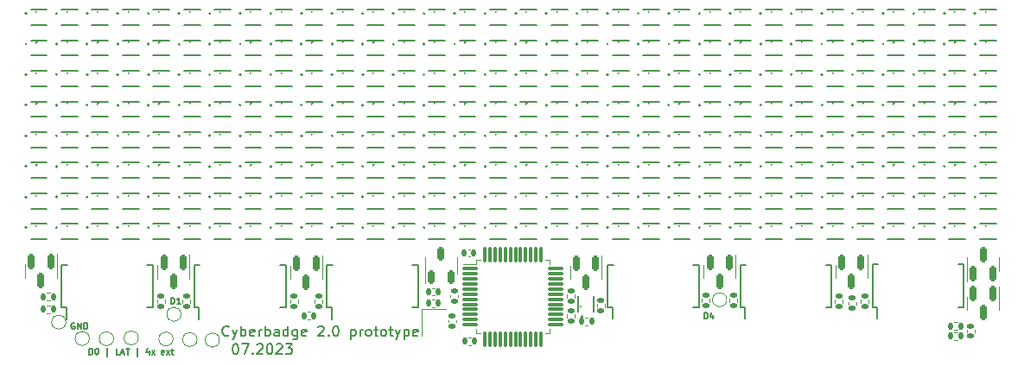
<source format=gbr>
%TF.GenerationSoftware,KiCad,Pcbnew,7.0.6*%
%TF.CreationDate,2023-07-18T02:13:15+02:00*%
%TF.ProjectId,ledboad,6c656462-6f61-4642-9e6b-696361645f70,rev?*%
%TF.SameCoordinates,Original*%
%TF.FileFunction,Legend,Top*%
%TF.FilePolarity,Positive*%
%FSLAX46Y46*%
G04 Gerber Fmt 4.6, Leading zero omitted, Abs format (unit mm)*
G04 Created by KiCad (PCBNEW 7.0.6) date 2023-07-18 02:13:15*
%MOMM*%
%LPD*%
G01*
G04 APERTURE LIST*
G04 Aperture macros list*
%AMRoundRect*
0 Rectangle with rounded corners*
0 $1 Rounding radius*
0 $2 $3 $4 $5 $6 $7 $8 $9 X,Y pos of 4 corners*
0 Add a 4 corners polygon primitive as box body*
4,1,4,$2,$3,$4,$5,$6,$7,$8,$9,$2,$3,0*
0 Add four circle primitives for the rounded corners*
1,1,$1+$1,$2,$3*
1,1,$1+$1,$4,$5*
1,1,$1+$1,$6,$7*
1,1,$1+$1,$8,$9*
0 Add four rect primitives between the rounded corners*
20,1,$1+$1,$2,$3,$4,$5,0*
20,1,$1+$1,$4,$5,$6,$7,0*
20,1,$1+$1,$6,$7,$8,$9,0*
20,1,$1+$1,$8,$9,$2,$3,0*%
G04 Aperture macros list end*
%ADD10C,0.150000*%
%ADD11C,0.152000*%
%ADD12C,0.120000*%
%ADD13R,0.600000X0.400000*%
%ADD14R,0.400000X1.200000*%
%ADD15RoundRect,0.075000X-0.662500X-0.075000X0.662500X-0.075000X0.662500X0.075000X-0.662500X0.075000X0*%
%ADD16RoundRect,0.075000X-0.075000X-0.662500X0.075000X-0.662500X0.075000X0.662500X-0.075000X0.662500X0*%
%ADD17RoundRect,0.150000X-0.150000X0.587500X-0.150000X-0.587500X0.150000X-0.587500X0.150000X0.587500X0*%
%ADD18RoundRect,0.135000X-0.185000X0.135000X-0.185000X-0.135000X0.185000X-0.135000X0.185000X0.135000X0*%
%ADD19C,1.000000*%
%ADD20RoundRect,0.135000X0.185000X-0.135000X0.185000X0.135000X-0.185000X0.135000X-0.185000X-0.135000X0*%
%ADD21RoundRect,0.140000X-0.140000X-0.170000X0.140000X-0.170000X0.140000X0.170000X-0.140000X0.170000X0*%
%ADD22RoundRect,0.135000X0.135000X0.185000X-0.135000X0.185000X-0.135000X-0.185000X0.135000X-0.185000X0*%
%ADD23R,0.800000X0.900000*%
%ADD24RoundRect,0.140000X0.140000X0.170000X-0.140000X0.170000X-0.140000X-0.170000X0.140000X-0.170000X0*%
%ADD25RoundRect,0.150000X0.150000X-0.587500X0.150000X0.587500X-0.150000X0.587500X-0.150000X-0.587500X0*%
%ADD26RoundRect,0.150000X0.150000X-0.512500X0.150000X0.512500X-0.150000X0.512500X-0.150000X-0.512500X0*%
%ADD27RoundRect,0.140000X-0.170000X0.140000X-0.170000X-0.140000X0.170000X-0.140000X0.170000X0.140000X0*%
%ADD28RoundRect,0.140000X0.170000X-0.140000X0.170000X0.140000X-0.170000X0.140000X-0.170000X-0.140000X0*%
%ADD29RoundRect,0.135000X-0.135000X-0.185000X0.135000X-0.185000X0.135000X0.185000X-0.135000X0.185000X0*%
%ADD30R,0.400000X0.600000*%
G04 APERTURE END LIST*
D10*
X52241541Y-52168771D02*
X52241541Y-51568771D01*
X52241541Y-51568771D02*
X52384398Y-51568771D01*
X52384398Y-51568771D02*
X52470112Y-51597342D01*
X52470112Y-51597342D02*
X52527255Y-51654485D01*
X52527255Y-51654485D02*
X52555826Y-51711628D01*
X52555826Y-51711628D02*
X52584398Y-51825914D01*
X52584398Y-51825914D02*
X52584398Y-51911628D01*
X52584398Y-51911628D02*
X52555826Y-52025914D01*
X52555826Y-52025914D02*
X52527255Y-52083057D01*
X52527255Y-52083057D02*
X52470112Y-52140200D01*
X52470112Y-52140200D02*
X52384398Y-52168771D01*
X52384398Y-52168771D02*
X52241541Y-52168771D01*
X52955826Y-51568771D02*
X53012969Y-51568771D01*
X53012969Y-51568771D02*
X53070112Y-51597342D01*
X53070112Y-51597342D02*
X53098684Y-51625914D01*
X53098684Y-51625914D02*
X53127255Y-51683057D01*
X53127255Y-51683057D02*
X53155826Y-51797342D01*
X53155826Y-51797342D02*
X53155826Y-51940200D01*
X53155826Y-51940200D02*
X53127255Y-52054485D01*
X53127255Y-52054485D02*
X53098684Y-52111628D01*
X53098684Y-52111628D02*
X53070112Y-52140200D01*
X53070112Y-52140200D02*
X53012969Y-52168771D01*
X53012969Y-52168771D02*
X52955826Y-52168771D01*
X52955826Y-52168771D02*
X52898684Y-52140200D01*
X52898684Y-52140200D02*
X52870112Y-52111628D01*
X52870112Y-52111628D02*
X52841541Y-52054485D01*
X52841541Y-52054485D02*
X52812969Y-51940200D01*
X52812969Y-51940200D02*
X52812969Y-51797342D01*
X52812969Y-51797342D02*
X52841541Y-51683057D01*
X52841541Y-51683057D02*
X52870112Y-51625914D01*
X52870112Y-51625914D02*
X52898684Y-51597342D01*
X52898684Y-51597342D02*
X52955826Y-51568771D01*
X54012970Y-52368771D02*
X54012970Y-51511628D01*
X55184399Y-52168771D02*
X54898685Y-52168771D01*
X54898685Y-52168771D02*
X54898685Y-51568771D01*
X55355827Y-51997342D02*
X55641542Y-51997342D01*
X55298684Y-52168771D02*
X55498684Y-51568771D01*
X55498684Y-51568771D02*
X55698684Y-52168771D01*
X55812970Y-51568771D02*
X56155828Y-51568771D01*
X55984399Y-52168771D02*
X55984399Y-51568771D01*
X56955828Y-52368771D02*
X56955828Y-51511628D01*
X58098686Y-51768771D02*
X58098686Y-52168771D01*
X57955828Y-51540200D02*
X57812971Y-51968771D01*
X57812971Y-51968771D02*
X58184400Y-51968771D01*
X58355829Y-52168771D02*
X58670115Y-51768771D01*
X58355829Y-51768771D02*
X58670115Y-52168771D01*
X59584400Y-52140200D02*
X59527257Y-52168771D01*
X59527257Y-52168771D02*
X59412972Y-52168771D01*
X59412972Y-52168771D02*
X59355829Y-52140200D01*
X59355829Y-52140200D02*
X59327257Y-52083057D01*
X59327257Y-52083057D02*
X59327257Y-51854485D01*
X59327257Y-51854485D02*
X59355829Y-51797342D01*
X59355829Y-51797342D02*
X59412972Y-51768771D01*
X59412972Y-51768771D02*
X59527257Y-51768771D01*
X59527257Y-51768771D02*
X59584400Y-51797342D01*
X59584400Y-51797342D02*
X59612972Y-51854485D01*
X59612972Y-51854485D02*
X59612972Y-51911628D01*
X59612972Y-51911628D02*
X59327257Y-51968771D01*
X59812972Y-52168771D02*
X60127258Y-51768771D01*
X59812972Y-51768771D02*
X60127258Y-52168771D01*
X60270114Y-51768771D02*
X60498686Y-51768771D01*
X60355829Y-51568771D02*
X60355829Y-52083057D01*
X60355829Y-52083057D02*
X60384400Y-52140200D01*
X60384400Y-52140200D02*
X60441543Y-52168771D01*
X60441543Y-52168771D02*
X60498686Y-52168771D01*
X50805826Y-49097342D02*
X50748684Y-49068771D01*
X50748684Y-49068771D02*
X50662969Y-49068771D01*
X50662969Y-49068771D02*
X50577255Y-49097342D01*
X50577255Y-49097342D02*
X50520112Y-49154485D01*
X50520112Y-49154485D02*
X50491541Y-49211628D01*
X50491541Y-49211628D02*
X50462969Y-49325914D01*
X50462969Y-49325914D02*
X50462969Y-49411628D01*
X50462969Y-49411628D02*
X50491541Y-49525914D01*
X50491541Y-49525914D02*
X50520112Y-49583057D01*
X50520112Y-49583057D02*
X50577255Y-49640200D01*
X50577255Y-49640200D02*
X50662969Y-49668771D01*
X50662969Y-49668771D02*
X50720112Y-49668771D01*
X50720112Y-49668771D02*
X50805826Y-49640200D01*
X50805826Y-49640200D02*
X50834398Y-49611628D01*
X50834398Y-49611628D02*
X50834398Y-49411628D01*
X50834398Y-49411628D02*
X50720112Y-49411628D01*
X51091541Y-49668771D02*
X51091541Y-49068771D01*
X51091541Y-49068771D02*
X51434398Y-49668771D01*
X51434398Y-49668771D02*
X51434398Y-49068771D01*
X51720112Y-49668771D02*
X51720112Y-49068771D01*
X51720112Y-49068771D02*
X51862969Y-49068771D01*
X51862969Y-49068771D02*
X51948683Y-49097342D01*
X51948683Y-49097342D02*
X52005826Y-49154485D01*
X52005826Y-49154485D02*
X52034397Y-49211628D01*
X52034397Y-49211628D02*
X52062969Y-49325914D01*
X52062969Y-49325914D02*
X52062969Y-49411628D01*
X52062969Y-49411628D02*
X52034397Y-49525914D01*
X52034397Y-49525914D02*
X52005826Y-49583057D01*
X52005826Y-49583057D02*
X51948683Y-49640200D01*
X51948683Y-49640200D02*
X51862969Y-49668771D01*
X51862969Y-49668771D02*
X51720112Y-49668771D01*
X65908207Y-50274580D02*
X65860588Y-50322200D01*
X65860588Y-50322200D02*
X65717731Y-50369819D01*
X65717731Y-50369819D02*
X65622493Y-50369819D01*
X65622493Y-50369819D02*
X65479636Y-50322200D01*
X65479636Y-50322200D02*
X65384398Y-50226961D01*
X65384398Y-50226961D02*
X65336779Y-50131723D01*
X65336779Y-50131723D02*
X65289160Y-49941247D01*
X65289160Y-49941247D02*
X65289160Y-49798390D01*
X65289160Y-49798390D02*
X65336779Y-49607914D01*
X65336779Y-49607914D02*
X65384398Y-49512676D01*
X65384398Y-49512676D02*
X65479636Y-49417438D01*
X65479636Y-49417438D02*
X65622493Y-49369819D01*
X65622493Y-49369819D02*
X65717731Y-49369819D01*
X65717731Y-49369819D02*
X65860588Y-49417438D01*
X65860588Y-49417438D02*
X65908207Y-49465057D01*
X66241541Y-49703152D02*
X66479636Y-50369819D01*
X66717731Y-49703152D02*
X66479636Y-50369819D01*
X66479636Y-50369819D02*
X66384398Y-50607914D01*
X66384398Y-50607914D02*
X66336779Y-50655533D01*
X66336779Y-50655533D02*
X66241541Y-50703152D01*
X67098684Y-50369819D02*
X67098684Y-49369819D01*
X67098684Y-49750771D02*
X67193922Y-49703152D01*
X67193922Y-49703152D02*
X67384398Y-49703152D01*
X67384398Y-49703152D02*
X67479636Y-49750771D01*
X67479636Y-49750771D02*
X67527255Y-49798390D01*
X67527255Y-49798390D02*
X67574874Y-49893628D01*
X67574874Y-49893628D02*
X67574874Y-50179342D01*
X67574874Y-50179342D02*
X67527255Y-50274580D01*
X67527255Y-50274580D02*
X67479636Y-50322200D01*
X67479636Y-50322200D02*
X67384398Y-50369819D01*
X67384398Y-50369819D02*
X67193922Y-50369819D01*
X67193922Y-50369819D02*
X67098684Y-50322200D01*
X68384398Y-50322200D02*
X68289160Y-50369819D01*
X68289160Y-50369819D02*
X68098684Y-50369819D01*
X68098684Y-50369819D02*
X68003446Y-50322200D01*
X68003446Y-50322200D02*
X67955827Y-50226961D01*
X67955827Y-50226961D02*
X67955827Y-49846009D01*
X67955827Y-49846009D02*
X68003446Y-49750771D01*
X68003446Y-49750771D02*
X68098684Y-49703152D01*
X68098684Y-49703152D02*
X68289160Y-49703152D01*
X68289160Y-49703152D02*
X68384398Y-49750771D01*
X68384398Y-49750771D02*
X68432017Y-49846009D01*
X68432017Y-49846009D02*
X68432017Y-49941247D01*
X68432017Y-49941247D02*
X67955827Y-50036485D01*
X68860589Y-50369819D02*
X68860589Y-49703152D01*
X68860589Y-49893628D02*
X68908208Y-49798390D01*
X68908208Y-49798390D02*
X68955827Y-49750771D01*
X68955827Y-49750771D02*
X69051065Y-49703152D01*
X69051065Y-49703152D02*
X69146303Y-49703152D01*
X69479637Y-50369819D02*
X69479637Y-49369819D01*
X69479637Y-49750771D02*
X69574875Y-49703152D01*
X69574875Y-49703152D02*
X69765351Y-49703152D01*
X69765351Y-49703152D02*
X69860589Y-49750771D01*
X69860589Y-49750771D02*
X69908208Y-49798390D01*
X69908208Y-49798390D02*
X69955827Y-49893628D01*
X69955827Y-49893628D02*
X69955827Y-50179342D01*
X69955827Y-50179342D02*
X69908208Y-50274580D01*
X69908208Y-50274580D02*
X69860589Y-50322200D01*
X69860589Y-50322200D02*
X69765351Y-50369819D01*
X69765351Y-50369819D02*
X69574875Y-50369819D01*
X69574875Y-50369819D02*
X69479637Y-50322200D01*
X70812970Y-50369819D02*
X70812970Y-49846009D01*
X70812970Y-49846009D02*
X70765351Y-49750771D01*
X70765351Y-49750771D02*
X70670113Y-49703152D01*
X70670113Y-49703152D02*
X70479637Y-49703152D01*
X70479637Y-49703152D02*
X70384399Y-49750771D01*
X70812970Y-50322200D02*
X70717732Y-50369819D01*
X70717732Y-50369819D02*
X70479637Y-50369819D01*
X70479637Y-50369819D02*
X70384399Y-50322200D01*
X70384399Y-50322200D02*
X70336780Y-50226961D01*
X70336780Y-50226961D02*
X70336780Y-50131723D01*
X70336780Y-50131723D02*
X70384399Y-50036485D01*
X70384399Y-50036485D02*
X70479637Y-49988866D01*
X70479637Y-49988866D02*
X70717732Y-49988866D01*
X70717732Y-49988866D02*
X70812970Y-49941247D01*
X71717732Y-50369819D02*
X71717732Y-49369819D01*
X71717732Y-50322200D02*
X71622494Y-50369819D01*
X71622494Y-50369819D02*
X71432018Y-50369819D01*
X71432018Y-50369819D02*
X71336780Y-50322200D01*
X71336780Y-50322200D02*
X71289161Y-50274580D01*
X71289161Y-50274580D02*
X71241542Y-50179342D01*
X71241542Y-50179342D02*
X71241542Y-49893628D01*
X71241542Y-49893628D02*
X71289161Y-49798390D01*
X71289161Y-49798390D02*
X71336780Y-49750771D01*
X71336780Y-49750771D02*
X71432018Y-49703152D01*
X71432018Y-49703152D02*
X71622494Y-49703152D01*
X71622494Y-49703152D02*
X71717732Y-49750771D01*
X72622494Y-49703152D02*
X72622494Y-50512676D01*
X72622494Y-50512676D02*
X72574875Y-50607914D01*
X72574875Y-50607914D02*
X72527256Y-50655533D01*
X72527256Y-50655533D02*
X72432018Y-50703152D01*
X72432018Y-50703152D02*
X72289161Y-50703152D01*
X72289161Y-50703152D02*
X72193923Y-50655533D01*
X72622494Y-50322200D02*
X72527256Y-50369819D01*
X72527256Y-50369819D02*
X72336780Y-50369819D01*
X72336780Y-50369819D02*
X72241542Y-50322200D01*
X72241542Y-50322200D02*
X72193923Y-50274580D01*
X72193923Y-50274580D02*
X72146304Y-50179342D01*
X72146304Y-50179342D02*
X72146304Y-49893628D01*
X72146304Y-49893628D02*
X72193923Y-49798390D01*
X72193923Y-49798390D02*
X72241542Y-49750771D01*
X72241542Y-49750771D02*
X72336780Y-49703152D01*
X72336780Y-49703152D02*
X72527256Y-49703152D01*
X72527256Y-49703152D02*
X72622494Y-49750771D01*
X73479637Y-50322200D02*
X73384399Y-50369819D01*
X73384399Y-50369819D02*
X73193923Y-50369819D01*
X73193923Y-50369819D02*
X73098685Y-50322200D01*
X73098685Y-50322200D02*
X73051066Y-50226961D01*
X73051066Y-50226961D02*
X73051066Y-49846009D01*
X73051066Y-49846009D02*
X73098685Y-49750771D01*
X73098685Y-49750771D02*
X73193923Y-49703152D01*
X73193923Y-49703152D02*
X73384399Y-49703152D01*
X73384399Y-49703152D02*
X73479637Y-49750771D01*
X73479637Y-49750771D02*
X73527256Y-49846009D01*
X73527256Y-49846009D02*
X73527256Y-49941247D01*
X73527256Y-49941247D02*
X73051066Y-50036485D01*
X74670114Y-49465057D02*
X74717733Y-49417438D01*
X74717733Y-49417438D02*
X74812971Y-49369819D01*
X74812971Y-49369819D02*
X75051066Y-49369819D01*
X75051066Y-49369819D02*
X75146304Y-49417438D01*
X75146304Y-49417438D02*
X75193923Y-49465057D01*
X75193923Y-49465057D02*
X75241542Y-49560295D01*
X75241542Y-49560295D02*
X75241542Y-49655533D01*
X75241542Y-49655533D02*
X75193923Y-49798390D01*
X75193923Y-49798390D02*
X74622495Y-50369819D01*
X74622495Y-50369819D02*
X75241542Y-50369819D01*
X75670114Y-50274580D02*
X75717733Y-50322200D01*
X75717733Y-50322200D02*
X75670114Y-50369819D01*
X75670114Y-50369819D02*
X75622495Y-50322200D01*
X75622495Y-50322200D02*
X75670114Y-50274580D01*
X75670114Y-50274580D02*
X75670114Y-50369819D01*
X76336780Y-49369819D02*
X76432018Y-49369819D01*
X76432018Y-49369819D02*
X76527256Y-49417438D01*
X76527256Y-49417438D02*
X76574875Y-49465057D01*
X76574875Y-49465057D02*
X76622494Y-49560295D01*
X76622494Y-49560295D02*
X76670113Y-49750771D01*
X76670113Y-49750771D02*
X76670113Y-49988866D01*
X76670113Y-49988866D02*
X76622494Y-50179342D01*
X76622494Y-50179342D02*
X76574875Y-50274580D01*
X76574875Y-50274580D02*
X76527256Y-50322200D01*
X76527256Y-50322200D02*
X76432018Y-50369819D01*
X76432018Y-50369819D02*
X76336780Y-50369819D01*
X76336780Y-50369819D02*
X76241542Y-50322200D01*
X76241542Y-50322200D02*
X76193923Y-50274580D01*
X76193923Y-50274580D02*
X76146304Y-50179342D01*
X76146304Y-50179342D02*
X76098685Y-49988866D01*
X76098685Y-49988866D02*
X76098685Y-49750771D01*
X76098685Y-49750771D02*
X76146304Y-49560295D01*
X76146304Y-49560295D02*
X76193923Y-49465057D01*
X76193923Y-49465057D02*
X76241542Y-49417438D01*
X76241542Y-49417438D02*
X76336780Y-49369819D01*
X77860590Y-49703152D02*
X77860590Y-50703152D01*
X77860590Y-49750771D02*
X77955828Y-49703152D01*
X77955828Y-49703152D02*
X78146304Y-49703152D01*
X78146304Y-49703152D02*
X78241542Y-49750771D01*
X78241542Y-49750771D02*
X78289161Y-49798390D01*
X78289161Y-49798390D02*
X78336780Y-49893628D01*
X78336780Y-49893628D02*
X78336780Y-50179342D01*
X78336780Y-50179342D02*
X78289161Y-50274580D01*
X78289161Y-50274580D02*
X78241542Y-50322200D01*
X78241542Y-50322200D02*
X78146304Y-50369819D01*
X78146304Y-50369819D02*
X77955828Y-50369819D01*
X77955828Y-50369819D02*
X77860590Y-50322200D01*
X78765352Y-50369819D02*
X78765352Y-49703152D01*
X78765352Y-49893628D02*
X78812971Y-49798390D01*
X78812971Y-49798390D02*
X78860590Y-49750771D01*
X78860590Y-49750771D02*
X78955828Y-49703152D01*
X78955828Y-49703152D02*
X79051066Y-49703152D01*
X79527257Y-50369819D02*
X79432019Y-50322200D01*
X79432019Y-50322200D02*
X79384400Y-50274580D01*
X79384400Y-50274580D02*
X79336781Y-50179342D01*
X79336781Y-50179342D02*
X79336781Y-49893628D01*
X79336781Y-49893628D02*
X79384400Y-49798390D01*
X79384400Y-49798390D02*
X79432019Y-49750771D01*
X79432019Y-49750771D02*
X79527257Y-49703152D01*
X79527257Y-49703152D02*
X79670114Y-49703152D01*
X79670114Y-49703152D02*
X79765352Y-49750771D01*
X79765352Y-49750771D02*
X79812971Y-49798390D01*
X79812971Y-49798390D02*
X79860590Y-49893628D01*
X79860590Y-49893628D02*
X79860590Y-50179342D01*
X79860590Y-50179342D02*
X79812971Y-50274580D01*
X79812971Y-50274580D02*
X79765352Y-50322200D01*
X79765352Y-50322200D02*
X79670114Y-50369819D01*
X79670114Y-50369819D02*
X79527257Y-50369819D01*
X80146305Y-49703152D02*
X80527257Y-49703152D01*
X80289162Y-49369819D02*
X80289162Y-50226961D01*
X80289162Y-50226961D02*
X80336781Y-50322200D01*
X80336781Y-50322200D02*
X80432019Y-50369819D01*
X80432019Y-50369819D02*
X80527257Y-50369819D01*
X81003448Y-50369819D02*
X80908210Y-50322200D01*
X80908210Y-50322200D02*
X80860591Y-50274580D01*
X80860591Y-50274580D02*
X80812972Y-50179342D01*
X80812972Y-50179342D02*
X80812972Y-49893628D01*
X80812972Y-49893628D02*
X80860591Y-49798390D01*
X80860591Y-49798390D02*
X80908210Y-49750771D01*
X80908210Y-49750771D02*
X81003448Y-49703152D01*
X81003448Y-49703152D02*
X81146305Y-49703152D01*
X81146305Y-49703152D02*
X81241543Y-49750771D01*
X81241543Y-49750771D02*
X81289162Y-49798390D01*
X81289162Y-49798390D02*
X81336781Y-49893628D01*
X81336781Y-49893628D02*
X81336781Y-50179342D01*
X81336781Y-50179342D02*
X81289162Y-50274580D01*
X81289162Y-50274580D02*
X81241543Y-50322200D01*
X81241543Y-50322200D02*
X81146305Y-50369819D01*
X81146305Y-50369819D02*
X81003448Y-50369819D01*
X81622496Y-49703152D02*
X82003448Y-49703152D01*
X81765353Y-49369819D02*
X81765353Y-50226961D01*
X81765353Y-50226961D02*
X81812972Y-50322200D01*
X81812972Y-50322200D02*
X81908210Y-50369819D01*
X81908210Y-50369819D02*
X82003448Y-50369819D01*
X82241544Y-49703152D02*
X82479639Y-50369819D01*
X82717734Y-49703152D02*
X82479639Y-50369819D01*
X82479639Y-50369819D02*
X82384401Y-50607914D01*
X82384401Y-50607914D02*
X82336782Y-50655533D01*
X82336782Y-50655533D02*
X82241544Y-50703152D01*
X83098687Y-49703152D02*
X83098687Y-50703152D01*
X83098687Y-49750771D02*
X83193925Y-49703152D01*
X83193925Y-49703152D02*
X83384401Y-49703152D01*
X83384401Y-49703152D02*
X83479639Y-49750771D01*
X83479639Y-49750771D02*
X83527258Y-49798390D01*
X83527258Y-49798390D02*
X83574877Y-49893628D01*
X83574877Y-49893628D02*
X83574877Y-50179342D01*
X83574877Y-50179342D02*
X83527258Y-50274580D01*
X83527258Y-50274580D02*
X83479639Y-50322200D01*
X83479639Y-50322200D02*
X83384401Y-50369819D01*
X83384401Y-50369819D02*
X83193925Y-50369819D01*
X83193925Y-50369819D02*
X83098687Y-50322200D01*
X84384401Y-50322200D02*
X84289163Y-50369819D01*
X84289163Y-50369819D02*
X84098687Y-50369819D01*
X84098687Y-50369819D02*
X84003449Y-50322200D01*
X84003449Y-50322200D02*
X83955830Y-50226961D01*
X83955830Y-50226961D02*
X83955830Y-49846009D01*
X83955830Y-49846009D02*
X84003449Y-49750771D01*
X84003449Y-49750771D02*
X84098687Y-49703152D01*
X84098687Y-49703152D02*
X84289163Y-49703152D01*
X84289163Y-49703152D02*
X84384401Y-49750771D01*
X84384401Y-49750771D02*
X84432020Y-49846009D01*
X84432020Y-49846009D02*
X84432020Y-49941247D01*
X84432020Y-49941247D02*
X83955830Y-50036485D01*
X60241541Y-47168771D02*
X60241541Y-46568771D01*
X60241541Y-46568771D02*
X60384398Y-46568771D01*
X60384398Y-46568771D02*
X60470112Y-46597342D01*
X60470112Y-46597342D02*
X60527255Y-46654485D01*
X60527255Y-46654485D02*
X60555826Y-46711628D01*
X60555826Y-46711628D02*
X60584398Y-46825914D01*
X60584398Y-46825914D02*
X60584398Y-46911628D01*
X60584398Y-46911628D02*
X60555826Y-47025914D01*
X60555826Y-47025914D02*
X60527255Y-47083057D01*
X60527255Y-47083057D02*
X60470112Y-47140200D01*
X60470112Y-47140200D02*
X60384398Y-47168771D01*
X60384398Y-47168771D02*
X60241541Y-47168771D01*
X61155826Y-47168771D02*
X60812969Y-47168771D01*
X60984398Y-47168771D02*
X60984398Y-46568771D01*
X60984398Y-46568771D02*
X60927255Y-46654485D01*
X60927255Y-46654485D02*
X60870112Y-46711628D01*
X60870112Y-46711628D02*
X60812969Y-46740200D01*
X112491541Y-48668771D02*
X112491541Y-48068771D01*
X112491541Y-48068771D02*
X112634398Y-48068771D01*
X112634398Y-48068771D02*
X112720112Y-48097342D01*
X112720112Y-48097342D02*
X112777255Y-48154485D01*
X112777255Y-48154485D02*
X112805826Y-48211628D01*
X112805826Y-48211628D02*
X112834398Y-48325914D01*
X112834398Y-48325914D02*
X112834398Y-48411628D01*
X112834398Y-48411628D02*
X112805826Y-48525914D01*
X112805826Y-48525914D02*
X112777255Y-48583057D01*
X112777255Y-48583057D02*
X112720112Y-48640200D01*
X112720112Y-48640200D02*
X112634398Y-48668771D01*
X112634398Y-48668771D02*
X112491541Y-48668771D01*
X113348684Y-48268771D02*
X113348684Y-48668771D01*
X113205826Y-48040200D02*
X113062969Y-48468771D01*
X113062969Y-48468771D02*
X113434398Y-48468771D01*
X66527255Y-51119819D02*
X66622493Y-51119819D01*
X66622493Y-51119819D02*
X66717731Y-51167438D01*
X66717731Y-51167438D02*
X66765350Y-51215057D01*
X66765350Y-51215057D02*
X66812969Y-51310295D01*
X66812969Y-51310295D02*
X66860588Y-51500771D01*
X66860588Y-51500771D02*
X66860588Y-51738866D01*
X66860588Y-51738866D02*
X66812969Y-51929342D01*
X66812969Y-51929342D02*
X66765350Y-52024580D01*
X66765350Y-52024580D02*
X66717731Y-52072200D01*
X66717731Y-52072200D02*
X66622493Y-52119819D01*
X66622493Y-52119819D02*
X66527255Y-52119819D01*
X66527255Y-52119819D02*
X66432017Y-52072200D01*
X66432017Y-52072200D02*
X66384398Y-52024580D01*
X66384398Y-52024580D02*
X66336779Y-51929342D01*
X66336779Y-51929342D02*
X66289160Y-51738866D01*
X66289160Y-51738866D02*
X66289160Y-51500771D01*
X66289160Y-51500771D02*
X66336779Y-51310295D01*
X66336779Y-51310295D02*
X66384398Y-51215057D01*
X66384398Y-51215057D02*
X66432017Y-51167438D01*
X66432017Y-51167438D02*
X66527255Y-51119819D01*
X67193922Y-51119819D02*
X67860588Y-51119819D01*
X67860588Y-51119819D02*
X67432017Y-52119819D01*
X68241541Y-52024580D02*
X68289160Y-52072200D01*
X68289160Y-52072200D02*
X68241541Y-52119819D01*
X68241541Y-52119819D02*
X68193922Y-52072200D01*
X68193922Y-52072200D02*
X68241541Y-52024580D01*
X68241541Y-52024580D02*
X68241541Y-52119819D01*
X68670112Y-51215057D02*
X68717731Y-51167438D01*
X68717731Y-51167438D02*
X68812969Y-51119819D01*
X68812969Y-51119819D02*
X69051064Y-51119819D01*
X69051064Y-51119819D02*
X69146302Y-51167438D01*
X69146302Y-51167438D02*
X69193921Y-51215057D01*
X69193921Y-51215057D02*
X69241540Y-51310295D01*
X69241540Y-51310295D02*
X69241540Y-51405533D01*
X69241540Y-51405533D02*
X69193921Y-51548390D01*
X69193921Y-51548390D02*
X68622493Y-52119819D01*
X68622493Y-52119819D02*
X69241540Y-52119819D01*
X69860588Y-51119819D02*
X69955826Y-51119819D01*
X69955826Y-51119819D02*
X70051064Y-51167438D01*
X70051064Y-51167438D02*
X70098683Y-51215057D01*
X70098683Y-51215057D02*
X70146302Y-51310295D01*
X70146302Y-51310295D02*
X70193921Y-51500771D01*
X70193921Y-51500771D02*
X70193921Y-51738866D01*
X70193921Y-51738866D02*
X70146302Y-51929342D01*
X70146302Y-51929342D02*
X70098683Y-52024580D01*
X70098683Y-52024580D02*
X70051064Y-52072200D01*
X70051064Y-52072200D02*
X69955826Y-52119819D01*
X69955826Y-52119819D02*
X69860588Y-52119819D01*
X69860588Y-52119819D02*
X69765350Y-52072200D01*
X69765350Y-52072200D02*
X69717731Y-52024580D01*
X69717731Y-52024580D02*
X69670112Y-51929342D01*
X69670112Y-51929342D02*
X69622493Y-51738866D01*
X69622493Y-51738866D02*
X69622493Y-51500771D01*
X69622493Y-51500771D02*
X69670112Y-51310295D01*
X69670112Y-51310295D02*
X69717731Y-51215057D01*
X69717731Y-51215057D02*
X69765350Y-51167438D01*
X69765350Y-51167438D02*
X69860588Y-51119819D01*
X70574874Y-51215057D02*
X70622493Y-51167438D01*
X70622493Y-51167438D02*
X70717731Y-51119819D01*
X70717731Y-51119819D02*
X70955826Y-51119819D01*
X70955826Y-51119819D02*
X71051064Y-51167438D01*
X71051064Y-51167438D02*
X71098683Y-51215057D01*
X71098683Y-51215057D02*
X71146302Y-51310295D01*
X71146302Y-51310295D02*
X71146302Y-51405533D01*
X71146302Y-51405533D02*
X71098683Y-51548390D01*
X71098683Y-51548390D02*
X70527255Y-52119819D01*
X70527255Y-52119819D02*
X71146302Y-52119819D01*
X71479636Y-51119819D02*
X72098683Y-51119819D01*
X72098683Y-51119819D02*
X71765350Y-51500771D01*
X71765350Y-51500771D02*
X71908207Y-51500771D01*
X71908207Y-51500771D02*
X72003445Y-51548390D01*
X72003445Y-51548390D02*
X72051064Y-51596009D01*
X72051064Y-51596009D02*
X72098683Y-51691247D01*
X72098683Y-51691247D02*
X72098683Y-51929342D01*
X72098683Y-51929342D02*
X72051064Y-52024580D01*
X72051064Y-52024580D02*
X72003445Y-52072200D01*
X72003445Y-52072200D02*
X71908207Y-52119819D01*
X71908207Y-52119819D02*
X71622493Y-52119819D01*
X71622493Y-52119819D02*
X71527255Y-52072200D01*
X71527255Y-52072200D02*
X71479636Y-52024580D01*
D11*
%TO.C,D5_6*%
X61497430Y-33348700D02*
X63097430Y-33348700D01*
X61497430Y-34848700D02*
X63097430Y-34848700D01*
D10*
X61102430Y-33717700D02*
G75*
G03*
X61102430Y-33717700I-75000J0D01*
G01*
G36*
X61997430Y-33698700D02*
G01*
X61997430Y-33498700D01*
X62197430Y-33498700D01*
X61997430Y-33698700D01*
G37*
D11*
%TO.C,D8_4*%
X70495888Y-27349220D02*
X72095888Y-27349220D01*
X70495888Y-28849220D02*
X72095888Y-28849220D01*
D10*
X70100888Y-27718220D02*
G75*
G03*
X70100888Y-27718220I-75000J0D01*
G01*
G36*
X70995888Y-27699220D02*
G01*
X70995888Y-27499220D01*
X71195888Y-27499220D01*
X70995888Y-27699220D01*
G37*
D11*
%TO.C,D11_3*%
X79494346Y-24349480D02*
X81094346Y-24349480D01*
X79494346Y-25849480D02*
X81094346Y-25849480D01*
D10*
X79099346Y-24718480D02*
G75*
G03*
X79099346Y-24718480I-75000J0D01*
G01*
G36*
X79994346Y-24699480D02*
G01*
X79994346Y-24499480D01*
X80194346Y-24499480D01*
X79994346Y-24699480D01*
G37*
D11*
%TO.C,D3_7*%
X55498458Y-36348440D02*
X57098458Y-36348440D01*
X55498458Y-37848440D02*
X57098458Y-37848440D01*
D10*
X55103458Y-36717440D02*
G75*
G03*
X55103458Y-36717440I-75000J0D01*
G01*
G36*
X55998458Y-36698440D02*
G01*
X55998458Y-36498440D01*
X56198458Y-36498440D01*
X55998458Y-36698440D01*
G37*
D11*
%TO.C,D0_3*%
X46500000Y-24349480D02*
X48100000Y-24349480D01*
X46500000Y-25849480D02*
X48100000Y-25849480D01*
D10*
X46105000Y-24718480D02*
G75*
G03*
X46105000Y-24718480I-75000J0D01*
G01*
G36*
X47000000Y-24699480D02*
G01*
X47000000Y-24499480D01*
X47200000Y-24499480D01*
X47000000Y-24699480D01*
G37*
D11*
%TO.C,D3_5*%
X55498458Y-30348960D02*
X57098458Y-30348960D01*
X55498458Y-31848960D02*
X57098458Y-31848960D01*
D10*
X55103458Y-30717960D02*
G75*
G03*
X55103458Y-30717960I-75000J0D01*
G01*
G36*
X55998458Y-30698960D02*
G01*
X55998458Y-30498960D01*
X56198458Y-30498960D01*
X55998458Y-30698960D01*
G37*
D11*
%TO.C,D4_3*%
X58497944Y-24349480D02*
X60097944Y-24349480D01*
X58497944Y-25849480D02*
X60097944Y-25849480D01*
D10*
X58102944Y-24718480D02*
G75*
G03*
X58102944Y-24718480I-75000J0D01*
G01*
G36*
X58997944Y-24699480D02*
G01*
X58997944Y-24499480D01*
X59197944Y-24499480D01*
X58997944Y-24699480D01*
G37*
D11*
%TO.C,D17_6*%
X97491262Y-33348700D02*
X99091262Y-33348700D01*
X97491262Y-34848700D02*
X99091262Y-34848700D01*
D10*
X97096262Y-33717700D02*
G75*
G03*
X97096262Y-33717700I-75000J0D01*
G01*
G36*
X97991262Y-33698700D02*
G01*
X97991262Y-33498700D01*
X98191262Y-33498700D01*
X97991262Y-33698700D01*
G37*
D11*
%TO.C,D22_2*%
X112487005Y-21349740D02*
X114087005Y-21349740D01*
X112487005Y-22849740D02*
X114087005Y-22849740D01*
D10*
X112092005Y-21718740D02*
G75*
G03*
X112092005Y-21718740I-75000J0D01*
G01*
G36*
X112987005Y-21699740D02*
G01*
X112987005Y-21499740D01*
X113187005Y-21499740D01*
X112987005Y-21699740D01*
G37*
D11*
%TO.C,D25_2*%
X121487150Y-21349740D02*
X123087150Y-21349740D01*
X121487150Y-22849740D02*
X123087150Y-22849740D01*
D10*
X121092150Y-21718740D02*
G75*
G03*
X121092150Y-21718740I-75000J0D01*
G01*
G36*
X121987150Y-21699740D02*
G01*
X121987150Y-21499740D01*
X122187150Y-21499740D01*
X121987150Y-21699740D01*
G37*
D11*
%TO.C,D13_5*%
X85493318Y-30348960D02*
X87093318Y-30348960D01*
X85493318Y-31848960D02*
X87093318Y-31848960D01*
D10*
X85098318Y-30717960D02*
G75*
G03*
X85098318Y-30717960I-75000J0D01*
G01*
G36*
X85993318Y-30698960D02*
G01*
X85993318Y-30498960D01*
X86193318Y-30498960D01*
X85993318Y-30698960D01*
G37*
D11*
%TO.C,D25_6*%
X121487150Y-33348700D02*
X123087150Y-33348700D01*
X121487150Y-34848700D02*
X123087150Y-34848700D01*
D10*
X121092150Y-33717700D02*
G75*
G03*
X121092150Y-33717700I-75000J0D01*
G01*
G36*
X121987150Y-33698700D02*
G01*
X121987150Y-33498700D01*
X122187150Y-33498700D01*
X121987150Y-33698700D01*
G37*
D11*
%TO.C,D13_6*%
X85493318Y-33348700D02*
X87093318Y-33348700D01*
X85493318Y-34848700D02*
X87093318Y-34848700D01*
D10*
X85098318Y-33717700D02*
G75*
G03*
X85098318Y-33717700I-75000J0D01*
G01*
G36*
X85993318Y-33698700D02*
G01*
X85993318Y-33498700D01*
X86193318Y-33498700D01*
X85993318Y-33698700D01*
G37*
D11*
%TO.C,D17_2*%
X97491262Y-21349740D02*
X99091262Y-21349740D01*
X97491262Y-22849740D02*
X99091262Y-22849740D01*
D10*
X97096262Y-21718740D02*
G75*
G03*
X97096262Y-21718740I-75000J0D01*
G01*
G36*
X97991262Y-21699740D02*
G01*
X97991262Y-21499740D01*
X98191262Y-21499740D01*
X97991262Y-21699740D01*
G37*
%TO.C,RU2*%
X103025000Y-47512500D02*
X103500000Y-47512500D01*
X103025000Y-47512500D02*
X103025000Y-43362500D01*
X103500000Y-47512500D02*
X103500000Y-48637500D01*
X111975000Y-47512500D02*
X111417500Y-47512500D01*
X111975000Y-47512500D02*
X111975000Y-43362500D01*
X103025000Y-43362500D02*
X103582500Y-43362500D01*
X111975000Y-43362500D02*
X111417500Y-43362500D01*
D11*
%TO.C,D8_2*%
X70495888Y-21349740D02*
X72095888Y-21349740D01*
X70495888Y-22849740D02*
X72095888Y-22849740D01*
D10*
X70100888Y-21718740D02*
G75*
G03*
X70100888Y-21718740I-75000J0D01*
G01*
G36*
X70995888Y-21699740D02*
G01*
X70995888Y-21499740D01*
X71195888Y-21499740D01*
X70995888Y-21699740D01*
G37*
%TO.C,RU1*%
X49525000Y-47575000D02*
X50000000Y-47575000D01*
X49525000Y-47575000D02*
X49525000Y-43425000D01*
X50000000Y-47575000D02*
X50000000Y-48700000D01*
X58475000Y-47575000D02*
X57917500Y-47575000D01*
X58475000Y-47575000D02*
X58475000Y-43425000D01*
X49525000Y-43425000D02*
X50082500Y-43425000D01*
X58475000Y-43425000D02*
X57917500Y-43425000D01*
D11*
%TO.C,D2_4*%
X52498972Y-27349220D02*
X54098972Y-27349220D01*
X52498972Y-28849220D02*
X54098972Y-28849220D01*
D10*
X52103972Y-27718220D02*
G75*
G03*
X52103972Y-27718220I-75000J0D01*
G01*
G36*
X52998972Y-27699220D02*
G01*
X52998972Y-27499220D01*
X53198972Y-27499220D01*
X52998972Y-27699220D01*
G37*
D11*
%TO.C,D23_7*%
X115488178Y-36348440D02*
X117088178Y-36348440D01*
X115488178Y-37848440D02*
X117088178Y-37848440D01*
D10*
X115093178Y-36717440D02*
G75*
G03*
X115093178Y-36717440I-75000J0D01*
G01*
G36*
X115988178Y-36698440D02*
G01*
X115988178Y-36498440D01*
X116188178Y-36498440D01*
X115988178Y-36698440D01*
G37*
D11*
%TO.C,D20_4*%
X106489720Y-27349220D02*
X108089720Y-27349220D01*
X106489720Y-28849220D02*
X108089720Y-28849220D01*
D10*
X106094720Y-27718220D02*
G75*
G03*
X106094720Y-27718220I-75000J0D01*
G01*
G36*
X106989720Y-27699220D02*
G01*
X106989720Y-27499220D01*
X107189720Y-27499220D01*
X106989720Y-27699220D01*
G37*
D11*
%TO.C,D30_4*%
X136484580Y-27349220D02*
X138084580Y-27349220D01*
X136484580Y-28849220D02*
X138084580Y-28849220D01*
D10*
X136089580Y-27718220D02*
G75*
G03*
X136089580Y-27718220I-75000J0D01*
G01*
G36*
X136984580Y-27699220D02*
G01*
X136984580Y-27499220D01*
X137184580Y-27499220D01*
X136984580Y-27699220D01*
G37*
D11*
%TO.C,D9_7*%
X73495374Y-36348440D02*
X75095374Y-36348440D01*
X73495374Y-37848440D02*
X75095374Y-37848440D01*
D10*
X73100374Y-36717440D02*
G75*
G03*
X73100374Y-36717440I-75000J0D01*
G01*
G36*
X73995374Y-36698440D02*
G01*
X73995374Y-36498440D01*
X74195374Y-36498440D01*
X73995374Y-36698440D01*
G37*
D11*
%TO.C,D30_7*%
X136484580Y-36348440D02*
X138084580Y-36348440D01*
X136484580Y-37848440D02*
X138084580Y-37848440D01*
D10*
X136089580Y-36717440D02*
G75*
G03*
X136089580Y-36717440I-75000J0D01*
G01*
G36*
X136984580Y-36698440D02*
G01*
X136984580Y-36498440D01*
X137184580Y-36498440D01*
X136984580Y-36698440D01*
G37*
D11*
%TO.C,D22_7*%
X112487005Y-36348440D02*
X114087005Y-36348440D01*
X112487005Y-37848440D02*
X114087005Y-37848440D01*
D10*
X112092005Y-36717440D02*
G75*
G03*
X112092005Y-36717440I-75000J0D01*
G01*
G36*
X112987005Y-36698440D02*
G01*
X112987005Y-36498440D01*
X113187005Y-36498440D01*
X112987005Y-36698440D01*
G37*
D12*
%TO.C,U1*%
X90140000Y-42890000D02*
X90140000Y-43340000D01*
X90140000Y-43340000D02*
X88850000Y-43340000D01*
X90140000Y-50110000D02*
X90140000Y-49660000D01*
X90590000Y-42890000D02*
X90140000Y-42890000D01*
X90590000Y-50110000D02*
X90140000Y-50110000D01*
X96910000Y-42890000D02*
X97360000Y-42890000D01*
X96910000Y-50110000D02*
X97360000Y-50110000D01*
X97360000Y-42890000D02*
X97360000Y-43340000D01*
X97360000Y-50110000D02*
X97360000Y-49660000D01*
D11*
%TO.C,D13_2*%
X85493318Y-21349740D02*
X87093318Y-21349740D01*
X85493318Y-22849740D02*
X87093318Y-22849740D01*
D10*
X85098318Y-21718740D02*
G75*
G03*
X85098318Y-21718740I-75000J0D01*
G01*
G36*
X85993318Y-21699740D02*
G01*
X85993318Y-21499740D01*
X86193318Y-21499740D01*
X85993318Y-21699740D01*
G37*
D12*
%TO.C,Q2*%
X102460000Y-44137500D02*
X102460000Y-42462500D01*
X102460000Y-44137500D02*
X102460000Y-44787500D01*
X99340000Y-44137500D02*
X99340000Y-43487500D01*
X99340000Y-44137500D02*
X99340000Y-44787500D01*
D11*
%TO.C,D14_7*%
X88492804Y-36348440D02*
X90092804Y-36348440D01*
X88492804Y-37848440D02*
X90092804Y-37848440D01*
D10*
X88097804Y-36717440D02*
G75*
G03*
X88097804Y-36717440I-75000J0D01*
G01*
G36*
X88992804Y-36698440D02*
G01*
X88992804Y-36498440D01*
X89192804Y-36498440D01*
X88992804Y-36698440D01*
G37*
D12*
%TO.C,R13*%
X75105000Y-46796359D02*
X75105000Y-47103641D01*
X74345000Y-46796359D02*
X74345000Y-47103641D01*
D11*
%TO.C,D18_7*%
X100490748Y-36348440D02*
X102090748Y-36348440D01*
X100490748Y-37848440D02*
X102090748Y-37848440D01*
D10*
X100095748Y-36717440D02*
G75*
G03*
X100095748Y-36717440I-75000J0D01*
G01*
G36*
X100990748Y-36698440D02*
G01*
X100990748Y-36498440D01*
X101190748Y-36498440D01*
X100990748Y-36698440D01*
G37*
D12*
%TO.C,TP5*%
X52250000Y-50600000D02*
G75*
G03*
X52250000Y-50600000I-700000J0D01*
G01*
D11*
%TO.C,D1_1*%
X49499486Y-18350000D02*
X51099486Y-18350000D01*
X49499486Y-19850000D02*
X51099486Y-19850000D01*
D10*
X49104486Y-18719000D02*
G75*
G03*
X49104486Y-18719000I-75000J0D01*
G01*
G36*
X49999486Y-18700000D02*
G01*
X49999486Y-18500000D01*
X50199486Y-18500000D01*
X49999486Y-18700000D01*
G37*
%TO.C,RU6*%
X128975000Y-47500000D02*
X129450000Y-47500000D01*
X128975000Y-47500000D02*
X128975000Y-43350000D01*
X129450000Y-47500000D02*
X129450000Y-48625000D01*
X137925000Y-47500000D02*
X137367500Y-47500000D01*
X137925000Y-47500000D02*
X137925000Y-43350000D01*
X128975000Y-43350000D02*
X129532500Y-43350000D01*
X137925000Y-43350000D02*
X137367500Y-43350000D01*
D11*
%TO.C,D31_4*%
X139484066Y-27349220D02*
X141084066Y-27349220D01*
X139484066Y-28849220D02*
X141084066Y-28849220D01*
D10*
X139089066Y-27718220D02*
G75*
G03*
X139089066Y-27718220I-75000J0D01*
G01*
G36*
X139984066Y-27699220D02*
G01*
X139984066Y-27499220D01*
X140184066Y-27499220D01*
X139984066Y-27699220D01*
G37*
D11*
%TO.C,D4_8*%
X58497944Y-39348180D02*
X60097944Y-39348180D01*
X58497944Y-40848180D02*
X60097944Y-40848180D01*
D10*
X58102944Y-39717180D02*
G75*
G03*
X58102944Y-39717180I-75000J0D01*
G01*
G36*
X58997944Y-39698180D02*
G01*
X58997944Y-39498180D01*
X59197944Y-39498180D01*
X58997944Y-39698180D01*
G37*
D11*
%TO.C,D18_3*%
X100490748Y-24349480D02*
X102090748Y-24349480D01*
X100490748Y-25849480D02*
X102090748Y-25849480D01*
D10*
X100095748Y-24718480D02*
G75*
G03*
X100095748Y-24718480I-75000J0D01*
G01*
G36*
X100990748Y-24699480D02*
G01*
X100990748Y-24499480D01*
X101190748Y-24499480D01*
X100990748Y-24699480D01*
G37*
D11*
%TO.C,D23_5*%
X115488178Y-30348960D02*
X117088178Y-30348960D01*
X115488178Y-31848960D02*
X117088178Y-31848960D01*
D10*
X115093178Y-30717960D02*
G75*
G03*
X115093178Y-30717960I-75000J0D01*
G01*
G36*
X115988178Y-30698960D02*
G01*
X115988178Y-30498960D01*
X116188178Y-30498960D01*
X115988178Y-30698960D01*
G37*
D11*
%TO.C,D21_3*%
X109489206Y-24349480D02*
X111089206Y-24349480D01*
X109489206Y-25849480D02*
X111089206Y-25849480D01*
D10*
X109094206Y-24718480D02*
G75*
G03*
X109094206Y-24718480I-75000J0D01*
G01*
G36*
X109989206Y-24699480D02*
G01*
X109989206Y-24499480D01*
X110189206Y-24499480D01*
X109989206Y-24699480D01*
G37*
D11*
%TO.C,D13_4*%
X85493318Y-27349220D02*
X87093318Y-27349220D01*
X85493318Y-28849220D02*
X87093318Y-28849220D01*
D10*
X85098318Y-27718220D02*
G75*
G03*
X85098318Y-27718220I-75000J0D01*
G01*
G36*
X85993318Y-27699220D02*
G01*
X85993318Y-27499220D01*
X86193318Y-27499220D01*
X85993318Y-27699220D01*
G37*
D11*
%TO.C,D24_7*%
X118487664Y-36348440D02*
X120087664Y-36348440D01*
X118487664Y-37848440D02*
X120087664Y-37848440D01*
D10*
X118092664Y-36717440D02*
G75*
G03*
X118092664Y-36717440I-75000J0D01*
G01*
G36*
X118987664Y-36698440D02*
G01*
X118987664Y-36498440D01*
X119187664Y-36498440D01*
X118987664Y-36698440D01*
G37*
D11*
%TO.C,D18_2*%
X100490748Y-21349740D02*
X102090748Y-21349740D01*
X100490748Y-22849740D02*
X102090748Y-22849740D01*
D10*
X100095748Y-21718740D02*
G75*
G03*
X100095748Y-21718740I-75000J0D01*
G01*
G36*
X100990748Y-21699740D02*
G01*
X100990748Y-21499740D01*
X101190748Y-21499740D01*
X100990748Y-21699740D01*
G37*
D12*
%TO.C,R2*%
X99070000Y-46578641D02*
X99070000Y-46271359D01*
X99830000Y-46578641D02*
X99830000Y-46271359D01*
D11*
%TO.C,D24_3*%
X118487664Y-24349480D02*
X120087664Y-24349480D01*
X118487664Y-25849480D02*
X120087664Y-25849480D01*
D10*
X118092664Y-24718480D02*
G75*
G03*
X118092664Y-24718480I-75000J0D01*
G01*
G36*
X118987664Y-24699480D02*
G01*
X118987664Y-24499480D01*
X119187664Y-24499480D01*
X118987664Y-24699480D01*
G37*
D12*
%TO.C,Q5*%
X75060000Y-44137500D02*
X75060000Y-42462500D01*
X75060000Y-44137500D02*
X75060000Y-44787500D01*
X71940000Y-44137500D02*
X71940000Y-43487500D01*
X71940000Y-44137500D02*
X71940000Y-44787500D01*
%TO.C,Q3*%
X62060000Y-44062500D02*
X62060000Y-42387500D01*
X62060000Y-44062500D02*
X62060000Y-44712500D01*
X58940000Y-44062500D02*
X58940000Y-43412500D01*
X58940000Y-44062500D02*
X58940000Y-44712500D01*
D11*
%TO.C,D2_5*%
X52498972Y-30348960D02*
X54098972Y-30348960D01*
X52498972Y-31848960D02*
X54098972Y-31848960D01*
D10*
X52103972Y-30717960D02*
G75*
G03*
X52103972Y-30717960I-75000J0D01*
G01*
G36*
X52998972Y-30698960D02*
G01*
X52998972Y-30498960D01*
X53198972Y-30498960D01*
X52998972Y-30698960D01*
G37*
D12*
%TO.C,R11*%
X62130000Y-46796359D02*
X62130000Y-47103641D01*
X61370000Y-46796359D02*
X61370000Y-47103641D01*
D11*
%TO.C,D17_5*%
X97491262Y-30348960D02*
X99091262Y-30348960D01*
X97491262Y-31848960D02*
X99091262Y-31848960D01*
D10*
X97096262Y-30717960D02*
G75*
G03*
X97096262Y-30717960I-75000J0D01*
G01*
G36*
X97991262Y-30698960D02*
G01*
X97991262Y-30498960D01*
X98191262Y-30498960D01*
X97991262Y-30698960D01*
G37*
D11*
%TO.C,D5_8*%
X61497430Y-39348180D02*
X63097430Y-39348180D01*
X61497430Y-40848180D02*
X63097430Y-40848180D01*
D10*
X61102430Y-39717180D02*
G75*
G03*
X61102430Y-39717180I-75000J0D01*
G01*
G36*
X61997430Y-39698180D02*
G01*
X61997430Y-39498180D01*
X62197430Y-39498180D01*
X61997430Y-39698180D01*
G37*
D11*
%TO.C,D2_6*%
X52498972Y-33348700D02*
X54098972Y-33348700D01*
X52498972Y-34848700D02*
X54098972Y-34848700D01*
D10*
X52103972Y-33717700D02*
G75*
G03*
X52103972Y-33717700I-75000J0D01*
G01*
G36*
X52998972Y-33698700D02*
G01*
X52998972Y-33498700D01*
X53198972Y-33498700D01*
X52998972Y-33698700D01*
G37*
D11*
%TO.C,D20_7*%
X106489720Y-36348440D02*
X108089720Y-36348440D01*
X106489720Y-37848440D02*
X108089720Y-37848440D01*
D10*
X106094720Y-36717440D02*
G75*
G03*
X106094720Y-36717440I-75000J0D01*
G01*
G36*
X106989720Y-36698440D02*
G01*
X106989720Y-36498440D01*
X107189720Y-36498440D01*
X106989720Y-36698440D01*
G37*
D11*
%TO.C,D0_1*%
X46500000Y-18350000D02*
X48100000Y-18350000D01*
X46500000Y-19850000D02*
X48100000Y-19850000D01*
D10*
X46105000Y-18719000D02*
G75*
G03*
X46105000Y-18719000I-75000J0D01*
G01*
G36*
X47000000Y-18700000D02*
G01*
X47000000Y-18500000D01*
X47200000Y-18500000D01*
X47000000Y-18700000D01*
G37*
D11*
%TO.C,D23_6*%
X115488178Y-33348700D02*
X117088178Y-33348700D01*
X115488178Y-34848700D02*
X117088178Y-34848700D01*
D10*
X115093178Y-33717700D02*
G75*
G03*
X115093178Y-33717700I-75000J0D01*
G01*
G36*
X115988178Y-33698700D02*
G01*
X115988178Y-33498700D01*
X116188178Y-33498700D01*
X115988178Y-33698700D01*
G37*
D11*
%TO.C,D10_5*%
X76494860Y-30348960D02*
X78094860Y-30348960D01*
X76494860Y-31848960D02*
X78094860Y-31848960D01*
D10*
X76099860Y-30717960D02*
G75*
G03*
X76099860Y-30717960I-75000J0D01*
G01*
G36*
X76994860Y-30698960D02*
G01*
X76994860Y-30498960D01*
X77194860Y-30498960D01*
X76994860Y-30698960D01*
G37*
D11*
%TO.C,D31_3*%
X139484066Y-24349480D02*
X141084066Y-24349480D01*
X139484066Y-25849480D02*
X141084066Y-25849480D01*
D10*
X139089066Y-24718480D02*
G75*
G03*
X139089066Y-24718480I-75000J0D01*
G01*
G36*
X139984066Y-24699480D02*
G01*
X139984066Y-24499480D01*
X140184066Y-24499480D01*
X139984066Y-24699480D01*
G37*
D12*
%TO.C,C2*%
X89342164Y-41840000D02*
X89557836Y-41840000D01*
X89342164Y-42560000D02*
X89557836Y-42560000D01*
%TO.C,R8*%
X137303641Y-49780000D02*
X136996359Y-49780000D01*
X137303641Y-49020000D02*
X136996359Y-49020000D01*
D11*
%TO.C,D7_8*%
X67496402Y-39348180D02*
X69096402Y-39348180D01*
X67496402Y-40848180D02*
X69096402Y-40848180D01*
D10*
X67101402Y-39717180D02*
G75*
G03*
X67101402Y-39717180I-75000J0D01*
G01*
G36*
X67996402Y-39698180D02*
G01*
X67996402Y-39498180D01*
X68196402Y-39498180D01*
X67996402Y-39698180D01*
G37*
D11*
%TO.C,D5_5*%
X61497430Y-30348960D02*
X63097430Y-30348960D01*
X61497430Y-31848960D02*
X63097430Y-31848960D01*
D10*
X61102430Y-30717960D02*
G75*
G03*
X61102430Y-30717960I-75000J0D01*
G01*
G36*
X61997430Y-30698960D02*
G01*
X61997430Y-30498960D01*
X62197430Y-30498960D01*
X61997430Y-30698960D01*
G37*
D11*
%TO.C,D20_2*%
X106489720Y-21349740D02*
X108089720Y-21349740D01*
X106489720Y-22849740D02*
X108089720Y-22849740D01*
D10*
X106094720Y-21718740D02*
G75*
G03*
X106094720Y-21718740I-75000J0D01*
G01*
G36*
X106989720Y-21699740D02*
G01*
X106989720Y-21499740D01*
X107189720Y-21499740D01*
X106989720Y-21699740D01*
G37*
D11*
%TO.C,D22_5*%
X112487005Y-30348960D02*
X114087005Y-30348960D01*
X112487005Y-31848960D02*
X114087005Y-31848960D01*
D10*
X112092005Y-30717960D02*
G75*
G03*
X112092005Y-30717960I-75000J0D01*
G01*
G36*
X112987005Y-30698960D02*
G01*
X112987005Y-30498960D01*
X113187005Y-30498960D01*
X112987005Y-30698960D01*
G37*
D11*
%TO.C,D17_7*%
X97491262Y-36348440D02*
X99091262Y-36348440D01*
X97491262Y-37848440D02*
X99091262Y-37848440D01*
D10*
X97096262Y-36717440D02*
G75*
G03*
X97096262Y-36717440I-75000J0D01*
G01*
G36*
X97991262Y-36698440D02*
G01*
X97991262Y-36498440D01*
X98191262Y-36498440D01*
X97991262Y-36698440D01*
G37*
D11*
%TO.C,D25_7*%
X121487150Y-36348440D02*
X123087150Y-36348440D01*
X121487150Y-37848440D02*
X123087150Y-37848440D01*
D10*
X121092150Y-36717440D02*
G75*
G03*
X121092150Y-36717440I-75000J0D01*
G01*
G36*
X121987150Y-36698440D02*
G01*
X121987150Y-36498440D01*
X122187150Y-36498440D01*
X121987150Y-36698440D01*
G37*
D11*
%TO.C,D20_8*%
X106489720Y-39348180D02*
X108089720Y-39348180D01*
X106489720Y-40848180D02*
X108089720Y-40848180D01*
D10*
X106094720Y-39717180D02*
G75*
G03*
X106094720Y-39717180I-75000J0D01*
G01*
G36*
X106989720Y-39698180D02*
G01*
X106989720Y-39498180D01*
X107189720Y-39498180D01*
X106989720Y-39698180D01*
G37*
D11*
%TO.C,D28_5*%
X130485608Y-30348960D02*
X132085608Y-30348960D01*
X130485608Y-31848960D02*
X132085608Y-31848960D01*
D10*
X130090608Y-30717960D02*
G75*
G03*
X130090608Y-30717960I-75000J0D01*
G01*
G36*
X130985608Y-30698960D02*
G01*
X130985608Y-30498960D01*
X131185608Y-30498960D01*
X130985608Y-30698960D01*
G37*
D11*
%TO.C,D0_7*%
X46500000Y-36348440D02*
X48100000Y-36348440D01*
X46500000Y-37848440D02*
X48100000Y-37848440D01*
D10*
X46105000Y-36717440D02*
G75*
G03*
X46105000Y-36717440I-75000J0D01*
G01*
G36*
X47000000Y-36698440D02*
G01*
X47000000Y-36498440D01*
X47200000Y-36498440D01*
X47000000Y-36698440D01*
G37*
D11*
%TO.C,D12_3*%
X82493832Y-24349480D02*
X84093832Y-24349480D01*
X82493832Y-25849480D02*
X84093832Y-25849480D01*
D10*
X82098832Y-24718480D02*
G75*
G03*
X82098832Y-24718480I-75000J0D01*
G01*
G36*
X82993832Y-24699480D02*
G01*
X82993832Y-24499480D01*
X83193832Y-24499480D01*
X82993832Y-24699480D01*
G37*
D12*
%TO.C,Y1*%
X87150000Y-47675000D02*
X84850000Y-47675000D01*
X84850000Y-47675000D02*
X84850000Y-50375000D01*
D11*
%TO.C,D14_6*%
X88492804Y-33348700D02*
X90092804Y-33348700D01*
X88492804Y-34848700D02*
X90092804Y-34848700D01*
D10*
X88097804Y-33717700D02*
G75*
G03*
X88097804Y-33717700I-75000J0D01*
G01*
G36*
X88992804Y-33698700D02*
G01*
X88992804Y-33498700D01*
X89192804Y-33498700D01*
X88992804Y-33698700D01*
G37*
D12*
%TO.C,C3*%
X89632836Y-51235000D02*
X89417164Y-51235000D01*
X89632836Y-50515000D02*
X89417164Y-50515000D01*
D11*
%TO.C,D14_5*%
X88492804Y-30348960D02*
X90092804Y-30348960D01*
X88492804Y-31848960D02*
X90092804Y-31848960D01*
D10*
X88097804Y-30717960D02*
G75*
G03*
X88097804Y-30717960I-75000J0D01*
G01*
G36*
X88992804Y-30698960D02*
G01*
X88992804Y-30498960D01*
X89192804Y-30498960D01*
X88992804Y-30698960D01*
G37*
D11*
%TO.C,D16_7*%
X94491776Y-36348440D02*
X96091776Y-36348440D01*
X94491776Y-37848440D02*
X96091776Y-37848440D01*
D10*
X94096776Y-36717440D02*
G75*
G03*
X94096776Y-36717440I-75000J0D01*
G01*
G36*
X94991776Y-36698440D02*
G01*
X94991776Y-36498440D01*
X95191776Y-36498440D01*
X94991776Y-36698440D01*
G37*
D11*
%TO.C,D23_4*%
X115488178Y-27349220D02*
X117088178Y-27349220D01*
X115488178Y-28849220D02*
X117088178Y-28849220D01*
D10*
X115093178Y-27718220D02*
G75*
G03*
X115093178Y-27718220I-75000J0D01*
G01*
G36*
X115988178Y-27699220D02*
G01*
X115988178Y-27499220D01*
X116188178Y-27499220D01*
X115988178Y-27699220D01*
G37*
D11*
%TO.C,D21_5*%
X109489206Y-30348960D02*
X111089206Y-30348960D01*
X109489206Y-31848960D02*
X111089206Y-31848960D01*
D10*
X109094206Y-30717960D02*
G75*
G03*
X109094206Y-30717960I-75000J0D01*
G01*
G36*
X109989206Y-30698960D02*
G01*
X109989206Y-30498960D01*
X110189206Y-30498960D01*
X109989206Y-30698960D01*
G37*
D11*
%TO.C,D7_7*%
X67496402Y-36348440D02*
X69096402Y-36348440D01*
X67496402Y-37848440D02*
X69096402Y-37848440D01*
D10*
X67101402Y-36717440D02*
G75*
G03*
X67101402Y-36717440I-75000J0D01*
G01*
G36*
X67996402Y-36698440D02*
G01*
X67996402Y-36498440D01*
X68196402Y-36498440D01*
X67996402Y-36698440D01*
G37*
D11*
%TO.C,D5_4*%
X61497430Y-27349220D02*
X63097430Y-27349220D01*
X61497430Y-28849220D02*
X63097430Y-28849220D01*
D10*
X61102430Y-27718220D02*
G75*
G03*
X61102430Y-27718220I-75000J0D01*
G01*
G36*
X61997430Y-27699220D02*
G01*
X61997430Y-27499220D01*
X62197430Y-27499220D01*
X61997430Y-27699220D01*
G37*
D11*
%TO.C,D16_3*%
X94491776Y-24349480D02*
X96091776Y-24349480D01*
X94491776Y-25849480D02*
X96091776Y-25849480D01*
D10*
X94096776Y-24718480D02*
G75*
G03*
X94096776Y-24718480I-75000J0D01*
G01*
G36*
X94991776Y-24699480D02*
G01*
X94991776Y-24499480D01*
X95191776Y-24499480D01*
X94991776Y-24699480D01*
G37*
D11*
%TO.C,D28_8*%
X130485608Y-39348180D02*
X132085608Y-39348180D01*
X130485608Y-40848180D02*
X132085608Y-40848180D01*
D10*
X130090608Y-39717180D02*
G75*
G03*
X130090608Y-39717180I-75000J0D01*
G01*
G36*
X130985608Y-39698180D02*
G01*
X130985608Y-39498180D01*
X131185608Y-39498180D01*
X130985608Y-39698180D01*
G37*
D11*
%TO.C,D2_2*%
X52498972Y-21349740D02*
X54098972Y-21349740D01*
X52498972Y-22849740D02*
X54098972Y-22849740D01*
D10*
X52103972Y-21718740D02*
G75*
G03*
X52103972Y-21718740I-75000J0D01*
G01*
G36*
X52998972Y-21699740D02*
G01*
X52998972Y-21499740D01*
X53198972Y-21499740D01*
X52998972Y-21699740D01*
G37*
D11*
%TO.C,D19_7*%
X103490234Y-36348440D02*
X105090234Y-36348440D01*
X103490234Y-37848440D02*
X105090234Y-37848440D01*
D10*
X103095234Y-36717440D02*
G75*
G03*
X103095234Y-36717440I-75000J0D01*
G01*
G36*
X103990234Y-36698440D02*
G01*
X103990234Y-36498440D01*
X104190234Y-36498440D01*
X103990234Y-36698440D01*
G37*
D11*
%TO.C,D17_8*%
X97491262Y-39348180D02*
X99091262Y-39348180D01*
X97491262Y-40848180D02*
X99091262Y-40848180D01*
D10*
X97096262Y-39717180D02*
G75*
G03*
X97096262Y-39717180I-75000J0D01*
G01*
G36*
X97991262Y-39698180D02*
G01*
X97991262Y-39498180D01*
X98191262Y-39498180D01*
X97991262Y-39698180D01*
G37*
%TO.C,RU5*%
X75525000Y-47575000D02*
X76000000Y-47575000D01*
X75525000Y-47575000D02*
X75525000Y-43425000D01*
X76000000Y-47575000D02*
X76000000Y-48700000D01*
X84475000Y-47575000D02*
X83917500Y-47575000D01*
X84475000Y-47575000D02*
X84475000Y-43425000D01*
X75525000Y-43425000D02*
X76082500Y-43425000D01*
X84475000Y-43425000D02*
X83917500Y-43425000D01*
D11*
%TO.C,D5_7*%
X61497430Y-36348440D02*
X63097430Y-36348440D01*
X61497430Y-37848440D02*
X63097430Y-37848440D01*
D10*
X61102430Y-36717440D02*
G75*
G03*
X61102430Y-36717440I-75000J0D01*
G01*
G36*
X61997430Y-36698440D02*
G01*
X61997430Y-36498440D01*
X62197430Y-36498440D01*
X61997430Y-36698440D01*
G37*
D11*
%TO.C,D23_2*%
X115488178Y-21349740D02*
X117088178Y-21349740D01*
X115488178Y-22849740D02*
X117088178Y-22849740D01*
D10*
X115093178Y-21718740D02*
G75*
G03*
X115093178Y-21718740I-75000J0D01*
G01*
G36*
X115988178Y-21699740D02*
G01*
X115988178Y-21499740D01*
X116188178Y-21499740D01*
X115988178Y-21699740D01*
G37*
D11*
%TO.C,D0_4*%
X46500000Y-27349220D02*
X48100000Y-27349220D01*
X46500000Y-28849220D02*
X48100000Y-28849220D01*
D10*
X46105000Y-27718220D02*
G75*
G03*
X46105000Y-27718220I-75000J0D01*
G01*
G36*
X47000000Y-27699220D02*
G01*
X47000000Y-27499220D01*
X47200000Y-27499220D01*
X47000000Y-27699220D01*
G37*
D11*
%TO.C,D15_3*%
X91492290Y-24349480D02*
X93092290Y-24349480D01*
X91492290Y-25849480D02*
X93092290Y-25849480D01*
D10*
X91097290Y-24718480D02*
G75*
G03*
X91097290Y-24718480I-75000J0D01*
G01*
G36*
X91992290Y-24699480D02*
G01*
X91992290Y-24499480D01*
X92192290Y-24499480D01*
X91992290Y-24699480D01*
G37*
D12*
%TO.C,R10*%
X113030000Y-46696359D02*
X113030000Y-47003641D01*
X112270000Y-46696359D02*
X112270000Y-47003641D01*
D11*
%TO.C,D10_4*%
X76494860Y-27349220D02*
X78094860Y-27349220D01*
X76494860Y-28849220D02*
X78094860Y-28849220D01*
D10*
X76099860Y-27718220D02*
G75*
G03*
X76099860Y-27718220I-75000J0D01*
G01*
G36*
X76994860Y-27699220D02*
G01*
X76994860Y-27499220D01*
X77194860Y-27499220D01*
X76994860Y-27699220D01*
G37*
D11*
%TO.C,D14_8*%
X88492804Y-39348180D02*
X90092804Y-39348180D01*
X88492804Y-40848180D02*
X90092804Y-40848180D01*
D10*
X88097804Y-39717180D02*
G75*
G03*
X88097804Y-39717180I-75000J0D01*
G01*
G36*
X88992804Y-39698180D02*
G01*
X88992804Y-39498180D01*
X89192804Y-39498180D01*
X88992804Y-39698180D01*
G37*
D11*
%TO.C,D24_5*%
X118487664Y-30348960D02*
X120087664Y-30348960D01*
X118487664Y-31848960D02*
X120087664Y-31848960D01*
D10*
X118092664Y-30717960D02*
G75*
G03*
X118092664Y-30717960I-75000J0D01*
G01*
G36*
X118987664Y-30698960D02*
G01*
X118987664Y-30498960D01*
X119187664Y-30498960D01*
X118987664Y-30698960D01*
G37*
D11*
%TO.C,D26_1*%
X124484949Y-18350000D02*
X126084949Y-18350000D01*
X124484949Y-19850000D02*
X126084949Y-19850000D01*
D10*
X124089949Y-18719000D02*
G75*
G03*
X124089949Y-18719000I-75000J0D01*
G01*
G36*
X124984949Y-18700000D02*
G01*
X124984949Y-18500000D01*
X125184949Y-18500000D01*
X124984949Y-18700000D01*
G37*
D11*
%TO.C,D2_3*%
X52498972Y-24349480D02*
X54098972Y-24349480D01*
X52498972Y-25849480D02*
X54098972Y-25849480D01*
D10*
X52103972Y-24718480D02*
G75*
G03*
X52103972Y-24718480I-75000J0D01*
G01*
G36*
X52998972Y-24699480D02*
G01*
X52998972Y-24499480D01*
X53198972Y-24499480D01*
X52998972Y-24699480D01*
G37*
D12*
%TO.C,R3*%
X59630000Y-46796359D02*
X59630000Y-47103641D01*
X58870000Y-46796359D02*
X58870000Y-47103641D01*
D11*
%TO.C,D31_2*%
X139484066Y-21349740D02*
X141084066Y-21349740D01*
X139484066Y-22849740D02*
X141084066Y-22849740D01*
D10*
X139089066Y-21718740D02*
G75*
G03*
X139089066Y-21718740I-75000J0D01*
G01*
G36*
X139984066Y-21699740D02*
G01*
X139984066Y-21499740D01*
X140184066Y-21499740D01*
X139984066Y-21699740D01*
G37*
D11*
%TO.C,D11_7*%
X79494346Y-36348440D02*
X81094346Y-36348440D01*
X79494346Y-37848440D02*
X81094346Y-37848440D01*
D10*
X79099346Y-36717440D02*
G75*
G03*
X79099346Y-36717440I-75000J0D01*
G01*
G36*
X79994346Y-36698440D02*
G01*
X79994346Y-36498440D01*
X80194346Y-36498440D01*
X79994346Y-36698440D01*
G37*
D11*
%TO.C,D29_7*%
X133485094Y-36348440D02*
X135085094Y-36348440D01*
X133485094Y-37848440D02*
X135085094Y-37848440D01*
D10*
X133090094Y-36717440D02*
G75*
G03*
X133090094Y-36717440I-75000J0D01*
G01*
G36*
X133985094Y-36698440D02*
G01*
X133985094Y-36498440D01*
X134185094Y-36498440D01*
X133985094Y-36698440D01*
G37*
D11*
%TO.C,D18_5*%
X100490748Y-30348960D02*
X102090748Y-30348960D01*
X100490748Y-31848960D02*
X102090748Y-31848960D01*
D10*
X100095748Y-30717960D02*
G75*
G03*
X100095748Y-30717960I-75000J0D01*
G01*
G36*
X100990748Y-30698960D02*
G01*
X100990748Y-30498960D01*
X101190748Y-30498960D01*
X100990748Y-30698960D01*
G37*
D11*
%TO.C,D27_8*%
X127486122Y-39348180D02*
X129086122Y-39348180D01*
X127486122Y-40848180D02*
X129086122Y-40848180D01*
D10*
X127091122Y-39717180D02*
G75*
G03*
X127091122Y-39717180I-75000J0D01*
G01*
G36*
X127986122Y-39698180D02*
G01*
X127986122Y-39498180D01*
X128186122Y-39498180D01*
X127986122Y-39698180D01*
G37*
D11*
%TO.C,D0_5*%
X46500000Y-30348960D02*
X48100000Y-30348960D01*
X46500000Y-31848960D02*
X48100000Y-31848960D01*
D10*
X46105000Y-30717960D02*
G75*
G03*
X46105000Y-30717960I-75000J0D01*
G01*
G36*
X47000000Y-30698960D02*
G01*
X47000000Y-30498960D01*
X47200000Y-30498960D01*
X47000000Y-30698960D01*
G37*
D11*
%TO.C,D19_6*%
X103490234Y-33348700D02*
X105090234Y-33348700D01*
X103490234Y-34848700D02*
X105090234Y-34848700D01*
D10*
X103095234Y-33717700D02*
G75*
G03*
X103095234Y-33717700I-75000J0D01*
G01*
G36*
X103990234Y-33698700D02*
G01*
X103990234Y-33498700D01*
X104190234Y-33498700D01*
X103990234Y-33698700D01*
G37*
D12*
%TO.C,TP9*%
X114700000Y-46800000D02*
G75*
G03*
X114700000Y-46800000I-700000J0D01*
G01*
D11*
%TO.C,D13_8*%
X85493318Y-39348180D02*
X87093318Y-39348180D01*
X85493318Y-40848180D02*
X87093318Y-40848180D01*
D10*
X85098318Y-39717180D02*
G75*
G03*
X85098318Y-39717180I-75000J0D01*
G01*
G36*
X85993318Y-39698180D02*
G01*
X85993318Y-39498180D01*
X86193318Y-39498180D01*
X85993318Y-39698180D01*
G37*
D11*
%TO.C,D5_3*%
X61497430Y-24349480D02*
X63097430Y-24349480D01*
X61497430Y-25849480D02*
X63097430Y-25849480D01*
D10*
X61102430Y-24718480D02*
G75*
G03*
X61102430Y-24718480I-75000J0D01*
G01*
G36*
X61997430Y-24699480D02*
G01*
X61997430Y-24499480D01*
X62197430Y-24499480D01*
X61997430Y-24699480D01*
G37*
D11*
%TO.C,D22_1*%
X112487005Y-18350000D02*
X114087005Y-18350000D01*
X112487005Y-19850000D02*
X114087005Y-19850000D01*
D10*
X112092005Y-18719000D02*
G75*
G03*
X112092005Y-18719000I-75000J0D01*
G01*
G36*
X112987005Y-18700000D02*
G01*
X112987005Y-18500000D01*
X113187005Y-18500000D01*
X112987005Y-18700000D01*
G37*
D11*
%TO.C,D14_2*%
X88492804Y-21349740D02*
X90092804Y-21349740D01*
X88492804Y-22849740D02*
X90092804Y-22849740D01*
D10*
X88097804Y-21718740D02*
G75*
G03*
X88097804Y-21718740I-75000J0D01*
G01*
G36*
X88992804Y-21699740D02*
G01*
X88992804Y-21499740D01*
X89192804Y-21499740D01*
X88992804Y-21699740D01*
G37*
D11*
%TO.C,D1_2*%
X49499486Y-21349740D02*
X51099486Y-21349740D01*
X49499486Y-22849740D02*
X51099486Y-22849740D01*
D10*
X49104486Y-21718740D02*
G75*
G03*
X49104486Y-21718740I-75000J0D01*
G01*
G36*
X49999486Y-21699740D02*
G01*
X49999486Y-21499740D01*
X50199486Y-21499740D01*
X49999486Y-21699740D01*
G37*
D12*
%TO.C,R7*%
X137303641Y-50730000D02*
X136996359Y-50730000D01*
X137303641Y-49970000D02*
X136996359Y-49970000D01*
D11*
%TO.C,D22_4*%
X112487005Y-27349220D02*
X114087005Y-27349220D01*
X112487005Y-28849220D02*
X114087005Y-28849220D01*
D10*
X112092005Y-27718220D02*
G75*
G03*
X112092005Y-27718220I-75000J0D01*
G01*
G36*
X112987005Y-27699220D02*
G01*
X112987005Y-27499220D01*
X113187005Y-27499220D01*
X112987005Y-27699220D01*
G37*
D11*
%TO.C,D24_2*%
X118487664Y-21349740D02*
X120087664Y-21349740D01*
X118487664Y-22849740D02*
X120087664Y-22849740D01*
D10*
X118092664Y-21718740D02*
G75*
G03*
X118092664Y-21718740I-75000J0D01*
G01*
G36*
X118987664Y-21699740D02*
G01*
X118987664Y-21499740D01*
X119187664Y-21499740D01*
X118987664Y-21699740D01*
G37*
D11*
%TO.C,D20_6*%
X106489720Y-33348700D02*
X108089720Y-33348700D01*
X106489720Y-34848700D02*
X108089720Y-34848700D01*
D10*
X106094720Y-33717700D02*
G75*
G03*
X106094720Y-33717700I-75000J0D01*
G01*
G36*
X106989720Y-33698700D02*
G01*
X106989720Y-33498700D01*
X107189720Y-33498700D01*
X106989720Y-33698700D01*
G37*
D11*
%TO.C,D19_1*%
X103490234Y-18350000D02*
X105090234Y-18350000D01*
X103490234Y-19850000D02*
X105090234Y-19850000D01*
D10*
X103095234Y-18719000D02*
G75*
G03*
X103095234Y-18719000I-75000J0D01*
G01*
G36*
X103990234Y-18700000D02*
G01*
X103990234Y-18500000D01*
X104190234Y-18500000D01*
X103990234Y-18700000D01*
G37*
D11*
%TO.C,D25_8*%
X121487150Y-39348180D02*
X123087150Y-39348180D01*
X121487150Y-40848180D02*
X123087150Y-40848180D01*
D10*
X121092150Y-39717180D02*
G75*
G03*
X121092150Y-39717180I-75000J0D01*
G01*
G36*
X121987150Y-39698180D02*
G01*
X121987150Y-39498180D01*
X122187150Y-39498180D01*
X121987150Y-39698180D01*
G37*
D11*
%TO.C,D15_1*%
X91492290Y-18350000D02*
X93092290Y-18350000D01*
X91492290Y-19850000D02*
X93092290Y-19850000D01*
D10*
X91097290Y-18719000D02*
G75*
G03*
X91097290Y-18719000I-75000J0D01*
G01*
G36*
X91992290Y-18700000D02*
G01*
X91992290Y-18500000D01*
X92192290Y-18500000D01*
X91992290Y-18700000D01*
G37*
D11*
%TO.C,D26_6*%
X124484949Y-33348700D02*
X126084949Y-33348700D01*
X124484949Y-34848700D02*
X126084949Y-34848700D01*
D10*
X124089949Y-33717700D02*
G75*
G03*
X124089949Y-33717700I-75000J0D01*
G01*
G36*
X124984949Y-33698700D02*
G01*
X124984949Y-33498700D01*
X125184949Y-33498700D01*
X124984949Y-33698700D01*
G37*
D11*
%TO.C,D21_2*%
X109489206Y-21349740D02*
X111089206Y-21349740D01*
X109489206Y-22849740D02*
X111089206Y-22849740D01*
D10*
X109094206Y-21718740D02*
G75*
G03*
X109094206Y-21718740I-75000J0D01*
G01*
G36*
X109989206Y-21699740D02*
G01*
X109989206Y-21499740D01*
X110189206Y-21499740D01*
X109989206Y-21699740D01*
G37*
D11*
%TO.C,D23_3*%
X115488178Y-24349480D02*
X117088178Y-24349480D01*
X115488178Y-25849480D02*
X117088178Y-25849480D01*
D10*
X115093178Y-24718480D02*
G75*
G03*
X115093178Y-24718480I-75000J0D01*
G01*
G36*
X115988178Y-24699480D02*
G01*
X115988178Y-24499480D01*
X116188178Y-24499480D01*
X115988178Y-24699480D01*
G37*
D11*
%TO.C,D22_3*%
X112487005Y-24349480D02*
X114087005Y-24349480D01*
X112487005Y-25849480D02*
X114087005Y-25849480D01*
D10*
X112092005Y-24718480D02*
G75*
G03*
X112092005Y-24718480I-75000J0D01*
G01*
G36*
X112987005Y-24699480D02*
G01*
X112987005Y-24499480D01*
X113187005Y-24499480D01*
X112987005Y-24699480D01*
G37*
D11*
%TO.C,D1_3*%
X49499486Y-24349480D02*
X51099486Y-24349480D01*
X49499486Y-25849480D02*
X51099486Y-25849480D01*
D10*
X49104486Y-24718480D02*
G75*
G03*
X49104486Y-24718480I-75000J0D01*
G01*
G36*
X49999486Y-24699480D02*
G01*
X49999486Y-24499480D01*
X50199486Y-24499480D01*
X49999486Y-24699480D01*
G37*
D11*
%TO.C,D28_1*%
X130485608Y-18350000D02*
X132085608Y-18350000D01*
X130485608Y-19850000D02*
X132085608Y-19850000D01*
D10*
X130090608Y-18719000D02*
G75*
G03*
X130090608Y-18719000I-75000J0D01*
G01*
G36*
X130985608Y-18700000D02*
G01*
X130985608Y-18500000D01*
X131185608Y-18500000D01*
X130985608Y-18700000D01*
G37*
D11*
%TO.C,D14_4*%
X88492804Y-27349220D02*
X90092804Y-27349220D01*
X88492804Y-28849220D02*
X90092804Y-28849220D01*
D10*
X88097804Y-27718220D02*
G75*
G03*
X88097804Y-27718220I-75000J0D01*
G01*
G36*
X88992804Y-27699220D02*
G01*
X88992804Y-27499220D01*
X89192804Y-27499220D01*
X88992804Y-27699220D01*
G37*
D11*
%TO.C,D12_7*%
X82493832Y-36348440D02*
X84093832Y-36348440D01*
X82493832Y-37848440D02*
X84093832Y-37848440D01*
D10*
X82098832Y-36717440D02*
G75*
G03*
X82098832Y-36717440I-75000J0D01*
G01*
G36*
X82993832Y-36698440D02*
G01*
X82993832Y-36498440D01*
X83193832Y-36498440D01*
X82993832Y-36698440D01*
G37*
D11*
%TO.C,D20_1*%
X106489720Y-18350000D02*
X108089720Y-18350000D01*
X106489720Y-19850000D02*
X108089720Y-19850000D01*
D10*
X106094720Y-18719000D02*
G75*
G03*
X106094720Y-18719000I-75000J0D01*
G01*
G36*
X106989720Y-18700000D02*
G01*
X106989720Y-18500000D01*
X107189720Y-18500000D01*
X106989720Y-18700000D01*
G37*
D11*
%TO.C,D27_5*%
X127486122Y-30348960D02*
X129086122Y-30348960D01*
X127486122Y-31848960D02*
X129086122Y-31848960D01*
D10*
X127091122Y-30717960D02*
G75*
G03*
X127091122Y-30717960I-75000J0D01*
G01*
G36*
X127986122Y-30698960D02*
G01*
X127986122Y-30498960D01*
X128186122Y-30498960D01*
X127986122Y-30698960D01*
G37*
D12*
%TO.C,Q1*%
X49060000Y-44000000D02*
X49060000Y-42325000D01*
X49060000Y-44000000D02*
X49060000Y-44650000D01*
X45940000Y-44000000D02*
X45940000Y-43350000D01*
X45940000Y-44000000D02*
X45940000Y-44650000D01*
D11*
%TO.C,D14_3*%
X88492804Y-24349480D02*
X90092804Y-24349480D01*
X88492804Y-25849480D02*
X90092804Y-25849480D01*
D10*
X88097804Y-24718480D02*
G75*
G03*
X88097804Y-24718480I-75000J0D01*
G01*
G36*
X88992804Y-24699480D02*
G01*
X88992804Y-24499480D01*
X89192804Y-24499480D01*
X88992804Y-24699480D01*
G37*
D12*
%TO.C,Q4*%
X115560000Y-44037500D02*
X115560000Y-42362500D01*
X115560000Y-44037500D02*
X115560000Y-44687500D01*
X112440000Y-44037500D02*
X112440000Y-43387500D01*
X112440000Y-44037500D02*
X112440000Y-44687500D01*
D11*
%TO.C,D6_8*%
X64496916Y-39348180D02*
X66096916Y-39348180D01*
X64496916Y-40848180D02*
X66096916Y-40848180D01*
D10*
X64101916Y-39717180D02*
G75*
G03*
X64101916Y-39717180I-75000J0D01*
G01*
G36*
X64996916Y-39698180D02*
G01*
X64996916Y-39498180D01*
X65196916Y-39498180D01*
X64996916Y-39698180D01*
G37*
D11*
%TO.C,D23_1*%
X115488178Y-18350000D02*
X117088178Y-18350000D01*
X115488178Y-19850000D02*
X117088178Y-19850000D01*
D10*
X115093178Y-18719000D02*
G75*
G03*
X115093178Y-18719000I-75000J0D01*
G01*
G36*
X115988178Y-18700000D02*
G01*
X115988178Y-18500000D01*
X116188178Y-18500000D01*
X115988178Y-18700000D01*
G37*
D11*
%TO.C,D10_1*%
X76494860Y-18350000D02*
X78094860Y-18350000D01*
X76494860Y-19850000D02*
X78094860Y-19850000D01*
D10*
X76099860Y-18719000D02*
G75*
G03*
X76099860Y-18719000I-75000J0D01*
G01*
G36*
X76994860Y-18700000D02*
G01*
X76994860Y-18500000D01*
X77194860Y-18500000D01*
X76994860Y-18700000D01*
G37*
D11*
%TO.C,D19_4*%
X103490234Y-27349220D02*
X105090234Y-27349220D01*
X103490234Y-28849220D02*
X105090234Y-28849220D01*
D10*
X103095234Y-27718220D02*
G75*
G03*
X103095234Y-27718220I-75000J0D01*
G01*
G36*
X103990234Y-27699220D02*
G01*
X103990234Y-27499220D01*
X104190234Y-27499220D01*
X103990234Y-27699220D01*
G37*
D11*
%TO.C,D1_6*%
X49499486Y-33348700D02*
X51099486Y-33348700D01*
X49499486Y-34848700D02*
X51099486Y-34848700D01*
D10*
X49104486Y-33717700D02*
G75*
G03*
X49104486Y-33717700I-75000J0D01*
G01*
G36*
X49999486Y-33698700D02*
G01*
X49999486Y-33498700D01*
X50199486Y-33498700D01*
X49999486Y-33698700D01*
G37*
D11*
%TO.C,D3_3*%
X55498458Y-24349480D02*
X57098458Y-24349480D01*
X55498458Y-25849480D02*
X57098458Y-25849480D01*
D10*
X55103458Y-24718480D02*
G75*
G03*
X55103458Y-24718480I-75000J0D01*
G01*
G36*
X55998458Y-24699480D02*
G01*
X55998458Y-24499480D01*
X56198458Y-24499480D01*
X55998458Y-24699480D01*
G37*
D11*
%TO.C,D5_2*%
X61497430Y-21349740D02*
X63097430Y-21349740D01*
X61497430Y-22849740D02*
X63097430Y-22849740D01*
D10*
X61102430Y-21718740D02*
G75*
G03*
X61102430Y-21718740I-75000J0D01*
G01*
G36*
X61997430Y-21699740D02*
G01*
X61997430Y-21499740D01*
X62197430Y-21499740D01*
X61997430Y-21699740D01*
G37*
D11*
%TO.C,D30_6*%
X136484580Y-33348700D02*
X138084580Y-33348700D01*
X136484580Y-34848700D02*
X138084580Y-34848700D01*
D10*
X136089580Y-33717700D02*
G75*
G03*
X136089580Y-33717700I-75000J0D01*
G01*
G36*
X136984580Y-33698700D02*
G01*
X136984580Y-33498700D01*
X137184580Y-33498700D01*
X136984580Y-33698700D01*
G37*
D11*
%TO.C,D15_5*%
X91492290Y-30348960D02*
X93092290Y-30348960D01*
X91492290Y-31848960D02*
X93092290Y-31848960D01*
D10*
X91097290Y-30717960D02*
G75*
G03*
X91097290Y-30717960I-75000J0D01*
G01*
G36*
X91992290Y-30698960D02*
G01*
X91992290Y-30498960D01*
X92192290Y-30498960D01*
X91992290Y-30698960D01*
G37*
D11*
%TO.C,D28_3*%
X130485608Y-24349480D02*
X132085608Y-24349480D01*
X130485608Y-25849480D02*
X132085608Y-25849480D01*
D10*
X130090608Y-24718480D02*
G75*
G03*
X130090608Y-24718480I-75000J0D01*
G01*
G36*
X130985608Y-24699480D02*
G01*
X130985608Y-24499480D01*
X131185608Y-24499480D01*
X130985608Y-24699480D01*
G37*
D11*
%TO.C,D7_2*%
X67496402Y-21349740D02*
X69096402Y-21349740D01*
X67496402Y-22849740D02*
X69096402Y-22849740D01*
D10*
X67101402Y-21718740D02*
G75*
G03*
X67101402Y-21718740I-75000J0D01*
G01*
G36*
X67996402Y-21699740D02*
G01*
X67996402Y-21499740D01*
X68196402Y-21499740D01*
X67996402Y-21699740D01*
G37*
D11*
%TO.C,D10_6*%
X76494860Y-33348700D02*
X78094860Y-33348700D01*
X76494860Y-34848700D02*
X78094860Y-34848700D01*
D10*
X76099860Y-33717700D02*
G75*
G03*
X76099860Y-33717700I-75000J0D01*
G01*
G36*
X76994860Y-33698700D02*
G01*
X76994860Y-33498700D01*
X77194860Y-33498700D01*
X76994860Y-33698700D01*
G37*
D12*
%TO.C,R5*%
X72680000Y-46796359D02*
X72680000Y-47103641D01*
X71920000Y-46796359D02*
X71920000Y-47103641D01*
D11*
%TO.C,D18_6*%
X100490748Y-33348700D02*
X102090748Y-33348700D01*
X100490748Y-34848700D02*
X102090748Y-34848700D01*
D10*
X100095748Y-33717700D02*
G75*
G03*
X100095748Y-33717700I-75000J0D01*
G01*
G36*
X100990748Y-33698700D02*
G01*
X100990748Y-33498700D01*
X101190748Y-33498700D01*
X100990748Y-33698700D01*
G37*
D11*
%TO.C,D11_1*%
X79494346Y-18350000D02*
X81094346Y-18350000D01*
X79494346Y-19850000D02*
X81094346Y-19850000D01*
D10*
X79099346Y-18719000D02*
G75*
G03*
X79099346Y-18719000I-75000J0D01*
G01*
G36*
X79994346Y-18700000D02*
G01*
X79994346Y-18500000D01*
X80194346Y-18500000D01*
X79994346Y-18700000D01*
G37*
D11*
%TO.C,D21_1*%
X109489206Y-18350000D02*
X111089206Y-18350000D01*
X109489206Y-19850000D02*
X111089206Y-19850000D01*
D10*
X109094206Y-18719000D02*
G75*
G03*
X109094206Y-18719000I-75000J0D01*
G01*
G36*
X109989206Y-18700000D02*
G01*
X109989206Y-18500000D01*
X110189206Y-18500000D01*
X109989206Y-18700000D01*
G37*
D11*
%TO.C,D1_7*%
X49499486Y-36348440D02*
X51099486Y-36348440D01*
X49499486Y-37848440D02*
X51099486Y-37848440D01*
D10*
X49104486Y-36717440D02*
G75*
G03*
X49104486Y-36717440I-75000J0D01*
G01*
G36*
X49999486Y-36698440D02*
G01*
X49999486Y-36498440D01*
X50199486Y-36498440D01*
X49999486Y-36698440D01*
G37*
D11*
%TO.C,D27_1*%
X127486122Y-18350000D02*
X129086122Y-18350000D01*
X127486122Y-19850000D02*
X129086122Y-19850000D01*
D10*
X127091122Y-18719000D02*
G75*
G03*
X127091122Y-18719000I-75000J0D01*
G01*
G36*
X127986122Y-18700000D02*
G01*
X127986122Y-18500000D01*
X128186122Y-18500000D01*
X127986122Y-18700000D01*
G37*
D11*
%TO.C,D24_6*%
X118487664Y-33348700D02*
X120087664Y-33348700D01*
X118487664Y-34848700D02*
X120087664Y-34848700D01*
D10*
X118092664Y-33717700D02*
G75*
G03*
X118092664Y-33717700I-75000J0D01*
G01*
G36*
X118987664Y-33698700D02*
G01*
X118987664Y-33498700D01*
X119187664Y-33498700D01*
X118987664Y-33698700D01*
G37*
D11*
%TO.C,D9_8*%
X73495374Y-39348180D02*
X75095374Y-39348180D01*
X73495374Y-40848180D02*
X75095374Y-40848180D01*
D10*
X73100374Y-39717180D02*
G75*
G03*
X73100374Y-39717180I-75000J0D01*
G01*
G36*
X73995374Y-39698180D02*
G01*
X73995374Y-39498180D01*
X74195374Y-39498180D01*
X73995374Y-39698180D01*
G37*
D11*
%TO.C,D8_1*%
X70495888Y-18350000D02*
X72095888Y-18350000D01*
X70495888Y-19850000D02*
X72095888Y-19850000D01*
D10*
X70100888Y-18719000D02*
G75*
G03*
X70100888Y-18719000I-75000J0D01*
G01*
G36*
X70995888Y-18700000D02*
G01*
X70995888Y-18500000D01*
X71195888Y-18500000D01*
X70995888Y-18700000D01*
G37*
D11*
%TO.C,D25_5*%
X121487150Y-30348960D02*
X123087150Y-30348960D01*
X121487150Y-31848960D02*
X123087150Y-31848960D01*
D10*
X121092150Y-30717960D02*
G75*
G03*
X121092150Y-30717960I-75000J0D01*
G01*
G36*
X121987150Y-30698960D02*
G01*
X121987150Y-30498960D01*
X122187150Y-30498960D01*
X121987150Y-30698960D01*
G37*
D11*
%TO.C,D12_6*%
X82493832Y-33348700D02*
X84093832Y-33348700D01*
X82493832Y-34848700D02*
X84093832Y-34848700D01*
D10*
X82098832Y-33717700D02*
G75*
G03*
X82098832Y-33717700I-75000J0D01*
G01*
G36*
X82993832Y-33698700D02*
G01*
X82993832Y-33498700D01*
X83193832Y-33498700D01*
X82993832Y-33698700D01*
G37*
D11*
%TO.C,D0_8*%
X46500000Y-39348180D02*
X48100000Y-39348180D01*
X46500000Y-40848180D02*
X48100000Y-40848180D01*
D10*
X46105000Y-39717180D02*
G75*
G03*
X46105000Y-39717180I-75000J0D01*
G01*
G36*
X47000000Y-39698180D02*
G01*
X47000000Y-39498180D01*
X47200000Y-39498180D01*
X47000000Y-39698180D01*
G37*
D11*
%TO.C,D16_4*%
X94491776Y-27349220D02*
X96091776Y-27349220D01*
X94491776Y-28849220D02*
X96091776Y-28849220D01*
D10*
X94096776Y-27718220D02*
G75*
G03*
X94096776Y-27718220I-75000J0D01*
G01*
G36*
X94991776Y-27699220D02*
G01*
X94991776Y-27499220D01*
X95191776Y-27499220D01*
X94991776Y-27699220D01*
G37*
D11*
%TO.C,D19_5*%
X103490234Y-30348960D02*
X105090234Y-30348960D01*
X103490234Y-31848960D02*
X105090234Y-31848960D01*
D10*
X103095234Y-30717960D02*
G75*
G03*
X103095234Y-30717960I-75000J0D01*
G01*
G36*
X103990234Y-30698960D02*
G01*
X103990234Y-30498960D01*
X104190234Y-30498960D01*
X103990234Y-30698960D01*
G37*
D11*
%TO.C,D11_4*%
X79494346Y-27349220D02*
X81094346Y-27349220D01*
X79494346Y-28849220D02*
X81094346Y-28849220D01*
D10*
X79099346Y-27718220D02*
G75*
G03*
X79099346Y-27718220I-75000J0D01*
G01*
G36*
X79994346Y-27699220D02*
G01*
X79994346Y-27499220D01*
X80194346Y-27499220D01*
X79994346Y-27699220D01*
G37*
D11*
%TO.C,D9_6*%
X73495374Y-33348700D02*
X75095374Y-33348700D01*
X73495374Y-34848700D02*
X75095374Y-34848700D01*
D10*
X73100374Y-33717700D02*
G75*
G03*
X73100374Y-33717700I-75000J0D01*
G01*
G36*
X73995374Y-33698700D02*
G01*
X73995374Y-33498700D01*
X74195374Y-33498700D01*
X73995374Y-33698700D01*
G37*
D11*
%TO.C,D29_6*%
X133485094Y-33348700D02*
X135085094Y-33348700D01*
X133485094Y-34848700D02*
X135085094Y-34848700D01*
D10*
X133090094Y-33717700D02*
G75*
G03*
X133090094Y-33717700I-75000J0D01*
G01*
G36*
X133985094Y-33698700D02*
G01*
X133985094Y-33498700D01*
X134185094Y-33498700D01*
X133985094Y-33698700D01*
G37*
%TO.C,RU3*%
X62525000Y-47575000D02*
X63000000Y-47575000D01*
X62525000Y-47575000D02*
X62525000Y-43425000D01*
X63000000Y-47575000D02*
X63000000Y-48700000D01*
X71475000Y-47575000D02*
X70917500Y-47575000D01*
X71475000Y-47575000D02*
X71475000Y-43425000D01*
X62525000Y-43425000D02*
X63082500Y-43425000D01*
X71475000Y-43425000D02*
X70917500Y-43425000D01*
D11*
%TO.C,D31_8*%
X139484066Y-39348180D02*
X141084066Y-39348180D01*
X139484066Y-40848180D02*
X141084066Y-40848180D01*
D10*
X139089066Y-39717180D02*
G75*
G03*
X139089066Y-39717180I-75000J0D01*
G01*
G36*
X139984066Y-39698180D02*
G01*
X139984066Y-39498180D01*
X140184066Y-39498180D01*
X139984066Y-39698180D01*
G37*
D11*
%TO.C,D3_4*%
X55498458Y-27349220D02*
X57098458Y-27349220D01*
X55498458Y-28849220D02*
X57098458Y-28849220D01*
D10*
X55103458Y-27718220D02*
G75*
G03*
X55103458Y-27718220I-75000J0D01*
G01*
G36*
X55998458Y-27699220D02*
G01*
X55998458Y-27499220D01*
X56198458Y-27499220D01*
X55998458Y-27699220D01*
G37*
D11*
%TO.C,D30_1*%
X136484580Y-18350000D02*
X138084580Y-18350000D01*
X136484580Y-19850000D02*
X138084580Y-19850000D01*
D10*
X136089580Y-18719000D02*
G75*
G03*
X136089580Y-18719000I-75000J0D01*
G01*
G36*
X136984580Y-18700000D02*
G01*
X136984580Y-18500000D01*
X137184580Y-18500000D01*
X136984580Y-18700000D01*
G37*
D11*
%TO.C,D31_5*%
X139484066Y-30348960D02*
X141084066Y-30348960D01*
X139484066Y-31848960D02*
X141084066Y-31848960D01*
D10*
X139089066Y-30717960D02*
G75*
G03*
X139089066Y-30717960I-75000J0D01*
G01*
G36*
X139984066Y-30698960D02*
G01*
X139984066Y-30498960D01*
X140184066Y-30498960D01*
X139984066Y-30698960D01*
G37*
D12*
%TO.C,TP28*%
X60450000Y-50650000D02*
G75*
G03*
X60450000Y-50650000I-700000J0D01*
G01*
D11*
%TO.C,D25_4*%
X121487150Y-27349220D02*
X123087150Y-27349220D01*
X121487150Y-28849220D02*
X123087150Y-28849220D01*
D10*
X121092150Y-27718220D02*
G75*
G03*
X121092150Y-27718220I-75000J0D01*
G01*
G36*
X121987150Y-27699220D02*
G01*
X121987150Y-27499220D01*
X122187150Y-27499220D01*
X121987150Y-27699220D01*
G37*
D11*
%TO.C,D11_8*%
X79494346Y-39348180D02*
X81094346Y-39348180D01*
X79494346Y-40848180D02*
X81094346Y-40848180D01*
D10*
X79099346Y-39717180D02*
G75*
G03*
X79099346Y-39717180I-75000J0D01*
G01*
G36*
X79994346Y-39698180D02*
G01*
X79994346Y-39498180D01*
X80194346Y-39498180D01*
X79994346Y-39698180D01*
G37*
D11*
%TO.C,D26_2*%
X124484949Y-21349740D02*
X126084949Y-21349740D01*
X124484949Y-22849740D02*
X126084949Y-22849740D01*
D10*
X124089949Y-21718740D02*
G75*
G03*
X124089949Y-21718740I-75000J0D01*
G01*
G36*
X124984949Y-21699740D02*
G01*
X124984949Y-21499740D01*
X125184949Y-21499740D01*
X124984949Y-21699740D01*
G37*
D11*
%TO.C,D27_6*%
X127486122Y-33348700D02*
X129086122Y-33348700D01*
X127486122Y-34848700D02*
X129086122Y-34848700D01*
D10*
X127091122Y-33717700D02*
G75*
G03*
X127091122Y-33717700I-75000J0D01*
G01*
G36*
X127986122Y-33698700D02*
G01*
X127986122Y-33498700D01*
X128186122Y-33498700D01*
X127986122Y-33698700D01*
G37*
D11*
%TO.C,D31_6*%
X139484066Y-33348700D02*
X141084066Y-33348700D01*
X139484066Y-34848700D02*
X141084066Y-34848700D01*
D10*
X139089066Y-33717700D02*
G75*
G03*
X139089066Y-33717700I-75000J0D01*
G01*
G36*
X139984066Y-33698700D02*
G01*
X139984066Y-33498700D01*
X140184066Y-33498700D01*
X139984066Y-33698700D01*
G37*
D11*
%TO.C,D6_3*%
X64496916Y-24349480D02*
X66096916Y-24349480D01*
X64496916Y-25849480D02*
X66096916Y-25849480D01*
D10*
X64101916Y-24718480D02*
G75*
G03*
X64101916Y-24718480I-75000J0D01*
G01*
G36*
X64996916Y-24699480D02*
G01*
X64996916Y-24499480D01*
X65196916Y-24499480D01*
X64996916Y-24699480D01*
G37*
D11*
%TO.C,D8_3*%
X70495888Y-24349480D02*
X72095888Y-24349480D01*
X70495888Y-25849480D02*
X72095888Y-25849480D01*
D10*
X70100888Y-24718480D02*
G75*
G03*
X70100888Y-24718480I-75000J0D01*
G01*
G36*
X70995888Y-24699480D02*
G01*
X70995888Y-24499480D01*
X71195888Y-24499480D01*
X70995888Y-24699480D01*
G37*
D12*
%TO.C,Q8*%
X138240000Y-43300000D02*
X138240000Y-44975000D01*
X138240000Y-43300000D02*
X138240000Y-42650000D01*
X141360000Y-43300000D02*
X141360000Y-43950000D01*
X141360000Y-43300000D02*
X141360000Y-42650000D01*
D11*
%TO.C,D29_1*%
X133485094Y-18350000D02*
X135085094Y-18350000D01*
X133485094Y-19850000D02*
X135085094Y-19850000D01*
D10*
X133090094Y-18719000D02*
G75*
G03*
X133090094Y-18719000I-75000J0D01*
G01*
G36*
X133985094Y-18700000D02*
G01*
X133985094Y-18500000D01*
X134185094Y-18500000D01*
X133985094Y-18700000D01*
G37*
D11*
%TO.C,D4_2*%
X58497944Y-21349740D02*
X60097944Y-21349740D01*
X58497944Y-22849740D02*
X60097944Y-22849740D01*
D10*
X58102944Y-21718740D02*
G75*
G03*
X58102944Y-21718740I-75000J0D01*
G01*
G36*
X58997944Y-21699740D02*
G01*
X58997944Y-21499740D01*
X59197944Y-21499740D01*
X58997944Y-21699740D01*
G37*
D11*
%TO.C,D28_2*%
X130485608Y-21349740D02*
X132085608Y-21349740D01*
X130485608Y-22849740D02*
X132085608Y-22849740D01*
D10*
X130090608Y-21718740D02*
G75*
G03*
X130090608Y-21718740I-75000J0D01*
G01*
G36*
X130985608Y-21699740D02*
G01*
X130985608Y-21499740D01*
X131185608Y-21499740D01*
X130985608Y-21699740D01*
G37*
D11*
%TO.C,D1_4*%
X49499486Y-27349220D02*
X51099486Y-27349220D01*
X49499486Y-28849220D02*
X51099486Y-28849220D01*
D10*
X49104486Y-27718220D02*
G75*
G03*
X49104486Y-27718220I-75000J0D01*
G01*
G36*
X49999486Y-27699220D02*
G01*
X49999486Y-27499220D01*
X50199486Y-27499220D01*
X49999486Y-27699220D01*
G37*
D11*
%TO.C,D19_8*%
X103490234Y-39348180D02*
X105090234Y-39348180D01*
X103490234Y-40848180D02*
X105090234Y-40848180D01*
D10*
X103095234Y-39717180D02*
G75*
G03*
X103095234Y-39717180I-75000J0D01*
G01*
G36*
X103990234Y-39698180D02*
G01*
X103990234Y-39498180D01*
X104190234Y-39498180D01*
X103990234Y-39698180D01*
G37*
D11*
%TO.C,D12_5*%
X82493832Y-30348960D02*
X84093832Y-30348960D01*
X82493832Y-31848960D02*
X84093832Y-31848960D01*
D10*
X82098832Y-30717960D02*
G75*
G03*
X82098832Y-30717960I-75000J0D01*
G01*
G36*
X82993832Y-30698960D02*
G01*
X82993832Y-30498960D01*
X83193832Y-30498960D01*
X82993832Y-30698960D01*
G37*
D11*
%TO.C,D13_1*%
X85493318Y-18350000D02*
X87093318Y-18350000D01*
X85493318Y-19850000D02*
X87093318Y-19850000D01*
D10*
X85098318Y-18719000D02*
G75*
G03*
X85098318Y-18719000I-75000J0D01*
G01*
G36*
X85993318Y-18700000D02*
G01*
X85993318Y-18500000D01*
X86193318Y-18500000D01*
X85993318Y-18700000D01*
G37*
D11*
%TO.C,D17_1*%
X97491262Y-18350000D02*
X99091262Y-18350000D01*
X97491262Y-19850000D02*
X99091262Y-19850000D01*
D10*
X97096262Y-18719000D02*
G75*
G03*
X97096262Y-18719000I-75000J0D01*
G01*
G36*
X97991262Y-18700000D02*
G01*
X97991262Y-18500000D01*
X98191262Y-18500000D01*
X97991262Y-18700000D01*
G37*
D12*
%TO.C,R14*%
X128580000Y-46796359D02*
X128580000Y-47103641D01*
X127820000Y-46796359D02*
X127820000Y-47103641D01*
D11*
%TO.C,D26_3*%
X124484949Y-24349480D02*
X126084949Y-24349480D01*
X124484949Y-25849480D02*
X126084949Y-25849480D01*
D10*
X124089949Y-24718480D02*
G75*
G03*
X124089949Y-24718480I-75000J0D01*
G01*
G36*
X124984949Y-24699480D02*
G01*
X124984949Y-24499480D01*
X125184949Y-24499480D01*
X124984949Y-24699480D01*
G37*
D11*
%TO.C,D8_5*%
X70495888Y-30348960D02*
X72095888Y-30348960D01*
X70495888Y-31848960D02*
X72095888Y-31848960D01*
D10*
X70100888Y-30717960D02*
G75*
G03*
X70100888Y-30717960I-75000J0D01*
G01*
G36*
X70995888Y-30698960D02*
G01*
X70995888Y-30498960D01*
X71195888Y-30498960D01*
X70995888Y-30698960D01*
G37*
D11*
%TO.C,D30_2*%
X136484580Y-21349740D02*
X138084580Y-21349740D01*
X136484580Y-22849740D02*
X138084580Y-22849740D01*
D10*
X136089580Y-21718740D02*
G75*
G03*
X136089580Y-21718740I-75000J0D01*
G01*
G36*
X136984580Y-21699740D02*
G01*
X136984580Y-21499740D01*
X137184580Y-21499740D01*
X136984580Y-21699740D01*
G37*
D11*
%TO.C,D30_3*%
X136484580Y-24349480D02*
X138084580Y-24349480D01*
X136484580Y-25849480D02*
X138084580Y-25849480D01*
D10*
X136089580Y-24718480D02*
G75*
G03*
X136089580Y-24718480I-75000J0D01*
G01*
G36*
X136984580Y-24699480D02*
G01*
X136984580Y-24499480D01*
X137184580Y-24499480D01*
X136984580Y-24699480D01*
G37*
D12*
%TO.C,R12*%
X126620000Y-47303641D02*
X126620000Y-46996359D01*
X127380000Y-47303641D02*
X127380000Y-46996359D01*
D11*
%TO.C,D9_3*%
X73495374Y-24349480D02*
X75095374Y-24349480D01*
X73495374Y-25849480D02*
X75095374Y-25849480D01*
D10*
X73100374Y-24718480D02*
G75*
G03*
X73100374Y-24718480I-75000J0D01*
G01*
G36*
X73995374Y-24699480D02*
G01*
X73995374Y-24499480D01*
X74195374Y-24499480D01*
X73995374Y-24699480D01*
G37*
D11*
%TO.C,D19_3*%
X103490234Y-24349480D02*
X105090234Y-24349480D01*
X103490234Y-25849480D02*
X105090234Y-25849480D01*
D10*
X103095234Y-24718480D02*
G75*
G03*
X103095234Y-24718480I-75000J0D01*
G01*
G36*
X103990234Y-24699480D02*
G01*
X103990234Y-24499480D01*
X104190234Y-24499480D01*
X103990234Y-24699480D01*
G37*
D11*
%TO.C,D8_7*%
X70495888Y-36348440D02*
X72095888Y-36348440D01*
X70495888Y-37848440D02*
X72095888Y-37848440D01*
D10*
X70100888Y-36717440D02*
G75*
G03*
X70100888Y-36717440I-75000J0D01*
G01*
G36*
X70995888Y-36698440D02*
G01*
X70995888Y-36498440D01*
X71195888Y-36498440D01*
X70995888Y-36698440D01*
G37*
D11*
%TO.C,D12_1*%
X82493832Y-18350000D02*
X84093832Y-18350000D01*
X82493832Y-19850000D02*
X84093832Y-19850000D01*
D10*
X82098832Y-18719000D02*
G75*
G03*
X82098832Y-18719000I-75000J0D01*
G01*
G36*
X82993832Y-18700000D02*
G01*
X82993832Y-18500000D01*
X83193832Y-18500000D01*
X82993832Y-18700000D01*
G37*
D11*
%TO.C,D26_7*%
X124484949Y-36348440D02*
X126084949Y-36348440D01*
X124484949Y-37848440D02*
X126084949Y-37848440D01*
D10*
X124089949Y-36717440D02*
G75*
G03*
X124089949Y-36717440I-75000J0D01*
G01*
G36*
X124984949Y-36698440D02*
G01*
X124984949Y-36498440D01*
X125184949Y-36498440D01*
X124984949Y-36698440D01*
G37*
D11*
%TO.C,D9_4*%
X73495374Y-27349220D02*
X75095374Y-27349220D01*
X73495374Y-28849220D02*
X75095374Y-28849220D01*
D10*
X73100374Y-27718220D02*
G75*
G03*
X73100374Y-27718220I-75000J0D01*
G01*
G36*
X73995374Y-27699220D02*
G01*
X73995374Y-27499220D01*
X74195374Y-27499220D01*
X73995374Y-27699220D01*
G37*
D11*
%TO.C,D6_4*%
X64496916Y-27349220D02*
X66096916Y-27349220D01*
X64496916Y-28849220D02*
X66096916Y-28849220D01*
D10*
X64101916Y-27718220D02*
G75*
G03*
X64101916Y-27718220I-75000J0D01*
G01*
G36*
X64996916Y-27699220D02*
G01*
X64996916Y-27499220D01*
X65196916Y-27499220D01*
X64996916Y-27699220D01*
G37*
D11*
%TO.C,D4_7*%
X58497944Y-36348440D02*
X60097944Y-36348440D01*
X58497944Y-37848440D02*
X60097944Y-37848440D01*
D10*
X58102944Y-36717440D02*
G75*
G03*
X58102944Y-36717440I-75000J0D01*
G01*
G36*
X58997944Y-36698440D02*
G01*
X58997944Y-36498440D01*
X59197944Y-36498440D01*
X58997944Y-36698440D01*
G37*
D11*
%TO.C,D16_8*%
X94491776Y-39348180D02*
X96091776Y-39348180D01*
X94491776Y-40848180D02*
X96091776Y-40848180D01*
D10*
X94096776Y-39717180D02*
G75*
G03*
X94096776Y-39717180I-75000J0D01*
G01*
G36*
X94991776Y-39698180D02*
G01*
X94991776Y-39498180D01*
X95191776Y-39498180D01*
X94991776Y-39698180D01*
G37*
D11*
%TO.C,D11_2*%
X79494346Y-21349740D02*
X81094346Y-21349740D01*
X79494346Y-22849740D02*
X81094346Y-22849740D01*
D10*
X79099346Y-21718740D02*
G75*
G03*
X79099346Y-21718740I-75000J0D01*
G01*
G36*
X79994346Y-21699740D02*
G01*
X79994346Y-21499740D01*
X80194346Y-21499740D01*
X79994346Y-21699740D01*
G37*
D11*
%TO.C,D6_5*%
X64496916Y-30348960D02*
X66096916Y-30348960D01*
X64496916Y-31848960D02*
X66096916Y-31848960D01*
D10*
X64101916Y-30717960D02*
G75*
G03*
X64101916Y-30717960I-75000J0D01*
G01*
G36*
X64996916Y-30698960D02*
G01*
X64996916Y-30498960D01*
X65196916Y-30498960D01*
X64996916Y-30698960D01*
G37*
D11*
%TO.C,D16_5*%
X94491776Y-30348960D02*
X96091776Y-30348960D01*
X94491776Y-31848960D02*
X96091776Y-31848960D01*
D10*
X94096776Y-30717960D02*
G75*
G03*
X94096776Y-30717960I-75000J0D01*
G01*
G36*
X94991776Y-30698960D02*
G01*
X94991776Y-30498960D01*
X95191776Y-30498960D01*
X94991776Y-30698960D01*
G37*
D11*
%TO.C,D26_4*%
X124484949Y-27349220D02*
X126084949Y-27349220D01*
X124484949Y-28849220D02*
X126084949Y-28849220D01*
D10*
X124089949Y-27718220D02*
G75*
G03*
X124089949Y-27718220I-75000J0D01*
G01*
G36*
X124984949Y-27699220D02*
G01*
X124984949Y-27499220D01*
X125184949Y-27499220D01*
X124984949Y-27699220D01*
G37*
D11*
%TO.C,D8_6*%
X70495888Y-33348700D02*
X72095888Y-33348700D01*
X70495888Y-34848700D02*
X72095888Y-34848700D01*
D10*
X70100888Y-33717700D02*
G75*
G03*
X70100888Y-33717700I-75000J0D01*
G01*
G36*
X70995888Y-33698700D02*
G01*
X70995888Y-33498700D01*
X71195888Y-33498700D01*
X70995888Y-33698700D01*
G37*
D12*
%TO.C,U2*%
X85140000Y-43412500D02*
X85140000Y-45212500D01*
X85140000Y-43412500D02*
X85140000Y-42612500D01*
X88260000Y-43412500D02*
X88260000Y-44212500D01*
X88260000Y-43412500D02*
X88260000Y-42612500D01*
D11*
%TO.C,D7_1*%
X67496402Y-18350000D02*
X69096402Y-18350000D01*
X67496402Y-19850000D02*
X69096402Y-19850000D01*
D10*
X67101402Y-18719000D02*
G75*
G03*
X67101402Y-18719000I-75000J0D01*
G01*
G36*
X67996402Y-18700000D02*
G01*
X67996402Y-18500000D01*
X68196402Y-18500000D01*
X67996402Y-18700000D01*
G37*
D11*
%TO.C,D22_8*%
X112487005Y-39348180D02*
X114087005Y-39348180D01*
X112487005Y-40848180D02*
X114087005Y-40848180D01*
D10*
X112092005Y-39717180D02*
G75*
G03*
X112092005Y-39717180I-75000J0D01*
G01*
G36*
X112987005Y-39698180D02*
G01*
X112987005Y-39498180D01*
X113187005Y-39498180D01*
X112987005Y-39698180D01*
G37*
D11*
%TO.C,D6_6*%
X64496916Y-33348700D02*
X66096916Y-33348700D01*
X64496916Y-34848700D02*
X66096916Y-34848700D01*
D10*
X64101916Y-33717700D02*
G75*
G03*
X64101916Y-33717700I-75000J0D01*
G01*
G36*
X64996916Y-33698700D02*
G01*
X64996916Y-33498700D01*
X65196916Y-33498700D01*
X64996916Y-33698700D01*
G37*
D11*
%TO.C,D28_7*%
X130485608Y-36348440D02*
X132085608Y-36348440D01*
X130485608Y-37848440D02*
X132085608Y-37848440D01*
D10*
X130090608Y-36717440D02*
G75*
G03*
X130090608Y-36717440I-75000J0D01*
G01*
G36*
X130985608Y-36698440D02*
G01*
X130985608Y-36498440D01*
X131185608Y-36498440D01*
X130985608Y-36698440D01*
G37*
D11*
%TO.C,D15_8*%
X91492290Y-39348180D02*
X93092290Y-39348180D01*
X91492290Y-40848180D02*
X93092290Y-40848180D01*
D10*
X91097290Y-39717180D02*
G75*
G03*
X91097290Y-39717180I-75000J0D01*
G01*
G36*
X91992290Y-39698180D02*
G01*
X91992290Y-39498180D01*
X92192290Y-39498180D01*
X91992290Y-39698180D01*
G37*
D11*
%TO.C,D3_2*%
X55498458Y-21349740D02*
X57098458Y-21349740D01*
X55498458Y-22849740D02*
X57098458Y-22849740D01*
D10*
X55103458Y-21718740D02*
G75*
G03*
X55103458Y-21718740I-75000J0D01*
G01*
G36*
X55998458Y-21699740D02*
G01*
X55998458Y-21499740D01*
X56198458Y-21499740D01*
X55998458Y-21699740D01*
G37*
D11*
%TO.C,D6_1*%
X64496916Y-18350000D02*
X66096916Y-18350000D01*
X64496916Y-19850000D02*
X66096916Y-19850000D01*
D10*
X64101916Y-18719000D02*
G75*
G03*
X64101916Y-18719000I-75000J0D01*
G01*
G36*
X64996916Y-18700000D02*
G01*
X64996916Y-18500000D01*
X65196916Y-18500000D01*
X64996916Y-18700000D01*
G37*
D11*
%TO.C,D16_1*%
X94491776Y-18350000D02*
X96091776Y-18350000D01*
X94491776Y-19850000D02*
X96091776Y-19850000D01*
D10*
X94096776Y-18719000D02*
G75*
G03*
X94096776Y-18719000I-75000J0D01*
G01*
G36*
X94991776Y-18700000D02*
G01*
X94991776Y-18500000D01*
X95191776Y-18500000D01*
X94991776Y-18700000D01*
G37*
D11*
%TO.C,D4_6*%
X58497944Y-33348700D02*
X60097944Y-33348700D01*
X58497944Y-34848700D02*
X60097944Y-34848700D01*
D10*
X58102944Y-33717700D02*
G75*
G03*
X58102944Y-33717700I-75000J0D01*
G01*
G36*
X58997944Y-33698700D02*
G01*
X58997944Y-33498700D01*
X59197944Y-33498700D01*
X58997944Y-33698700D01*
G37*
D11*
%TO.C,D15_6*%
X91492290Y-33348700D02*
X93092290Y-33348700D01*
X91492290Y-34848700D02*
X93092290Y-34848700D01*
D10*
X91097290Y-33717700D02*
G75*
G03*
X91097290Y-33717700I-75000J0D01*
G01*
G36*
X91992290Y-33698700D02*
G01*
X91992290Y-33498700D01*
X92192290Y-33498700D01*
X91992290Y-33698700D01*
G37*
D12*
%TO.C,TP31*%
X62800000Y-50700000D02*
G75*
G03*
X62800000Y-50700000I-700000J0D01*
G01*
%TO.C,R16*%
X99830000Y-48246359D02*
X99830000Y-48553641D01*
X99070000Y-48246359D02*
X99070000Y-48553641D01*
D11*
%TO.C,D29_8*%
X133485094Y-39348180D02*
X135085094Y-39348180D01*
X133485094Y-40848180D02*
X135085094Y-40848180D01*
D10*
X133090094Y-39717180D02*
G75*
G03*
X133090094Y-39717180I-75000J0D01*
G01*
G36*
X133985094Y-39698180D02*
G01*
X133985094Y-39498180D01*
X134185094Y-39498180D01*
X133985094Y-39698180D01*
G37*
D11*
%TO.C,D12_4*%
X82493832Y-27349220D02*
X84093832Y-27349220D01*
X82493832Y-28849220D02*
X84093832Y-28849220D01*
D10*
X82098832Y-27718220D02*
G75*
G03*
X82098832Y-27718220I-75000J0D01*
G01*
G36*
X82993832Y-27699220D02*
G01*
X82993832Y-27499220D01*
X83193832Y-27499220D01*
X82993832Y-27699220D01*
G37*
D12*
%TO.C,Q7*%
X141360000Y-47150000D02*
X141360000Y-45475000D01*
X141360000Y-47150000D02*
X141360000Y-47800000D01*
X138240000Y-47150000D02*
X138240000Y-46500000D01*
X138240000Y-47150000D02*
X138240000Y-47800000D01*
%TO.C,C7*%
X85842164Y-46790000D02*
X86057836Y-46790000D01*
X85842164Y-47510000D02*
X86057836Y-47510000D01*
D11*
%TO.C,D20_3*%
X106489720Y-24349480D02*
X108089720Y-24349480D01*
X106489720Y-25849480D02*
X108089720Y-25849480D01*
D10*
X106094720Y-24718480D02*
G75*
G03*
X106094720Y-24718480I-75000J0D01*
G01*
G36*
X106989720Y-24699480D02*
G01*
X106989720Y-24499480D01*
X107189720Y-24499480D01*
X106989720Y-24699480D01*
G37*
D12*
%TO.C,R17*%
X102730000Y-47196359D02*
X102730000Y-47503641D01*
X101970000Y-47196359D02*
X101970000Y-47503641D01*
D11*
%TO.C,D1_8*%
X49499486Y-39348180D02*
X51099486Y-39348180D01*
X49499486Y-40848180D02*
X51099486Y-40848180D01*
D10*
X49104486Y-39717180D02*
G75*
G03*
X49104486Y-39717180I-75000J0D01*
G01*
G36*
X49999486Y-39698180D02*
G01*
X49999486Y-39498180D01*
X50199486Y-39498180D01*
X49999486Y-39698180D01*
G37*
D11*
%TO.C,D19_2*%
X103490234Y-21349740D02*
X105090234Y-21349740D01*
X103490234Y-22849740D02*
X105090234Y-22849740D01*
D10*
X103095234Y-21718740D02*
G75*
G03*
X103095234Y-21718740I-75000J0D01*
G01*
G36*
X103990234Y-21699740D02*
G01*
X103990234Y-21499740D01*
X104190234Y-21499740D01*
X103990234Y-21699740D01*
G37*
D11*
%TO.C,D4_1*%
X58497944Y-18350000D02*
X60097944Y-18350000D01*
X58497944Y-19850000D02*
X60097944Y-19850000D01*
D10*
X58102944Y-18719000D02*
G75*
G03*
X58102944Y-18719000I-75000J0D01*
G01*
G36*
X58997944Y-18700000D02*
G01*
X58997944Y-18500000D01*
X59197944Y-18500000D01*
X58997944Y-18700000D01*
G37*
D12*
%TO.C,C10*%
X138960000Y-49742164D02*
X138960000Y-49957836D01*
X138240000Y-49742164D02*
X138240000Y-49957836D01*
D11*
%TO.C,D10_7*%
X76494860Y-36348440D02*
X78094860Y-36348440D01*
X76494860Y-37848440D02*
X78094860Y-37848440D01*
D10*
X76099860Y-36717440D02*
G75*
G03*
X76099860Y-36717440I-75000J0D01*
G01*
G36*
X76994860Y-36698440D02*
G01*
X76994860Y-36498440D01*
X77194860Y-36498440D01*
X76994860Y-36698440D01*
G37*
D11*
%TO.C,D8_8*%
X70495888Y-39348180D02*
X72095888Y-39348180D01*
X70495888Y-40848180D02*
X72095888Y-40848180D01*
D10*
X70100888Y-39717180D02*
G75*
G03*
X70100888Y-39717180I-75000J0D01*
G01*
G36*
X70995888Y-39698180D02*
G01*
X70995888Y-39498180D01*
X71195888Y-39498180D01*
X70995888Y-39698180D01*
G37*
D12*
%TO.C,TP15*%
X49950000Y-49000000D02*
G75*
G03*
X49950000Y-49000000I-700000J0D01*
G01*
D11*
%TO.C,D21_6*%
X109489206Y-33348700D02*
X111089206Y-33348700D01*
X109489206Y-34848700D02*
X111089206Y-34848700D01*
D10*
X109094206Y-33717700D02*
G75*
G03*
X109094206Y-33717700I-75000J0D01*
G01*
G36*
X109989206Y-33698700D02*
G01*
X109989206Y-33498700D01*
X110189206Y-33498700D01*
X109989206Y-33698700D01*
G37*
D11*
%TO.C,D9_2*%
X73495374Y-21349740D02*
X75095374Y-21349740D01*
X73495374Y-22849740D02*
X75095374Y-22849740D01*
D10*
X73100374Y-21718740D02*
G75*
G03*
X73100374Y-21718740I-75000J0D01*
G01*
G36*
X73995374Y-21699740D02*
G01*
X73995374Y-21499740D01*
X74195374Y-21499740D01*
X73995374Y-21699740D01*
G37*
D12*
%TO.C,Q6*%
X128460000Y-44037500D02*
X128460000Y-42362500D01*
X128460000Y-44037500D02*
X128460000Y-44687500D01*
X125340000Y-44037500D02*
X125340000Y-43387500D01*
X125340000Y-44037500D02*
X125340000Y-44687500D01*
%TO.C,TP6*%
X61225000Y-48225000D02*
G75*
G03*
X61225000Y-48225000I-700000J0D01*
G01*
D11*
%TO.C,D14_1*%
X88492804Y-18350000D02*
X90092804Y-18350000D01*
X88492804Y-19850000D02*
X90092804Y-19850000D01*
D10*
X88097804Y-18719000D02*
G75*
G03*
X88097804Y-18719000I-75000J0D01*
G01*
G36*
X88992804Y-18700000D02*
G01*
X88992804Y-18500000D01*
X89192804Y-18500000D01*
X88992804Y-18700000D01*
G37*
D11*
%TO.C,D31_1*%
X139484066Y-18350000D02*
X141084066Y-18350000D01*
X139484066Y-19850000D02*
X141084066Y-19850000D01*
D10*
X139089066Y-18719000D02*
G75*
G03*
X139089066Y-18719000I-75000J0D01*
G01*
G36*
X139984066Y-18700000D02*
G01*
X139984066Y-18500000D01*
X140184066Y-18500000D01*
X139984066Y-18700000D01*
G37*
D11*
%TO.C,D29_5*%
X133485094Y-30348960D02*
X135085094Y-30348960D01*
X133485094Y-31848960D02*
X135085094Y-31848960D01*
D10*
X133090094Y-30717960D02*
G75*
G03*
X133090094Y-30717960I-75000J0D01*
G01*
G36*
X133985094Y-30698960D02*
G01*
X133985094Y-30498960D01*
X134185094Y-30498960D01*
X133985094Y-30698960D01*
G37*
D11*
%TO.C,D16_6*%
X94491776Y-33348700D02*
X96091776Y-33348700D01*
X94491776Y-34848700D02*
X96091776Y-34848700D01*
D10*
X94096776Y-33717700D02*
G75*
G03*
X94096776Y-33717700I-75000J0D01*
G01*
G36*
X94991776Y-33698700D02*
G01*
X94991776Y-33498700D01*
X95191776Y-33498700D01*
X94991776Y-33698700D01*
G37*
D11*
%TO.C,D13_3*%
X85493318Y-24349480D02*
X87093318Y-24349480D01*
X85493318Y-25849480D02*
X87093318Y-25849480D01*
D10*
X85098318Y-24718480D02*
G75*
G03*
X85098318Y-24718480I-75000J0D01*
G01*
G36*
X85993318Y-24699480D02*
G01*
X85993318Y-24499480D01*
X86193318Y-24499480D01*
X85993318Y-24699480D01*
G37*
D11*
%TO.C,D15_2*%
X91492290Y-21349740D02*
X93092290Y-21349740D01*
X91492290Y-22849740D02*
X93092290Y-22849740D01*
D10*
X91097290Y-21718740D02*
G75*
G03*
X91097290Y-21718740I-75000J0D01*
G01*
G36*
X91992290Y-21699740D02*
G01*
X91992290Y-21499740D01*
X92192290Y-21499740D01*
X91992290Y-21699740D01*
G37*
D11*
%TO.C,D21_7*%
X109489206Y-36348440D02*
X111089206Y-36348440D01*
X109489206Y-37848440D02*
X111089206Y-37848440D01*
D10*
X109094206Y-36717440D02*
G75*
G03*
X109094206Y-36717440I-75000J0D01*
G01*
G36*
X109989206Y-36698440D02*
G01*
X109989206Y-36498440D01*
X110189206Y-36498440D01*
X109989206Y-36698440D01*
G37*
D11*
%TO.C,D24_8*%
X118487664Y-39348180D02*
X120087664Y-39348180D01*
X118487664Y-40848180D02*
X120087664Y-40848180D01*
D10*
X118092664Y-39717180D02*
G75*
G03*
X118092664Y-39717180I-75000J0D01*
G01*
G36*
X118987664Y-39698180D02*
G01*
X118987664Y-39498180D01*
X119187664Y-39498180D01*
X118987664Y-39698180D01*
G37*
D11*
%TO.C,D9_1*%
X73495374Y-18350000D02*
X75095374Y-18350000D01*
X73495374Y-19850000D02*
X75095374Y-19850000D01*
D10*
X73100374Y-18719000D02*
G75*
G03*
X73100374Y-18719000I-75000J0D01*
G01*
G36*
X73995374Y-18700000D02*
G01*
X73995374Y-18500000D01*
X74195374Y-18500000D01*
X73995374Y-18700000D01*
G37*
D11*
%TO.C,D16_2*%
X94491776Y-21349740D02*
X96091776Y-21349740D01*
X94491776Y-22849740D02*
X96091776Y-22849740D01*
D10*
X94096776Y-21718740D02*
G75*
G03*
X94096776Y-21718740I-75000J0D01*
G01*
G36*
X94991776Y-21699740D02*
G01*
X94991776Y-21499740D01*
X95191776Y-21499740D01*
X94991776Y-21699740D01*
G37*
D12*
%TO.C,R6*%
X126080000Y-46796359D02*
X126080000Y-47103641D01*
X125320000Y-46796359D02*
X125320000Y-47103641D01*
D11*
%TO.C,D3_8*%
X55498458Y-39348180D02*
X57098458Y-39348180D01*
X55498458Y-40848180D02*
X57098458Y-40848180D01*
D10*
X55103458Y-39717180D02*
G75*
G03*
X55103458Y-39717180I-75000J0D01*
G01*
G36*
X55998458Y-39698180D02*
G01*
X55998458Y-39498180D01*
X56198458Y-39498180D01*
X55998458Y-39698180D01*
G37*
D11*
%TO.C,D5_1*%
X61497430Y-18350000D02*
X63097430Y-18350000D01*
X61497430Y-19850000D02*
X63097430Y-19850000D01*
D10*
X61102430Y-18719000D02*
G75*
G03*
X61102430Y-18719000I-75000J0D01*
G01*
G36*
X61997430Y-18700000D02*
G01*
X61997430Y-18500000D01*
X62197430Y-18500000D01*
X61997430Y-18700000D01*
G37*
D11*
%TO.C,D28_4*%
X130485608Y-27349220D02*
X132085608Y-27349220D01*
X130485608Y-28849220D02*
X132085608Y-28849220D01*
D10*
X130090608Y-27718220D02*
G75*
G03*
X130090608Y-27718220I-75000J0D01*
G01*
G36*
X130985608Y-27699220D02*
G01*
X130985608Y-27499220D01*
X131185608Y-27499220D01*
X130985608Y-27699220D01*
G37*
D11*
%TO.C,D3_1*%
X55498458Y-18350000D02*
X57098458Y-18350000D01*
X55498458Y-19850000D02*
X57098458Y-19850000D01*
D10*
X55103458Y-18719000D02*
G75*
G03*
X55103458Y-18719000I-75000J0D01*
G01*
G36*
X55998458Y-18700000D02*
G01*
X55998458Y-18500000D01*
X56198458Y-18500000D01*
X55998458Y-18700000D01*
G37*
D11*
%TO.C,D20_5*%
X106489720Y-30348960D02*
X108089720Y-30348960D01*
X106489720Y-31848960D02*
X108089720Y-31848960D01*
D10*
X106094720Y-30717960D02*
G75*
G03*
X106094720Y-30717960I-75000J0D01*
G01*
G36*
X106989720Y-30698960D02*
G01*
X106989720Y-30498960D01*
X107189720Y-30498960D01*
X106989720Y-30698960D01*
G37*
D11*
%TO.C,D11_5*%
X79494346Y-30348960D02*
X81094346Y-30348960D01*
X79494346Y-31848960D02*
X81094346Y-31848960D01*
D10*
X79099346Y-30717960D02*
G75*
G03*
X79099346Y-30717960I-75000J0D01*
G01*
G36*
X79994346Y-30698960D02*
G01*
X79994346Y-30498960D01*
X80194346Y-30498960D01*
X79994346Y-30698960D01*
G37*
D11*
%TO.C,D18_1*%
X100490748Y-18350000D02*
X102090748Y-18350000D01*
X100490748Y-19850000D02*
X102090748Y-19850000D01*
D10*
X100095748Y-18719000D02*
G75*
G03*
X100095748Y-18719000I-75000J0D01*
G01*
G36*
X100990748Y-18700000D02*
G01*
X100990748Y-18500000D01*
X101190748Y-18500000D01*
X100990748Y-18700000D01*
G37*
D12*
%TO.C,TP12*%
X54625000Y-50625000D02*
G75*
G03*
X54625000Y-50625000I-700000J0D01*
G01*
D11*
%TO.C,D1_5*%
X49499486Y-30348960D02*
X51099486Y-30348960D01*
X49499486Y-31848960D02*
X51099486Y-31848960D01*
D10*
X49104486Y-30717960D02*
G75*
G03*
X49104486Y-30717960I-75000J0D01*
G01*
G36*
X49999486Y-30698960D02*
G01*
X49999486Y-30498960D01*
X50199486Y-30498960D01*
X49999486Y-30698960D01*
G37*
D11*
%TO.C,D26_8*%
X124484949Y-39348180D02*
X126084949Y-39348180D01*
X124484949Y-40848180D02*
X126084949Y-40848180D01*
D10*
X124089949Y-39717180D02*
G75*
G03*
X124089949Y-39717180I-75000J0D01*
G01*
G36*
X124984949Y-39698180D02*
G01*
X124984949Y-39498180D01*
X125184949Y-39498180D01*
X124984949Y-39698180D01*
G37*
D11*
%TO.C,D29_3*%
X133485094Y-24349480D02*
X135085094Y-24349480D01*
X133485094Y-25849480D02*
X135085094Y-25849480D01*
D10*
X133090094Y-24718480D02*
G75*
G03*
X133090094Y-24718480I-75000J0D01*
G01*
G36*
X133985094Y-24699480D02*
G01*
X133985094Y-24499480D01*
X134185094Y-24499480D01*
X133985094Y-24699480D01*
G37*
D11*
%TO.C,D18_4*%
X100490748Y-27349220D02*
X102090748Y-27349220D01*
X100490748Y-28849220D02*
X102090748Y-28849220D01*
D10*
X100095748Y-27718220D02*
G75*
G03*
X100095748Y-27718220I-75000J0D01*
G01*
G36*
X100990748Y-27699220D02*
G01*
X100990748Y-27499220D01*
X101190748Y-27499220D01*
X100990748Y-27699220D01*
G37*
D11*
%TO.C,D25_1*%
X121487150Y-18350000D02*
X123087150Y-18350000D01*
X121487150Y-19850000D02*
X123087150Y-19850000D01*
D10*
X121092150Y-18719000D02*
G75*
G03*
X121092150Y-18719000I-75000J0D01*
G01*
G36*
X121987150Y-18700000D02*
G01*
X121987150Y-18500000D01*
X122187150Y-18500000D01*
X121987150Y-18700000D01*
G37*
D12*
%TO.C,C1*%
X88360000Y-46342164D02*
X88360000Y-46557836D01*
X87640000Y-46342164D02*
X87640000Y-46557836D01*
D11*
%TO.C,D15_4*%
X91492290Y-27349220D02*
X93092290Y-27349220D01*
X91492290Y-28849220D02*
X93092290Y-28849220D01*
D10*
X91097290Y-27718220D02*
G75*
G03*
X91097290Y-27718220I-75000J0D01*
G01*
G36*
X91992290Y-27699220D02*
G01*
X91992290Y-27499220D01*
X92192290Y-27499220D01*
X91992290Y-27699220D01*
G37*
D11*
%TO.C,D7_6*%
X67496402Y-33348700D02*
X69096402Y-33348700D01*
X67496402Y-34848700D02*
X69096402Y-34848700D01*
D10*
X67101402Y-33717700D02*
G75*
G03*
X67101402Y-33717700I-75000J0D01*
G01*
G36*
X67996402Y-33698700D02*
G01*
X67996402Y-33498700D01*
X68196402Y-33498700D01*
X67996402Y-33698700D01*
G37*
D11*
%TO.C,D10_8*%
X76494860Y-39348180D02*
X78094860Y-39348180D01*
X76494860Y-40848180D02*
X78094860Y-40848180D01*
D10*
X76099860Y-39717180D02*
G75*
G03*
X76099860Y-39717180I-75000J0D01*
G01*
G36*
X76994860Y-39698180D02*
G01*
X76994860Y-39498180D01*
X77194860Y-39498180D01*
X76994860Y-39698180D01*
G37*
D11*
%TO.C,D9_5*%
X73495374Y-30348960D02*
X75095374Y-30348960D01*
X73495374Y-31848960D02*
X75095374Y-31848960D01*
D10*
X73100374Y-30717960D02*
G75*
G03*
X73100374Y-30717960I-75000J0D01*
G01*
G36*
X73995374Y-30698960D02*
G01*
X73995374Y-30498960D01*
X74195374Y-30498960D01*
X73995374Y-30698960D01*
G37*
D12*
%TO.C,TP29*%
X57050000Y-50550000D02*
G75*
G03*
X57050000Y-50550000I-700000J0D01*
G01*
D11*
%TO.C,D10_2*%
X76494860Y-21349740D02*
X78094860Y-21349740D01*
X76494860Y-22849740D02*
X78094860Y-22849740D01*
D10*
X76099860Y-21718740D02*
G75*
G03*
X76099860Y-21718740I-75000J0D01*
G01*
G36*
X76994860Y-21699740D02*
G01*
X76994860Y-21499740D01*
X77194860Y-21499740D01*
X76994860Y-21699740D01*
G37*
D11*
%TO.C,D22_6*%
X112487005Y-33348700D02*
X114087005Y-33348700D01*
X112487005Y-34848700D02*
X114087005Y-34848700D01*
D10*
X112092005Y-33717700D02*
G75*
G03*
X112092005Y-33717700I-75000J0D01*
G01*
G36*
X112987005Y-33698700D02*
G01*
X112987005Y-33498700D01*
X113187005Y-33498700D01*
X112987005Y-33698700D01*
G37*
D12*
%TO.C,R9*%
X48403641Y-48130000D02*
X48096359Y-48130000D01*
X48403641Y-47370000D02*
X48096359Y-47370000D01*
D11*
%TO.C,D27_7*%
X127486122Y-36348440D02*
X129086122Y-36348440D01*
X127486122Y-37848440D02*
X129086122Y-37848440D01*
D10*
X127091122Y-36717440D02*
G75*
G03*
X127091122Y-36717440I-75000J0D01*
G01*
G36*
X127986122Y-36698440D02*
G01*
X127986122Y-36498440D01*
X128186122Y-36498440D01*
X127986122Y-36698440D01*
G37*
D12*
%TO.C,R4*%
X115730000Y-46696359D02*
X115730000Y-47003641D01*
X114970000Y-46696359D02*
X114970000Y-47003641D01*
D11*
%TO.C,D21_8*%
X109489206Y-39348180D02*
X111089206Y-39348180D01*
X109489206Y-40848180D02*
X111089206Y-40848180D01*
D10*
X109094206Y-39717180D02*
G75*
G03*
X109094206Y-39717180I-75000J0D01*
G01*
G36*
X109989206Y-39698180D02*
G01*
X109989206Y-39498180D01*
X110189206Y-39498180D01*
X109989206Y-39698180D01*
G37*
D11*
%TO.C,D4_4*%
X58497944Y-27349220D02*
X60097944Y-27349220D01*
X58497944Y-28849220D02*
X60097944Y-28849220D01*
D10*
X58102944Y-27718220D02*
G75*
G03*
X58102944Y-27718220I-75000J0D01*
G01*
G36*
X58997944Y-27699220D02*
G01*
X58997944Y-27499220D01*
X59197944Y-27499220D01*
X58997944Y-27699220D01*
G37*
D11*
%TO.C,D7_3*%
X67496402Y-24349480D02*
X69096402Y-24349480D01*
X67496402Y-25849480D02*
X69096402Y-25849480D01*
D10*
X67101402Y-24718480D02*
G75*
G03*
X67101402Y-24718480I-75000J0D01*
G01*
G36*
X67996402Y-24699480D02*
G01*
X67996402Y-24499480D01*
X68196402Y-24499480D01*
X67996402Y-24699480D01*
G37*
D11*
%TO.C,D4_5*%
X58497944Y-30348960D02*
X60097944Y-30348960D01*
X58497944Y-31848960D02*
X60097944Y-31848960D01*
D10*
X58102944Y-30717960D02*
G75*
G03*
X58102944Y-30717960I-75000J0D01*
G01*
G36*
X58997944Y-30698960D02*
G01*
X58997944Y-30498960D01*
X59197944Y-30498960D01*
X58997944Y-30698960D01*
G37*
D11*
%TO.C,D11_6*%
X79494346Y-33348700D02*
X81094346Y-33348700D01*
X79494346Y-34848700D02*
X81094346Y-34848700D01*
D10*
X79099346Y-33717700D02*
G75*
G03*
X79099346Y-33717700I-75000J0D01*
G01*
G36*
X79994346Y-33698700D02*
G01*
X79994346Y-33498700D01*
X80194346Y-33498700D01*
X79994346Y-33698700D01*
G37*
D11*
%TO.C,D18_8*%
X100490748Y-39348180D02*
X102090748Y-39348180D01*
X100490748Y-40848180D02*
X102090748Y-40848180D01*
D10*
X100095748Y-39717180D02*
G75*
G03*
X100095748Y-39717180I-75000J0D01*
G01*
G36*
X100990748Y-39698180D02*
G01*
X100990748Y-39498180D01*
X101190748Y-39498180D01*
X100990748Y-39698180D01*
G37*
D11*
%TO.C,D15_7*%
X91492290Y-36348440D02*
X93092290Y-36348440D01*
X91492290Y-37848440D02*
X93092290Y-37848440D01*
D10*
X91097290Y-36717440D02*
G75*
G03*
X91097290Y-36717440I-75000J0D01*
G01*
G36*
X91992290Y-36698440D02*
G01*
X91992290Y-36498440D01*
X92192290Y-36498440D01*
X91992290Y-36698440D01*
G37*
D11*
%TO.C,D2_7*%
X52498972Y-36348440D02*
X54098972Y-36348440D01*
X52498972Y-37848440D02*
X54098972Y-37848440D01*
D10*
X52103972Y-36717440D02*
G75*
G03*
X52103972Y-36717440I-75000J0D01*
G01*
G36*
X52998972Y-36698440D02*
G01*
X52998972Y-36498440D01*
X53198972Y-36498440D01*
X52998972Y-36698440D01*
G37*
D11*
%TO.C,D28_6*%
X130485608Y-33348700D02*
X132085608Y-33348700D01*
X130485608Y-34848700D02*
X132085608Y-34848700D01*
D10*
X130090608Y-33717700D02*
G75*
G03*
X130090608Y-33717700I-75000J0D01*
G01*
G36*
X130985608Y-33698700D02*
G01*
X130985608Y-33498700D01*
X131185608Y-33498700D01*
X130985608Y-33698700D01*
G37*
D11*
%TO.C,D0_2*%
X46500000Y-21349740D02*
X48100000Y-21349740D01*
X46500000Y-22849740D02*
X48100000Y-22849740D01*
D10*
X46105000Y-21718740D02*
G75*
G03*
X46105000Y-21718740I-75000J0D01*
G01*
G36*
X47000000Y-21699740D02*
G01*
X47000000Y-21499740D01*
X47200000Y-21499740D01*
X47000000Y-21699740D01*
G37*
D11*
%TO.C,D26_5*%
X124484949Y-30348960D02*
X126084949Y-30348960D01*
X124484949Y-31848960D02*
X126084949Y-31848960D01*
D10*
X124089949Y-30717960D02*
G75*
G03*
X124089949Y-30717960I-75000J0D01*
G01*
G36*
X124984949Y-30698960D02*
G01*
X124984949Y-30498960D01*
X125184949Y-30498960D01*
X124984949Y-30698960D01*
G37*
D11*
%TO.C,D27_2*%
X127486122Y-21349740D02*
X129086122Y-21349740D01*
X127486122Y-22849740D02*
X129086122Y-22849740D01*
D10*
X127091122Y-21718740D02*
G75*
G03*
X127091122Y-21718740I-75000J0D01*
G01*
G36*
X127986122Y-21699740D02*
G01*
X127986122Y-21499740D01*
X128186122Y-21499740D01*
X127986122Y-21699740D01*
G37*
D11*
%TO.C,D12_8*%
X82493832Y-39348180D02*
X84093832Y-39348180D01*
X82493832Y-40848180D02*
X84093832Y-40848180D01*
D10*
X82098832Y-39717180D02*
G75*
G03*
X82098832Y-39717180I-75000J0D01*
G01*
G36*
X82993832Y-39698180D02*
G01*
X82993832Y-39498180D01*
X83193832Y-39498180D01*
X82993832Y-39698180D01*
G37*
D12*
%TO.C,C8*%
X87440000Y-49007836D02*
X87440000Y-48792164D01*
X88160000Y-49007836D02*
X88160000Y-48792164D01*
D11*
%TO.C,D24_4*%
X118487664Y-27349220D02*
X120087664Y-27349220D01*
X118487664Y-28849220D02*
X120087664Y-28849220D01*
D10*
X118092664Y-27718220D02*
G75*
G03*
X118092664Y-27718220I-75000J0D01*
G01*
G36*
X118987664Y-27699220D02*
G01*
X118987664Y-27499220D01*
X119187664Y-27499220D01*
X118987664Y-27699220D01*
G37*
D11*
%TO.C,D6_2*%
X64496916Y-21349740D02*
X66096916Y-21349740D01*
X64496916Y-22849740D02*
X66096916Y-22849740D01*
D10*
X64101916Y-21718740D02*
G75*
G03*
X64101916Y-21718740I-75000J0D01*
G01*
G36*
X64996916Y-21699740D02*
G01*
X64996916Y-21499740D01*
X65196916Y-21499740D01*
X64996916Y-21699740D01*
G37*
D11*
%TO.C,D17_4*%
X97491262Y-27349220D02*
X99091262Y-27349220D01*
X97491262Y-28849220D02*
X99091262Y-28849220D01*
D10*
X97096262Y-27718220D02*
G75*
G03*
X97096262Y-27718220I-75000J0D01*
G01*
G36*
X97991262Y-27699220D02*
G01*
X97991262Y-27499220D01*
X98191262Y-27499220D01*
X97991262Y-27699220D01*
G37*
D11*
%TO.C,D0_6*%
X46500000Y-33348700D02*
X48100000Y-33348700D01*
X46500000Y-34848700D02*
X48100000Y-34848700D01*
D10*
X46105000Y-33717700D02*
G75*
G03*
X46105000Y-33717700I-75000J0D01*
G01*
G36*
X47000000Y-33698700D02*
G01*
X47000000Y-33498700D01*
X47200000Y-33498700D01*
X47000000Y-33698700D01*
G37*
D11*
%TO.C,D10_3*%
X76494860Y-24349480D02*
X78094860Y-24349480D01*
X76494860Y-25849480D02*
X78094860Y-25849480D01*
D10*
X76099860Y-24718480D02*
G75*
G03*
X76099860Y-24718480I-75000J0D01*
G01*
G36*
X76994860Y-24699480D02*
G01*
X76994860Y-24499480D01*
X77194860Y-24499480D01*
X76994860Y-24699480D01*
G37*
%TO.C,RU4*%
X116025000Y-47512500D02*
X116500000Y-47512500D01*
X116025000Y-47512500D02*
X116025000Y-43362500D01*
X116500000Y-47512500D02*
X116500000Y-48637500D01*
X124975000Y-47512500D02*
X124417500Y-47512500D01*
X124975000Y-47512500D02*
X124975000Y-43362500D01*
X116025000Y-43362500D02*
X116582500Y-43362500D01*
X124975000Y-43362500D02*
X124417500Y-43362500D01*
D11*
%TO.C,D25_3*%
X121487150Y-24349480D02*
X123087150Y-24349480D01*
X121487150Y-25849480D02*
X123087150Y-25849480D01*
D10*
X121092150Y-24718480D02*
G75*
G03*
X121092150Y-24718480I-75000J0D01*
G01*
G36*
X121987150Y-24699480D02*
G01*
X121987150Y-24499480D01*
X122187150Y-24499480D01*
X121987150Y-24699480D01*
G37*
D11*
%TO.C,D29_2*%
X133485094Y-21349740D02*
X135085094Y-21349740D01*
X133485094Y-22849740D02*
X135085094Y-22849740D01*
D10*
X133090094Y-21718740D02*
G75*
G03*
X133090094Y-21718740I-75000J0D01*
G01*
G36*
X133985094Y-21699740D02*
G01*
X133985094Y-21499740D01*
X134185094Y-21499740D01*
X133985094Y-21699740D01*
G37*
D11*
%TO.C,D24_1*%
X118487664Y-18350000D02*
X120087664Y-18350000D01*
X118487664Y-19850000D02*
X120087664Y-19850000D01*
D10*
X118092664Y-18719000D02*
G75*
G03*
X118092664Y-18719000I-75000J0D01*
G01*
G36*
X118987664Y-18700000D02*
G01*
X118987664Y-18500000D01*
X119187664Y-18500000D01*
X118987664Y-18700000D01*
G37*
D11*
%TO.C,D13_7*%
X85493318Y-36348440D02*
X87093318Y-36348440D01*
X85493318Y-37848440D02*
X87093318Y-37848440D01*
D10*
X85098318Y-36717440D02*
G75*
G03*
X85098318Y-36717440I-75000J0D01*
G01*
G36*
X85993318Y-36698440D02*
G01*
X85993318Y-36498440D01*
X86193318Y-36498440D01*
X85993318Y-36698440D01*
G37*
D11*
%TO.C,D30_8*%
X136484580Y-39348180D02*
X138084580Y-39348180D01*
X136484580Y-40848180D02*
X138084580Y-40848180D01*
D10*
X136089580Y-39717180D02*
G75*
G03*
X136089580Y-39717180I-75000J0D01*
G01*
G36*
X136984580Y-39698180D02*
G01*
X136984580Y-39498180D01*
X137184580Y-39498180D01*
X136984580Y-39698180D01*
G37*
D12*
%TO.C,C5*%
X73642164Y-47990000D02*
X73857836Y-47990000D01*
X73642164Y-48710000D02*
X73857836Y-48710000D01*
D11*
%TO.C,D31_7*%
X139484066Y-36348440D02*
X141084066Y-36348440D01*
X139484066Y-37848440D02*
X141084066Y-37848440D01*
D10*
X139089066Y-36717440D02*
G75*
G03*
X139089066Y-36717440I-75000J0D01*
G01*
G36*
X139984066Y-36698440D02*
G01*
X139984066Y-36498440D01*
X140184066Y-36498440D01*
X139984066Y-36698440D01*
G37*
D11*
%TO.C,D12_2*%
X82493832Y-21349740D02*
X84093832Y-21349740D01*
X82493832Y-22849740D02*
X84093832Y-22849740D01*
D10*
X82098832Y-21718740D02*
G75*
G03*
X82098832Y-21718740I-75000J0D01*
G01*
G36*
X82993832Y-21699740D02*
G01*
X82993832Y-21499740D01*
X83193832Y-21499740D01*
X82993832Y-21699740D01*
G37*
D12*
%TO.C,R1*%
X48096359Y-46120000D02*
X48403641Y-46120000D01*
X48096359Y-46880000D02*
X48403641Y-46880000D01*
D11*
%TO.C,D23_8*%
X115488178Y-39348180D02*
X117088178Y-39348180D01*
X115488178Y-40848180D02*
X117088178Y-40848180D01*
D10*
X115093178Y-39717180D02*
G75*
G03*
X115093178Y-39717180I-75000J0D01*
G01*
G36*
X115988178Y-39698180D02*
G01*
X115988178Y-39498180D01*
X116188178Y-39498180D01*
X115988178Y-39698180D01*
G37*
D11*
%TO.C,D30_5*%
X136484580Y-30348960D02*
X138084580Y-30348960D01*
X136484580Y-31848960D02*
X138084580Y-31848960D01*
D10*
X136089580Y-30717960D02*
G75*
G03*
X136089580Y-30717960I-75000J0D01*
G01*
G36*
X136984580Y-30698960D02*
G01*
X136984580Y-30498960D01*
X137184580Y-30498960D01*
X136984580Y-30698960D01*
G37*
D11*
%TO.C,D2_8*%
X52498972Y-39348180D02*
X54098972Y-39348180D01*
X52498972Y-40848180D02*
X54098972Y-40848180D01*
D10*
X52103972Y-39717180D02*
G75*
G03*
X52103972Y-39717180I-75000J0D01*
G01*
G36*
X52998972Y-39698180D02*
G01*
X52998972Y-39498180D01*
X53198972Y-39498180D01*
X52998972Y-39698180D01*
G37*
D11*
%TO.C,D7_4*%
X67496402Y-27349220D02*
X69096402Y-27349220D01*
X67496402Y-28849220D02*
X69096402Y-28849220D01*
D10*
X67101402Y-27718220D02*
G75*
G03*
X67101402Y-27718220I-75000J0D01*
G01*
G36*
X67996402Y-27699220D02*
G01*
X67996402Y-27499220D01*
X68196402Y-27499220D01*
X67996402Y-27699220D01*
G37*
D11*
%TO.C,D1*%
X100150000Y-48000000D02*
X100150000Y-46400000D01*
X101650000Y-48000000D02*
X101650000Y-46400000D01*
D10*
X100594000Y-48470000D02*
G75*
G03*
X100594000Y-48470000I-75000J0D01*
G01*
G36*
X100500000Y-47500000D02*
G01*
X100300000Y-47500000D01*
X100300000Y-47300000D01*
X100500000Y-47500000D01*
G37*
D12*
%TO.C,R15*%
X100786359Y-48520000D02*
X101093641Y-48520000D01*
X100786359Y-49280000D02*
X101093641Y-49280000D01*
D11*
%TO.C,D6_7*%
X64496916Y-36348440D02*
X66096916Y-36348440D01*
X64496916Y-37848440D02*
X66096916Y-37848440D01*
D10*
X64101916Y-36717440D02*
G75*
G03*
X64101916Y-36717440I-75000J0D01*
G01*
G36*
X64996916Y-36698440D02*
G01*
X64996916Y-36498440D01*
X65196916Y-36498440D01*
X64996916Y-36698440D01*
G37*
D11*
%TO.C,D3_6*%
X55498458Y-33348700D02*
X57098458Y-33348700D01*
X55498458Y-34848700D02*
X57098458Y-34848700D01*
D10*
X55103458Y-33717700D02*
G75*
G03*
X55103458Y-33717700I-75000J0D01*
G01*
G36*
X55998458Y-33698700D02*
G01*
X55998458Y-33498700D01*
X56198458Y-33498700D01*
X55998458Y-33698700D01*
G37*
D11*
%TO.C,D17_3*%
X97491262Y-24349480D02*
X99091262Y-24349480D01*
X97491262Y-25849480D02*
X99091262Y-25849480D01*
D10*
X97096262Y-24718480D02*
G75*
G03*
X97096262Y-24718480I-75000J0D01*
G01*
G36*
X97991262Y-24699480D02*
G01*
X97991262Y-24499480D01*
X98191262Y-24499480D01*
X97991262Y-24699480D01*
G37*
D11*
%TO.C,D27_3*%
X127486122Y-24349480D02*
X129086122Y-24349480D01*
X127486122Y-25849480D02*
X129086122Y-25849480D01*
D10*
X127091122Y-24718480D02*
G75*
G03*
X127091122Y-24718480I-75000J0D01*
G01*
G36*
X127986122Y-24699480D02*
G01*
X127986122Y-24499480D01*
X128186122Y-24499480D01*
X127986122Y-24699480D01*
G37*
D11*
%TO.C,D27_4*%
X127486122Y-27349220D02*
X129086122Y-27349220D01*
X127486122Y-28849220D02*
X129086122Y-28849220D01*
D10*
X127091122Y-27718220D02*
G75*
G03*
X127091122Y-27718220I-75000J0D01*
G01*
G36*
X127986122Y-27699220D02*
G01*
X127986122Y-27499220D01*
X128186122Y-27499220D01*
X127986122Y-27699220D01*
G37*
D12*
%TO.C,C4*%
X86057836Y-46360000D02*
X85842164Y-46360000D01*
X86057836Y-45640000D02*
X85842164Y-45640000D01*
%TO.C,TP30*%
X65000000Y-50750000D02*
G75*
G03*
X65000000Y-50750000I-700000J0D01*
G01*
D11*
%TO.C,D2_1*%
X52498972Y-18350000D02*
X54098972Y-18350000D01*
X52498972Y-19850000D02*
X54098972Y-19850000D01*
D10*
X52103972Y-18719000D02*
G75*
G03*
X52103972Y-18719000I-75000J0D01*
G01*
G36*
X52998972Y-18700000D02*
G01*
X52998972Y-18500000D01*
X53198972Y-18500000D01*
X52998972Y-18700000D01*
G37*
D11*
%TO.C,D7_5*%
X67496402Y-30348960D02*
X69096402Y-30348960D01*
X67496402Y-31848960D02*
X69096402Y-31848960D01*
D10*
X67101402Y-30717960D02*
G75*
G03*
X67101402Y-30717960I-75000J0D01*
G01*
G36*
X67996402Y-30698960D02*
G01*
X67996402Y-30498960D01*
X68196402Y-30498960D01*
X67996402Y-30698960D01*
G37*
D11*
%TO.C,D21_4*%
X109489206Y-27349220D02*
X111089206Y-27349220D01*
X109489206Y-28849220D02*
X111089206Y-28849220D01*
D10*
X109094206Y-27718220D02*
G75*
G03*
X109094206Y-27718220I-75000J0D01*
G01*
G36*
X109989206Y-27699220D02*
G01*
X109989206Y-27499220D01*
X110189206Y-27499220D01*
X109989206Y-27699220D01*
G37*
D11*
%TO.C,D29_4*%
X133485094Y-27349220D02*
X135085094Y-27349220D01*
X133485094Y-28849220D02*
X135085094Y-28849220D01*
D10*
X133090094Y-27718220D02*
G75*
G03*
X133090094Y-27718220I-75000J0D01*
G01*
G36*
X133985094Y-27699220D02*
G01*
X133985094Y-27499220D01*
X134185094Y-27499220D01*
X133985094Y-27699220D01*
G37*
%TD*%
%LPC*%
D13*
%TO.C,D5_6*%
X61597430Y-33698700D03*
X62997430Y-33698700D03*
X62997430Y-34498700D03*
X61597430Y-34498700D03*
%TD*%
%TO.C,D8_4*%
X70595888Y-27699220D03*
X71995888Y-27699220D03*
X71995888Y-28499220D03*
X70595888Y-28499220D03*
%TD*%
%TO.C,D11_3*%
X79594346Y-24699480D03*
X80994346Y-24699480D03*
X80994346Y-25499480D03*
X79594346Y-25499480D03*
%TD*%
%TO.C,D3_7*%
X55598458Y-36698440D03*
X56998458Y-36698440D03*
X56998458Y-37498440D03*
X55598458Y-37498440D03*
%TD*%
%TO.C,D0_3*%
X46600000Y-24699480D03*
X48000000Y-24699480D03*
X48000000Y-25499480D03*
X46600000Y-25499480D03*
%TD*%
%TO.C,D3_5*%
X55598458Y-30698960D03*
X56998458Y-30698960D03*
X56998458Y-31498960D03*
X55598458Y-31498960D03*
%TD*%
%TO.C,D4_3*%
X58597944Y-24699480D03*
X59997944Y-24699480D03*
X59997944Y-25499480D03*
X58597944Y-25499480D03*
%TD*%
%TO.C,D17_6*%
X97591262Y-33698700D03*
X98991262Y-33698700D03*
X98991262Y-34498700D03*
X97591262Y-34498700D03*
%TD*%
%TO.C,D22_2*%
X112587005Y-21699740D03*
X113987005Y-21699740D03*
X113987005Y-22499740D03*
X112587005Y-22499740D03*
%TD*%
%TO.C,D25_2*%
X121587150Y-21699740D03*
X122987150Y-21699740D03*
X122987150Y-22499740D03*
X121587150Y-22499740D03*
%TD*%
%TO.C,D13_5*%
X85593318Y-30698960D03*
X86993318Y-30698960D03*
X86993318Y-31498960D03*
X85593318Y-31498960D03*
%TD*%
%TO.C,D25_6*%
X121587150Y-33698700D03*
X122987150Y-33698700D03*
X122987150Y-34498700D03*
X121587150Y-34498700D03*
%TD*%
%TO.C,D13_6*%
X85593318Y-33698700D03*
X86993318Y-33698700D03*
X86993318Y-34498700D03*
X85593318Y-34498700D03*
%TD*%
%TO.C,D17_2*%
X97591262Y-21699740D03*
X98991262Y-21699740D03*
X98991262Y-22499740D03*
X97591262Y-22499740D03*
%TD*%
D14*
%TO.C,RU2*%
X104007500Y-48037500D03*
X104642500Y-48037500D03*
X105277500Y-48037500D03*
X105912500Y-48037500D03*
X106547500Y-48037500D03*
X107182500Y-48037500D03*
X107817500Y-48037500D03*
X108452500Y-48037500D03*
X109087500Y-48037500D03*
X109722500Y-48037500D03*
X110357500Y-48037500D03*
X110992500Y-48037500D03*
X110992500Y-42837500D03*
X110357500Y-42837500D03*
X109722500Y-42837500D03*
X109087500Y-42837500D03*
X108452500Y-42837500D03*
X107817500Y-42837500D03*
X107182500Y-42837500D03*
X106547500Y-42837500D03*
X105912500Y-42837500D03*
X105277500Y-42837500D03*
X104642500Y-42837500D03*
X104007500Y-42837500D03*
%TD*%
D13*
%TO.C,D8_2*%
X70595888Y-21699740D03*
X71995888Y-21699740D03*
X71995888Y-22499740D03*
X70595888Y-22499740D03*
%TD*%
D14*
%TO.C,RU1*%
X50507500Y-48100000D03*
X51142500Y-48100000D03*
X51777500Y-48100000D03*
X52412500Y-48100000D03*
X53047500Y-48100000D03*
X53682500Y-48100000D03*
X54317500Y-48100000D03*
X54952500Y-48100000D03*
X55587500Y-48100000D03*
X56222500Y-48100000D03*
X56857500Y-48100000D03*
X57492500Y-48100000D03*
X57492500Y-42900000D03*
X56857500Y-42900000D03*
X56222500Y-42900000D03*
X55587500Y-42900000D03*
X54952500Y-42900000D03*
X54317500Y-42900000D03*
X53682500Y-42900000D03*
X53047500Y-42900000D03*
X52412500Y-42900000D03*
X51777500Y-42900000D03*
X51142500Y-42900000D03*
X50507500Y-42900000D03*
%TD*%
D13*
%TO.C,D2_4*%
X52598972Y-27699220D03*
X53998972Y-27699220D03*
X53998972Y-28499220D03*
X52598972Y-28499220D03*
%TD*%
%TO.C,D23_7*%
X115588178Y-36698440D03*
X116988178Y-36698440D03*
X116988178Y-37498440D03*
X115588178Y-37498440D03*
%TD*%
%TO.C,D20_4*%
X106589720Y-27699220D03*
X107989720Y-27699220D03*
X107989720Y-28499220D03*
X106589720Y-28499220D03*
%TD*%
%TO.C,D30_4*%
X136584580Y-27699220D03*
X137984580Y-27699220D03*
X137984580Y-28499220D03*
X136584580Y-28499220D03*
%TD*%
%TO.C,D9_7*%
X73595374Y-36698440D03*
X74995374Y-36698440D03*
X74995374Y-37498440D03*
X73595374Y-37498440D03*
%TD*%
%TO.C,D30_7*%
X136584580Y-36698440D03*
X137984580Y-36698440D03*
X137984580Y-37498440D03*
X136584580Y-37498440D03*
%TD*%
%TO.C,D22_7*%
X112587005Y-36698440D03*
X113987005Y-36698440D03*
X113987005Y-37498440D03*
X112587005Y-37498440D03*
%TD*%
D15*
%TO.C,U1*%
X89587500Y-43750000D03*
X89587500Y-44250000D03*
X89587500Y-44750000D03*
X89587500Y-45250000D03*
X89587500Y-45750000D03*
X89587500Y-46250000D03*
X89587500Y-46750000D03*
X89587500Y-47250000D03*
X89587500Y-47750000D03*
X89587500Y-48250000D03*
X89587500Y-48750000D03*
X89587500Y-49250000D03*
D16*
X91000000Y-50662500D03*
X91500000Y-50662500D03*
X92000000Y-50662500D03*
X92500000Y-50662500D03*
X93000000Y-50662500D03*
X93500000Y-50662500D03*
X94000000Y-50662500D03*
X94500000Y-50662500D03*
X95000000Y-50662500D03*
X95500000Y-50662500D03*
X96000000Y-50662500D03*
X96500000Y-50662500D03*
D15*
X97912500Y-49250000D03*
X97912500Y-48750000D03*
X97912500Y-48250000D03*
X97912500Y-47750000D03*
X97912500Y-47250000D03*
X97912500Y-46750000D03*
X97912500Y-46250000D03*
X97912500Y-45750000D03*
X97912500Y-45250000D03*
X97912500Y-44750000D03*
X97912500Y-44250000D03*
X97912500Y-43750000D03*
D16*
X96500000Y-42337500D03*
X96000000Y-42337500D03*
X95500000Y-42337500D03*
X95000000Y-42337500D03*
X94500000Y-42337500D03*
X94000000Y-42337500D03*
X93500000Y-42337500D03*
X93000000Y-42337500D03*
X92500000Y-42337500D03*
X92000000Y-42337500D03*
X91500000Y-42337500D03*
X91000000Y-42337500D03*
%TD*%
D13*
%TO.C,D13_2*%
X85593318Y-21699740D03*
X86993318Y-21699740D03*
X86993318Y-22499740D03*
X85593318Y-22499740D03*
%TD*%
D17*
%TO.C,Q2*%
X101850000Y-43200000D03*
X99950000Y-43200000D03*
X100900000Y-45075000D03*
%TD*%
D13*
%TO.C,D14_7*%
X88592804Y-36698440D03*
X89992804Y-36698440D03*
X89992804Y-37498440D03*
X88592804Y-37498440D03*
%TD*%
D18*
%TO.C,R13*%
X74725000Y-46440000D03*
X74725000Y-47460000D03*
%TD*%
D13*
%TO.C,D18_7*%
X100590748Y-36698440D03*
X101990748Y-36698440D03*
X101990748Y-37498440D03*
X100590748Y-37498440D03*
%TD*%
D19*
%TO.C,TP5*%
X51550000Y-50600000D03*
%TD*%
D13*
%TO.C,D1_1*%
X49599486Y-18700000D03*
X50999486Y-18700000D03*
X50999486Y-19500000D03*
X49599486Y-19500000D03*
%TD*%
D14*
%TO.C,RU6*%
X129957500Y-48025000D03*
X130592500Y-48025000D03*
X131227500Y-48025000D03*
X131862500Y-48025000D03*
X132497500Y-48025000D03*
X133132500Y-48025000D03*
X133767500Y-48025000D03*
X134402500Y-48025000D03*
X135037500Y-48025000D03*
X135672500Y-48025000D03*
X136307500Y-48025000D03*
X136942500Y-48025000D03*
X136942500Y-42825000D03*
X136307500Y-42825000D03*
X135672500Y-42825000D03*
X135037500Y-42825000D03*
X134402500Y-42825000D03*
X133767500Y-42825000D03*
X133132500Y-42825000D03*
X132497500Y-42825000D03*
X131862500Y-42825000D03*
X131227500Y-42825000D03*
X130592500Y-42825000D03*
X129957500Y-42825000D03*
%TD*%
D13*
%TO.C,D31_4*%
X139584066Y-27699220D03*
X140984066Y-27699220D03*
X140984066Y-28499220D03*
X139584066Y-28499220D03*
%TD*%
%TO.C,D4_8*%
X58597944Y-39698180D03*
X59997944Y-39698180D03*
X59997944Y-40498180D03*
X58597944Y-40498180D03*
%TD*%
%TO.C,D18_3*%
X100590748Y-24699480D03*
X101990748Y-24699480D03*
X101990748Y-25499480D03*
X100590748Y-25499480D03*
%TD*%
%TO.C,D23_5*%
X115588178Y-30698960D03*
X116988178Y-30698960D03*
X116988178Y-31498960D03*
X115588178Y-31498960D03*
%TD*%
%TO.C,D21_3*%
X109589206Y-24699480D03*
X110989206Y-24699480D03*
X110989206Y-25499480D03*
X109589206Y-25499480D03*
%TD*%
%TO.C,D13_4*%
X85593318Y-27699220D03*
X86993318Y-27699220D03*
X86993318Y-28499220D03*
X85593318Y-28499220D03*
%TD*%
%TO.C,D24_7*%
X118587664Y-36698440D03*
X119987664Y-36698440D03*
X119987664Y-37498440D03*
X118587664Y-37498440D03*
%TD*%
%TO.C,D18_2*%
X100590748Y-21699740D03*
X101990748Y-21699740D03*
X101990748Y-22499740D03*
X100590748Y-22499740D03*
%TD*%
D20*
%TO.C,R2*%
X99450000Y-46935000D03*
X99450000Y-45915000D03*
%TD*%
D13*
%TO.C,D24_3*%
X118587664Y-24699480D03*
X119987664Y-24699480D03*
X119987664Y-25499480D03*
X118587664Y-25499480D03*
%TD*%
D17*
%TO.C,Q5*%
X74450000Y-43200000D03*
X72550000Y-43200000D03*
X73500000Y-45075000D03*
%TD*%
%TO.C,Q3*%
X61450000Y-43125000D03*
X59550000Y-43125000D03*
X60500000Y-45000000D03*
%TD*%
D13*
%TO.C,D2_5*%
X52598972Y-30698960D03*
X53998972Y-30698960D03*
X53998972Y-31498960D03*
X52598972Y-31498960D03*
%TD*%
D18*
%TO.C,R11*%
X61750000Y-46440000D03*
X61750000Y-47460000D03*
%TD*%
D13*
%TO.C,D17_5*%
X97591262Y-30698960D03*
X98991262Y-30698960D03*
X98991262Y-31498960D03*
X97591262Y-31498960D03*
%TD*%
%TO.C,D5_8*%
X61597430Y-39698180D03*
X62997430Y-39698180D03*
X62997430Y-40498180D03*
X61597430Y-40498180D03*
%TD*%
%TO.C,D2_6*%
X52598972Y-33698700D03*
X53998972Y-33698700D03*
X53998972Y-34498700D03*
X52598972Y-34498700D03*
%TD*%
%TO.C,D20_7*%
X106589720Y-36698440D03*
X107989720Y-36698440D03*
X107989720Y-37498440D03*
X106589720Y-37498440D03*
%TD*%
%TO.C,D0_1*%
X46600000Y-18700000D03*
X48000000Y-18700000D03*
X48000000Y-19500000D03*
X46600000Y-19500000D03*
%TD*%
%TO.C,D23_6*%
X115588178Y-33698700D03*
X116988178Y-33698700D03*
X116988178Y-34498700D03*
X115588178Y-34498700D03*
%TD*%
%TO.C,D10_5*%
X76594860Y-30698960D03*
X77994860Y-30698960D03*
X77994860Y-31498960D03*
X76594860Y-31498960D03*
%TD*%
%TO.C,D31_3*%
X139584066Y-24699480D03*
X140984066Y-24699480D03*
X140984066Y-25499480D03*
X139584066Y-25499480D03*
%TD*%
D21*
%TO.C,C2*%
X88970000Y-42200000D03*
X89930000Y-42200000D03*
%TD*%
D22*
%TO.C,R8*%
X137660000Y-49400000D03*
X136640000Y-49400000D03*
%TD*%
D13*
%TO.C,D7_8*%
X67596402Y-39698180D03*
X68996402Y-39698180D03*
X68996402Y-40498180D03*
X67596402Y-40498180D03*
%TD*%
%TO.C,D5_5*%
X61597430Y-30698960D03*
X62997430Y-30698960D03*
X62997430Y-31498960D03*
X61597430Y-31498960D03*
%TD*%
%TO.C,D20_2*%
X106589720Y-21699740D03*
X107989720Y-21699740D03*
X107989720Y-22499740D03*
X106589720Y-22499740D03*
%TD*%
%TO.C,D22_5*%
X112587005Y-30698960D03*
X113987005Y-30698960D03*
X113987005Y-31498960D03*
X112587005Y-31498960D03*
%TD*%
%TO.C,D17_7*%
X97591262Y-36698440D03*
X98991262Y-36698440D03*
X98991262Y-37498440D03*
X97591262Y-37498440D03*
%TD*%
%TO.C,D25_7*%
X121587150Y-36698440D03*
X122987150Y-36698440D03*
X122987150Y-37498440D03*
X121587150Y-37498440D03*
%TD*%
%TO.C,D20_8*%
X106589720Y-39698180D03*
X107989720Y-39698180D03*
X107989720Y-40498180D03*
X106589720Y-40498180D03*
%TD*%
%TO.C,D28_5*%
X130585608Y-30698960D03*
X131985608Y-30698960D03*
X131985608Y-31498960D03*
X130585608Y-31498960D03*
%TD*%
%TO.C,D0_7*%
X46600000Y-36698440D03*
X48000000Y-36698440D03*
X48000000Y-37498440D03*
X46600000Y-37498440D03*
%TD*%
%TO.C,D12_3*%
X82593832Y-24699480D03*
X83993832Y-24699480D03*
X83993832Y-25499480D03*
X82593832Y-25499480D03*
%TD*%
D23*
%TO.C,Y1*%
X85450000Y-48325000D03*
X85450000Y-49725000D03*
X86550000Y-49725000D03*
X86550000Y-48325000D03*
%TD*%
D13*
%TO.C,D14_6*%
X88592804Y-33698700D03*
X89992804Y-33698700D03*
X89992804Y-34498700D03*
X88592804Y-34498700D03*
%TD*%
D24*
%TO.C,C3*%
X90005000Y-50875000D03*
X89045000Y-50875000D03*
%TD*%
D13*
%TO.C,D14_5*%
X88592804Y-30698960D03*
X89992804Y-30698960D03*
X89992804Y-31498960D03*
X88592804Y-31498960D03*
%TD*%
%TO.C,D16_7*%
X94591776Y-36698440D03*
X95991776Y-36698440D03*
X95991776Y-37498440D03*
X94591776Y-37498440D03*
%TD*%
%TO.C,D23_4*%
X115588178Y-27699220D03*
X116988178Y-27699220D03*
X116988178Y-28499220D03*
X115588178Y-28499220D03*
%TD*%
%TO.C,D21_5*%
X109589206Y-30698960D03*
X110989206Y-30698960D03*
X110989206Y-31498960D03*
X109589206Y-31498960D03*
%TD*%
%TO.C,D7_7*%
X67596402Y-36698440D03*
X68996402Y-36698440D03*
X68996402Y-37498440D03*
X67596402Y-37498440D03*
%TD*%
%TO.C,D5_4*%
X61597430Y-27699220D03*
X62997430Y-27699220D03*
X62997430Y-28499220D03*
X61597430Y-28499220D03*
%TD*%
%TO.C,D16_3*%
X94591776Y-24699480D03*
X95991776Y-24699480D03*
X95991776Y-25499480D03*
X94591776Y-25499480D03*
%TD*%
%TO.C,D28_8*%
X130585608Y-39698180D03*
X131985608Y-39698180D03*
X131985608Y-40498180D03*
X130585608Y-40498180D03*
%TD*%
%TO.C,D2_2*%
X52598972Y-21699740D03*
X53998972Y-21699740D03*
X53998972Y-22499740D03*
X52598972Y-22499740D03*
%TD*%
%TO.C,D19_7*%
X103590234Y-36698440D03*
X104990234Y-36698440D03*
X104990234Y-37498440D03*
X103590234Y-37498440D03*
%TD*%
%TO.C,D17_8*%
X97591262Y-39698180D03*
X98991262Y-39698180D03*
X98991262Y-40498180D03*
X97591262Y-40498180D03*
%TD*%
D14*
%TO.C,RU5*%
X76507500Y-48100000D03*
X77142500Y-48100000D03*
X77777500Y-48100000D03*
X78412500Y-48100000D03*
X79047500Y-48100000D03*
X79682500Y-48100000D03*
X80317500Y-48100000D03*
X80952500Y-48100000D03*
X81587500Y-48100000D03*
X82222500Y-48100000D03*
X82857500Y-48100000D03*
X83492500Y-48100000D03*
X83492500Y-42900000D03*
X82857500Y-42900000D03*
X82222500Y-42900000D03*
X81587500Y-42900000D03*
X80952500Y-42900000D03*
X80317500Y-42900000D03*
X79682500Y-42900000D03*
X79047500Y-42900000D03*
X78412500Y-42900000D03*
X77777500Y-42900000D03*
X77142500Y-42900000D03*
X76507500Y-42900000D03*
%TD*%
D13*
%TO.C,D5_7*%
X61597430Y-36698440D03*
X62997430Y-36698440D03*
X62997430Y-37498440D03*
X61597430Y-37498440D03*
%TD*%
%TO.C,D23_2*%
X115588178Y-21699740D03*
X116988178Y-21699740D03*
X116988178Y-22499740D03*
X115588178Y-22499740D03*
%TD*%
%TO.C,D0_4*%
X46600000Y-27699220D03*
X48000000Y-27699220D03*
X48000000Y-28499220D03*
X46600000Y-28499220D03*
%TD*%
%TO.C,D15_3*%
X91592290Y-24699480D03*
X92992290Y-24699480D03*
X92992290Y-25499480D03*
X91592290Y-25499480D03*
%TD*%
D18*
%TO.C,R10*%
X112650000Y-46340000D03*
X112650000Y-47360000D03*
%TD*%
D13*
%TO.C,D10_4*%
X76594860Y-27699220D03*
X77994860Y-27699220D03*
X77994860Y-28499220D03*
X76594860Y-28499220D03*
%TD*%
%TO.C,D14_8*%
X88592804Y-39698180D03*
X89992804Y-39698180D03*
X89992804Y-40498180D03*
X88592804Y-40498180D03*
%TD*%
%TO.C,D24_5*%
X118587664Y-30698960D03*
X119987664Y-30698960D03*
X119987664Y-31498960D03*
X118587664Y-31498960D03*
%TD*%
%TO.C,D26_1*%
X124584949Y-18700000D03*
X125984949Y-18700000D03*
X125984949Y-19500000D03*
X124584949Y-19500000D03*
%TD*%
%TO.C,D2_3*%
X52598972Y-24699480D03*
X53998972Y-24699480D03*
X53998972Y-25499480D03*
X52598972Y-25499480D03*
%TD*%
D18*
%TO.C,R3*%
X59250000Y-46440000D03*
X59250000Y-47460000D03*
%TD*%
D13*
%TO.C,D31_2*%
X139584066Y-21699740D03*
X140984066Y-21699740D03*
X140984066Y-22499740D03*
X139584066Y-22499740D03*
%TD*%
%TO.C,D11_7*%
X79594346Y-36698440D03*
X80994346Y-36698440D03*
X80994346Y-37498440D03*
X79594346Y-37498440D03*
%TD*%
%TO.C,D29_7*%
X133585094Y-36698440D03*
X134985094Y-36698440D03*
X134985094Y-37498440D03*
X133585094Y-37498440D03*
%TD*%
%TO.C,D18_5*%
X100590748Y-30698960D03*
X101990748Y-30698960D03*
X101990748Y-31498960D03*
X100590748Y-31498960D03*
%TD*%
%TO.C,D27_8*%
X127586122Y-39698180D03*
X128986122Y-39698180D03*
X128986122Y-40498180D03*
X127586122Y-40498180D03*
%TD*%
%TO.C,D0_5*%
X46600000Y-30698960D03*
X48000000Y-30698960D03*
X48000000Y-31498960D03*
X46600000Y-31498960D03*
%TD*%
%TO.C,D19_6*%
X103590234Y-33698700D03*
X104990234Y-33698700D03*
X104990234Y-34498700D03*
X103590234Y-34498700D03*
%TD*%
D19*
%TO.C,TP9*%
X114000000Y-46800000D03*
%TD*%
D13*
%TO.C,D13_8*%
X85593318Y-39698180D03*
X86993318Y-39698180D03*
X86993318Y-40498180D03*
X85593318Y-40498180D03*
%TD*%
%TO.C,D5_3*%
X61597430Y-24699480D03*
X62997430Y-24699480D03*
X62997430Y-25499480D03*
X61597430Y-25499480D03*
%TD*%
%TO.C,D22_1*%
X112587005Y-18700000D03*
X113987005Y-18700000D03*
X113987005Y-19500000D03*
X112587005Y-19500000D03*
%TD*%
%TO.C,D14_2*%
X88592804Y-21699740D03*
X89992804Y-21699740D03*
X89992804Y-22499740D03*
X88592804Y-22499740D03*
%TD*%
%TO.C,D1_2*%
X49599486Y-21699740D03*
X50999486Y-21699740D03*
X50999486Y-22499740D03*
X49599486Y-22499740D03*
%TD*%
D22*
%TO.C,R7*%
X137660000Y-50350000D03*
X136640000Y-50350000D03*
%TD*%
D13*
%TO.C,D22_4*%
X112587005Y-27699220D03*
X113987005Y-27699220D03*
X113987005Y-28499220D03*
X112587005Y-28499220D03*
%TD*%
%TO.C,D24_2*%
X118587664Y-21699740D03*
X119987664Y-21699740D03*
X119987664Y-22499740D03*
X118587664Y-22499740D03*
%TD*%
%TO.C,D20_6*%
X106589720Y-33698700D03*
X107989720Y-33698700D03*
X107989720Y-34498700D03*
X106589720Y-34498700D03*
%TD*%
%TO.C,D19_1*%
X103590234Y-18700000D03*
X104990234Y-18700000D03*
X104990234Y-19500000D03*
X103590234Y-19500000D03*
%TD*%
%TO.C,D25_8*%
X121587150Y-39698180D03*
X122987150Y-39698180D03*
X122987150Y-40498180D03*
X121587150Y-40498180D03*
%TD*%
%TO.C,D15_1*%
X91592290Y-18700000D03*
X92992290Y-18700000D03*
X92992290Y-19500000D03*
X91592290Y-19500000D03*
%TD*%
%TO.C,D26_6*%
X124584949Y-33698700D03*
X125984949Y-33698700D03*
X125984949Y-34498700D03*
X124584949Y-34498700D03*
%TD*%
%TO.C,D21_2*%
X109589206Y-21699740D03*
X110989206Y-21699740D03*
X110989206Y-22499740D03*
X109589206Y-22499740D03*
%TD*%
%TO.C,D23_3*%
X115588178Y-24699480D03*
X116988178Y-24699480D03*
X116988178Y-25499480D03*
X115588178Y-25499480D03*
%TD*%
%TO.C,D22_3*%
X112587005Y-24699480D03*
X113987005Y-24699480D03*
X113987005Y-25499480D03*
X112587005Y-25499480D03*
%TD*%
%TO.C,D1_3*%
X49599486Y-24699480D03*
X50999486Y-24699480D03*
X50999486Y-25499480D03*
X49599486Y-25499480D03*
%TD*%
%TO.C,D28_1*%
X130585608Y-18700000D03*
X131985608Y-18700000D03*
X131985608Y-19500000D03*
X130585608Y-19500000D03*
%TD*%
%TO.C,D14_4*%
X88592804Y-27699220D03*
X89992804Y-27699220D03*
X89992804Y-28499220D03*
X88592804Y-28499220D03*
%TD*%
%TO.C,D12_7*%
X82593832Y-36698440D03*
X83993832Y-36698440D03*
X83993832Y-37498440D03*
X82593832Y-37498440D03*
%TD*%
%TO.C,D20_1*%
X106589720Y-18700000D03*
X107989720Y-18700000D03*
X107989720Y-19500000D03*
X106589720Y-19500000D03*
%TD*%
%TO.C,D27_5*%
X127586122Y-30698960D03*
X128986122Y-30698960D03*
X128986122Y-31498960D03*
X127586122Y-31498960D03*
%TD*%
D17*
%TO.C,Q1*%
X48450000Y-43062500D03*
X46550000Y-43062500D03*
X47500000Y-44937500D03*
%TD*%
D13*
%TO.C,D14_3*%
X88592804Y-24699480D03*
X89992804Y-24699480D03*
X89992804Y-25499480D03*
X88592804Y-25499480D03*
%TD*%
D17*
%TO.C,Q4*%
X114950000Y-43100000D03*
X113050000Y-43100000D03*
X114000000Y-44975000D03*
%TD*%
D13*
%TO.C,D6_8*%
X64596916Y-39698180D03*
X65996916Y-39698180D03*
X65996916Y-40498180D03*
X64596916Y-40498180D03*
%TD*%
%TO.C,D23_1*%
X115588178Y-18700000D03*
X116988178Y-18700000D03*
X116988178Y-19500000D03*
X115588178Y-19500000D03*
%TD*%
%TO.C,D10_1*%
X76594860Y-18700000D03*
X77994860Y-18700000D03*
X77994860Y-19500000D03*
X76594860Y-19500000D03*
%TD*%
%TO.C,D19_4*%
X103590234Y-27699220D03*
X104990234Y-27699220D03*
X104990234Y-28499220D03*
X103590234Y-28499220D03*
%TD*%
%TO.C,D1_6*%
X49599486Y-33698700D03*
X50999486Y-33698700D03*
X50999486Y-34498700D03*
X49599486Y-34498700D03*
%TD*%
%TO.C,D3_3*%
X55598458Y-24699480D03*
X56998458Y-24699480D03*
X56998458Y-25499480D03*
X55598458Y-25499480D03*
%TD*%
%TO.C,D5_2*%
X61597430Y-21699740D03*
X62997430Y-21699740D03*
X62997430Y-22499740D03*
X61597430Y-22499740D03*
%TD*%
%TO.C,D30_6*%
X136584580Y-33698700D03*
X137984580Y-33698700D03*
X137984580Y-34498700D03*
X136584580Y-34498700D03*
%TD*%
%TO.C,D15_5*%
X91592290Y-30698960D03*
X92992290Y-30698960D03*
X92992290Y-31498960D03*
X91592290Y-31498960D03*
%TD*%
%TO.C,D28_3*%
X130585608Y-24699480D03*
X131985608Y-24699480D03*
X131985608Y-25499480D03*
X130585608Y-25499480D03*
%TD*%
%TO.C,D7_2*%
X67596402Y-21699740D03*
X68996402Y-21699740D03*
X68996402Y-22499740D03*
X67596402Y-22499740D03*
%TD*%
%TO.C,D10_6*%
X76594860Y-33698700D03*
X77994860Y-33698700D03*
X77994860Y-34498700D03*
X76594860Y-34498700D03*
%TD*%
D18*
%TO.C,R5*%
X72300000Y-46440000D03*
X72300000Y-47460000D03*
%TD*%
D13*
%TO.C,D18_6*%
X100590748Y-33698700D03*
X101990748Y-33698700D03*
X101990748Y-34498700D03*
X100590748Y-34498700D03*
%TD*%
%TO.C,D11_1*%
X79594346Y-18700000D03*
X80994346Y-18700000D03*
X80994346Y-19500000D03*
X79594346Y-19500000D03*
%TD*%
%TO.C,D21_1*%
X109589206Y-18700000D03*
X110989206Y-18700000D03*
X110989206Y-19500000D03*
X109589206Y-19500000D03*
%TD*%
%TO.C,D1_7*%
X49599486Y-36698440D03*
X50999486Y-36698440D03*
X50999486Y-37498440D03*
X49599486Y-37498440D03*
%TD*%
%TO.C,D27_1*%
X127586122Y-18700000D03*
X128986122Y-18700000D03*
X128986122Y-19500000D03*
X127586122Y-19500000D03*
%TD*%
%TO.C,D24_6*%
X118587664Y-33698700D03*
X119987664Y-33698700D03*
X119987664Y-34498700D03*
X118587664Y-34498700D03*
%TD*%
%TO.C,D9_8*%
X73595374Y-39698180D03*
X74995374Y-39698180D03*
X74995374Y-40498180D03*
X73595374Y-40498180D03*
%TD*%
%TO.C,D8_1*%
X70595888Y-18700000D03*
X71995888Y-18700000D03*
X71995888Y-19500000D03*
X70595888Y-19500000D03*
%TD*%
%TO.C,D25_5*%
X121587150Y-30698960D03*
X122987150Y-30698960D03*
X122987150Y-31498960D03*
X121587150Y-31498960D03*
%TD*%
%TO.C,D12_6*%
X82593832Y-33698700D03*
X83993832Y-33698700D03*
X83993832Y-34498700D03*
X82593832Y-34498700D03*
%TD*%
%TO.C,D0_8*%
X46600000Y-39698180D03*
X48000000Y-39698180D03*
X48000000Y-40498180D03*
X46600000Y-40498180D03*
%TD*%
%TO.C,D16_4*%
X94591776Y-27699220D03*
X95991776Y-27699220D03*
X95991776Y-28499220D03*
X94591776Y-28499220D03*
%TD*%
%TO.C,D19_5*%
X103590234Y-30698960D03*
X104990234Y-30698960D03*
X104990234Y-31498960D03*
X103590234Y-31498960D03*
%TD*%
%TO.C,D11_4*%
X79594346Y-27699220D03*
X80994346Y-27699220D03*
X80994346Y-28499220D03*
X79594346Y-28499220D03*
%TD*%
%TO.C,D9_6*%
X73595374Y-33698700D03*
X74995374Y-33698700D03*
X74995374Y-34498700D03*
X73595374Y-34498700D03*
%TD*%
%TO.C,D29_6*%
X133585094Y-33698700D03*
X134985094Y-33698700D03*
X134985094Y-34498700D03*
X133585094Y-34498700D03*
%TD*%
D14*
%TO.C,RU3*%
X63507500Y-48100000D03*
X64142500Y-48100000D03*
X64777500Y-48100000D03*
X65412500Y-48100000D03*
X66047500Y-48100000D03*
X66682500Y-48100000D03*
X67317500Y-48100000D03*
X67952500Y-48100000D03*
X68587500Y-48100000D03*
X69222500Y-48100000D03*
X69857500Y-48100000D03*
X70492500Y-48100000D03*
X70492500Y-42900000D03*
X69857500Y-42900000D03*
X69222500Y-42900000D03*
X68587500Y-42900000D03*
X67952500Y-42900000D03*
X67317500Y-42900000D03*
X66682500Y-42900000D03*
X66047500Y-42900000D03*
X65412500Y-42900000D03*
X64777500Y-42900000D03*
X64142500Y-42900000D03*
X63507500Y-42900000D03*
%TD*%
D13*
%TO.C,D31_8*%
X139584066Y-39698180D03*
X140984066Y-39698180D03*
X140984066Y-40498180D03*
X139584066Y-40498180D03*
%TD*%
%TO.C,D3_4*%
X55598458Y-27699220D03*
X56998458Y-27699220D03*
X56998458Y-28499220D03*
X55598458Y-28499220D03*
%TD*%
%TO.C,D30_1*%
X136584580Y-18700000D03*
X137984580Y-18700000D03*
X137984580Y-19500000D03*
X136584580Y-19500000D03*
%TD*%
%TO.C,D31_5*%
X139584066Y-30698960D03*
X140984066Y-30698960D03*
X140984066Y-31498960D03*
X139584066Y-31498960D03*
%TD*%
D19*
%TO.C,TP28*%
X59750000Y-50650000D03*
%TD*%
D13*
%TO.C,D25_4*%
X121587150Y-27699220D03*
X122987150Y-27699220D03*
X122987150Y-28499220D03*
X121587150Y-28499220D03*
%TD*%
%TO.C,D11_8*%
X79594346Y-39698180D03*
X80994346Y-39698180D03*
X80994346Y-40498180D03*
X79594346Y-40498180D03*
%TD*%
%TO.C,D26_2*%
X124584949Y-21699740D03*
X125984949Y-21699740D03*
X125984949Y-22499740D03*
X124584949Y-22499740D03*
%TD*%
%TO.C,D27_6*%
X127586122Y-33698700D03*
X128986122Y-33698700D03*
X128986122Y-34498700D03*
X127586122Y-34498700D03*
%TD*%
%TO.C,D31_6*%
X139584066Y-33698700D03*
X140984066Y-33698700D03*
X140984066Y-34498700D03*
X139584066Y-34498700D03*
%TD*%
%TO.C,D6_3*%
X64596916Y-24699480D03*
X65996916Y-24699480D03*
X65996916Y-25499480D03*
X64596916Y-25499480D03*
%TD*%
%TO.C,D8_3*%
X70595888Y-24699480D03*
X71995888Y-24699480D03*
X71995888Y-25499480D03*
X70595888Y-25499480D03*
%TD*%
D25*
%TO.C,Q8*%
X138850000Y-44237500D03*
X140750000Y-44237500D03*
X139800000Y-42362500D03*
%TD*%
D13*
%TO.C,D29_1*%
X133585094Y-18700000D03*
X134985094Y-18700000D03*
X134985094Y-19500000D03*
X133585094Y-19500000D03*
%TD*%
%TO.C,D4_2*%
X58597944Y-21699740D03*
X59997944Y-21699740D03*
X59997944Y-22499740D03*
X58597944Y-22499740D03*
%TD*%
%TO.C,D28_2*%
X130585608Y-21699740D03*
X131985608Y-21699740D03*
X131985608Y-22499740D03*
X130585608Y-22499740D03*
%TD*%
%TO.C,D1_4*%
X49599486Y-27699220D03*
X50999486Y-27699220D03*
X50999486Y-28499220D03*
X49599486Y-28499220D03*
%TD*%
%TO.C,D19_8*%
X103590234Y-39698180D03*
X104990234Y-39698180D03*
X104990234Y-40498180D03*
X103590234Y-40498180D03*
%TD*%
%TO.C,D12_5*%
X82593832Y-30698960D03*
X83993832Y-30698960D03*
X83993832Y-31498960D03*
X82593832Y-31498960D03*
%TD*%
%TO.C,D13_1*%
X85593318Y-18700000D03*
X86993318Y-18700000D03*
X86993318Y-19500000D03*
X85593318Y-19500000D03*
%TD*%
%TO.C,D17_1*%
X97591262Y-18700000D03*
X98991262Y-18700000D03*
X98991262Y-19500000D03*
X97591262Y-19500000D03*
%TD*%
D18*
%TO.C,R14*%
X128200000Y-46440000D03*
X128200000Y-47460000D03*
%TD*%
D13*
%TO.C,D26_3*%
X124584949Y-24699480D03*
X125984949Y-24699480D03*
X125984949Y-25499480D03*
X124584949Y-25499480D03*
%TD*%
%TO.C,D8_5*%
X70595888Y-30698960D03*
X71995888Y-30698960D03*
X71995888Y-31498960D03*
X70595888Y-31498960D03*
%TD*%
%TO.C,D30_2*%
X136584580Y-21699740D03*
X137984580Y-21699740D03*
X137984580Y-22499740D03*
X136584580Y-22499740D03*
%TD*%
%TO.C,D30_3*%
X136584580Y-24699480D03*
X137984580Y-24699480D03*
X137984580Y-25499480D03*
X136584580Y-25499480D03*
%TD*%
D20*
%TO.C,R12*%
X127000000Y-47660000D03*
X127000000Y-46640000D03*
%TD*%
D13*
%TO.C,D9_3*%
X73595374Y-24699480D03*
X74995374Y-24699480D03*
X74995374Y-25499480D03*
X73595374Y-25499480D03*
%TD*%
%TO.C,D19_3*%
X103590234Y-24699480D03*
X104990234Y-24699480D03*
X104990234Y-25499480D03*
X103590234Y-25499480D03*
%TD*%
%TO.C,D8_7*%
X70595888Y-36698440D03*
X71995888Y-36698440D03*
X71995888Y-37498440D03*
X70595888Y-37498440D03*
%TD*%
%TO.C,D12_1*%
X82593832Y-18700000D03*
X83993832Y-18700000D03*
X83993832Y-19500000D03*
X82593832Y-19500000D03*
%TD*%
%TO.C,D26_7*%
X124584949Y-36698440D03*
X125984949Y-36698440D03*
X125984949Y-37498440D03*
X124584949Y-37498440D03*
%TD*%
%TO.C,D9_4*%
X73595374Y-27699220D03*
X74995374Y-27699220D03*
X74995374Y-28499220D03*
X73595374Y-28499220D03*
%TD*%
%TO.C,D6_4*%
X64596916Y-27699220D03*
X65996916Y-27699220D03*
X65996916Y-28499220D03*
X64596916Y-28499220D03*
%TD*%
%TO.C,D4_7*%
X58597944Y-36698440D03*
X59997944Y-36698440D03*
X59997944Y-37498440D03*
X58597944Y-37498440D03*
%TD*%
%TO.C,D16_8*%
X94591776Y-39698180D03*
X95991776Y-39698180D03*
X95991776Y-40498180D03*
X94591776Y-40498180D03*
%TD*%
%TO.C,D11_2*%
X79594346Y-21699740D03*
X80994346Y-21699740D03*
X80994346Y-22499740D03*
X79594346Y-22499740D03*
%TD*%
%TO.C,D6_5*%
X64596916Y-30698960D03*
X65996916Y-30698960D03*
X65996916Y-31498960D03*
X64596916Y-31498960D03*
%TD*%
%TO.C,D16_5*%
X94591776Y-30698960D03*
X95991776Y-30698960D03*
X95991776Y-31498960D03*
X94591776Y-31498960D03*
%TD*%
%TO.C,D26_4*%
X124584949Y-27699220D03*
X125984949Y-27699220D03*
X125984949Y-28499220D03*
X124584949Y-28499220D03*
%TD*%
%TO.C,D8_6*%
X70595888Y-33698700D03*
X71995888Y-33698700D03*
X71995888Y-34498700D03*
X70595888Y-34498700D03*
%TD*%
D26*
%TO.C,U2*%
X85750000Y-44550000D03*
X87650000Y-44550000D03*
X86700000Y-42275000D03*
%TD*%
D13*
%TO.C,D7_1*%
X67596402Y-18700000D03*
X68996402Y-18700000D03*
X68996402Y-19500000D03*
X67596402Y-19500000D03*
%TD*%
%TO.C,D22_8*%
X112587005Y-39698180D03*
X113987005Y-39698180D03*
X113987005Y-40498180D03*
X112587005Y-40498180D03*
%TD*%
%TO.C,D6_6*%
X64596916Y-33698700D03*
X65996916Y-33698700D03*
X65996916Y-34498700D03*
X64596916Y-34498700D03*
%TD*%
%TO.C,D28_7*%
X130585608Y-36698440D03*
X131985608Y-36698440D03*
X131985608Y-37498440D03*
X130585608Y-37498440D03*
%TD*%
%TO.C,D15_8*%
X91592290Y-39698180D03*
X92992290Y-39698180D03*
X92992290Y-40498180D03*
X91592290Y-40498180D03*
%TD*%
%TO.C,D3_2*%
X55598458Y-21699740D03*
X56998458Y-21699740D03*
X56998458Y-22499740D03*
X55598458Y-22499740D03*
%TD*%
%TO.C,D6_1*%
X64596916Y-18700000D03*
X65996916Y-18700000D03*
X65996916Y-19500000D03*
X64596916Y-19500000D03*
%TD*%
%TO.C,D16_1*%
X94591776Y-18700000D03*
X95991776Y-18700000D03*
X95991776Y-19500000D03*
X94591776Y-19500000D03*
%TD*%
%TO.C,D4_6*%
X58597944Y-33698700D03*
X59997944Y-33698700D03*
X59997944Y-34498700D03*
X58597944Y-34498700D03*
%TD*%
%TO.C,D15_6*%
X91592290Y-33698700D03*
X92992290Y-33698700D03*
X92992290Y-34498700D03*
X91592290Y-34498700D03*
%TD*%
D19*
%TO.C,TP31*%
X62100000Y-50700000D03*
%TD*%
D18*
%TO.C,R16*%
X99450000Y-47890000D03*
X99450000Y-48910000D03*
%TD*%
D13*
%TO.C,D29_8*%
X133585094Y-39698180D03*
X134985094Y-39698180D03*
X134985094Y-40498180D03*
X133585094Y-40498180D03*
%TD*%
%TO.C,D12_4*%
X82593832Y-27699220D03*
X83993832Y-27699220D03*
X83993832Y-28499220D03*
X82593832Y-28499220D03*
%TD*%
D17*
%TO.C,Q7*%
X140750000Y-46212500D03*
X138850000Y-46212500D03*
X139800000Y-48087500D03*
%TD*%
D21*
%TO.C,C7*%
X85470000Y-47150000D03*
X86430000Y-47150000D03*
%TD*%
D13*
%TO.C,D20_3*%
X106589720Y-24699480D03*
X107989720Y-24699480D03*
X107989720Y-25499480D03*
X106589720Y-25499480D03*
%TD*%
D18*
%TO.C,R17*%
X102350000Y-46840000D03*
X102350000Y-47860000D03*
%TD*%
D13*
%TO.C,D1_8*%
X49599486Y-39698180D03*
X50999486Y-39698180D03*
X50999486Y-40498180D03*
X49599486Y-40498180D03*
%TD*%
%TO.C,D19_2*%
X103590234Y-21699740D03*
X104990234Y-21699740D03*
X104990234Y-22499740D03*
X103590234Y-22499740D03*
%TD*%
%TO.C,D4_1*%
X58597944Y-18700000D03*
X59997944Y-18700000D03*
X59997944Y-19500000D03*
X58597944Y-19500000D03*
%TD*%
D27*
%TO.C,C10*%
X138600000Y-49370000D03*
X138600000Y-50330000D03*
%TD*%
D13*
%TO.C,D10_7*%
X76594860Y-36698440D03*
X77994860Y-36698440D03*
X77994860Y-37498440D03*
X76594860Y-37498440D03*
%TD*%
%TO.C,D8_8*%
X70595888Y-39698180D03*
X71995888Y-39698180D03*
X71995888Y-40498180D03*
X70595888Y-40498180D03*
%TD*%
D19*
%TO.C,TP15*%
X49250000Y-49000000D03*
%TD*%
D13*
%TO.C,D21_6*%
X109589206Y-33698700D03*
X110989206Y-33698700D03*
X110989206Y-34498700D03*
X109589206Y-34498700D03*
%TD*%
%TO.C,D9_2*%
X73595374Y-21699740D03*
X74995374Y-21699740D03*
X74995374Y-22499740D03*
X73595374Y-22499740D03*
%TD*%
D17*
%TO.C,Q6*%
X127850000Y-43100000D03*
X125950000Y-43100000D03*
X126900000Y-44975000D03*
%TD*%
D19*
%TO.C,TP6*%
X60525000Y-48225000D03*
%TD*%
D13*
%TO.C,D14_1*%
X88592804Y-18700000D03*
X89992804Y-18700000D03*
X89992804Y-19500000D03*
X88592804Y-19500000D03*
%TD*%
%TO.C,D31_1*%
X139584066Y-18700000D03*
X140984066Y-18700000D03*
X140984066Y-19500000D03*
X139584066Y-19500000D03*
%TD*%
%TO.C,D29_5*%
X133585094Y-30698960D03*
X134985094Y-30698960D03*
X134985094Y-31498960D03*
X133585094Y-31498960D03*
%TD*%
%TO.C,D16_6*%
X94591776Y-33698700D03*
X95991776Y-33698700D03*
X95991776Y-34498700D03*
X94591776Y-34498700D03*
%TD*%
%TO.C,D13_3*%
X85593318Y-24699480D03*
X86993318Y-24699480D03*
X86993318Y-25499480D03*
X85593318Y-25499480D03*
%TD*%
%TO.C,D15_2*%
X91592290Y-21699740D03*
X92992290Y-21699740D03*
X92992290Y-22499740D03*
X91592290Y-22499740D03*
%TD*%
%TO.C,D21_7*%
X109589206Y-36698440D03*
X110989206Y-36698440D03*
X110989206Y-37498440D03*
X109589206Y-37498440D03*
%TD*%
%TO.C,D24_8*%
X118587664Y-39698180D03*
X119987664Y-39698180D03*
X119987664Y-40498180D03*
X118587664Y-40498180D03*
%TD*%
%TO.C,D9_1*%
X73595374Y-18700000D03*
X74995374Y-18700000D03*
X74995374Y-19500000D03*
X73595374Y-19500000D03*
%TD*%
%TO.C,D16_2*%
X94591776Y-21699740D03*
X95991776Y-21699740D03*
X95991776Y-22499740D03*
X94591776Y-22499740D03*
%TD*%
D18*
%TO.C,R6*%
X125700000Y-46440000D03*
X125700000Y-47460000D03*
%TD*%
D13*
%TO.C,D3_8*%
X55598458Y-39698180D03*
X56998458Y-39698180D03*
X56998458Y-40498180D03*
X55598458Y-40498180D03*
%TD*%
%TO.C,D5_1*%
X61597430Y-18700000D03*
X62997430Y-18700000D03*
X62997430Y-19500000D03*
X61597430Y-19500000D03*
%TD*%
%TO.C,D28_4*%
X130585608Y-27699220D03*
X131985608Y-27699220D03*
X131985608Y-28499220D03*
X130585608Y-28499220D03*
%TD*%
%TO.C,D3_1*%
X55598458Y-18700000D03*
X56998458Y-18700000D03*
X56998458Y-19500000D03*
X55598458Y-19500000D03*
%TD*%
%TO.C,D20_5*%
X106589720Y-30698960D03*
X107989720Y-30698960D03*
X107989720Y-31498960D03*
X106589720Y-31498960D03*
%TD*%
%TO.C,D11_5*%
X79594346Y-30698960D03*
X80994346Y-30698960D03*
X80994346Y-31498960D03*
X79594346Y-31498960D03*
%TD*%
%TO.C,D18_1*%
X100590748Y-18700000D03*
X101990748Y-18700000D03*
X101990748Y-19500000D03*
X100590748Y-19500000D03*
%TD*%
D19*
%TO.C,TP12*%
X53925000Y-50625000D03*
%TD*%
D13*
%TO.C,D1_5*%
X49599486Y-30698960D03*
X50999486Y-30698960D03*
X50999486Y-31498960D03*
X49599486Y-31498960D03*
%TD*%
%TO.C,D26_8*%
X124584949Y-39698180D03*
X125984949Y-39698180D03*
X125984949Y-40498180D03*
X124584949Y-40498180D03*
%TD*%
%TO.C,D29_3*%
X133585094Y-24699480D03*
X134985094Y-24699480D03*
X134985094Y-25499480D03*
X133585094Y-25499480D03*
%TD*%
%TO.C,D18_4*%
X100590748Y-27699220D03*
X101990748Y-27699220D03*
X101990748Y-28499220D03*
X100590748Y-28499220D03*
%TD*%
%TO.C,D25_1*%
X121587150Y-18700000D03*
X122987150Y-18700000D03*
X122987150Y-19500000D03*
X121587150Y-19500000D03*
%TD*%
D27*
%TO.C,C1*%
X88000000Y-45970000D03*
X88000000Y-46930000D03*
%TD*%
D13*
%TO.C,D15_4*%
X91592290Y-27699220D03*
X92992290Y-27699220D03*
X92992290Y-28499220D03*
X91592290Y-28499220D03*
%TD*%
%TO.C,D7_6*%
X67596402Y-33698700D03*
X68996402Y-33698700D03*
X68996402Y-34498700D03*
X67596402Y-34498700D03*
%TD*%
%TO.C,D10_8*%
X76594860Y-39698180D03*
X77994860Y-39698180D03*
X77994860Y-40498180D03*
X76594860Y-40498180D03*
%TD*%
%TO.C,D9_5*%
X73595374Y-30698960D03*
X74995374Y-30698960D03*
X74995374Y-31498960D03*
X73595374Y-31498960D03*
%TD*%
D19*
%TO.C,TP29*%
X56350000Y-50550000D03*
%TD*%
D13*
%TO.C,D10_2*%
X76594860Y-21699740D03*
X77994860Y-21699740D03*
X77994860Y-22499740D03*
X76594860Y-22499740D03*
%TD*%
%TO.C,D22_6*%
X112587005Y-33698700D03*
X113987005Y-33698700D03*
X113987005Y-34498700D03*
X112587005Y-34498700D03*
%TD*%
D22*
%TO.C,R9*%
X48760000Y-47750000D03*
X47740000Y-47750000D03*
%TD*%
D13*
%TO.C,D27_7*%
X127586122Y-36698440D03*
X128986122Y-36698440D03*
X128986122Y-37498440D03*
X127586122Y-37498440D03*
%TD*%
D18*
%TO.C,R4*%
X115350000Y-46340000D03*
X115350000Y-47360000D03*
%TD*%
D13*
%TO.C,D21_8*%
X109589206Y-39698180D03*
X110989206Y-39698180D03*
X110989206Y-40498180D03*
X109589206Y-40498180D03*
%TD*%
%TO.C,D4_4*%
X58597944Y-27699220D03*
X59997944Y-27699220D03*
X59997944Y-28499220D03*
X58597944Y-28499220D03*
%TD*%
%TO.C,D7_3*%
X67596402Y-24699480D03*
X68996402Y-24699480D03*
X68996402Y-25499480D03*
X67596402Y-25499480D03*
%TD*%
%TO.C,D4_5*%
X58597944Y-30698960D03*
X59997944Y-30698960D03*
X59997944Y-31498960D03*
X58597944Y-31498960D03*
%TD*%
%TO.C,D11_6*%
X79594346Y-33698700D03*
X80994346Y-33698700D03*
X80994346Y-34498700D03*
X79594346Y-34498700D03*
%TD*%
%TO.C,D18_8*%
X100590748Y-39698180D03*
X101990748Y-39698180D03*
X101990748Y-40498180D03*
X100590748Y-40498180D03*
%TD*%
%TO.C,D15_7*%
X91592290Y-36698440D03*
X92992290Y-36698440D03*
X92992290Y-37498440D03*
X91592290Y-37498440D03*
%TD*%
%TO.C,D2_7*%
X52598972Y-36698440D03*
X53998972Y-36698440D03*
X53998972Y-37498440D03*
X52598972Y-37498440D03*
%TD*%
%TO.C,D28_6*%
X130585608Y-33698700D03*
X131985608Y-33698700D03*
X131985608Y-34498700D03*
X130585608Y-34498700D03*
%TD*%
%TO.C,D0_2*%
X46600000Y-21699740D03*
X48000000Y-21699740D03*
X48000000Y-22499740D03*
X46600000Y-22499740D03*
%TD*%
%TO.C,D26_5*%
X124584949Y-30698960D03*
X125984949Y-30698960D03*
X125984949Y-31498960D03*
X124584949Y-31498960D03*
%TD*%
%TO.C,D27_2*%
X127586122Y-21699740D03*
X128986122Y-21699740D03*
X128986122Y-22499740D03*
X127586122Y-22499740D03*
%TD*%
%TO.C,D12_8*%
X82593832Y-39698180D03*
X83993832Y-39698180D03*
X83993832Y-40498180D03*
X82593832Y-40498180D03*
%TD*%
D28*
%TO.C,C8*%
X87800000Y-49380000D03*
X87800000Y-48420000D03*
%TD*%
D13*
%TO.C,D24_4*%
X118587664Y-27699220D03*
X119987664Y-27699220D03*
X119987664Y-28499220D03*
X118587664Y-28499220D03*
%TD*%
%TO.C,D6_2*%
X64596916Y-21699740D03*
X65996916Y-21699740D03*
X65996916Y-22499740D03*
X64596916Y-22499740D03*
%TD*%
%TO.C,D17_4*%
X97591262Y-27699220D03*
X98991262Y-27699220D03*
X98991262Y-28499220D03*
X97591262Y-28499220D03*
%TD*%
%TO.C,D0_6*%
X46600000Y-33698700D03*
X48000000Y-33698700D03*
X48000000Y-34498700D03*
X46600000Y-34498700D03*
%TD*%
%TO.C,D10_3*%
X76594860Y-24699480D03*
X77994860Y-24699480D03*
X77994860Y-25499480D03*
X76594860Y-25499480D03*
%TD*%
D14*
%TO.C,RU4*%
X117007500Y-48037500D03*
X117642500Y-48037500D03*
X118277500Y-48037500D03*
X118912500Y-48037500D03*
X119547500Y-48037500D03*
X120182500Y-48037500D03*
X120817500Y-48037500D03*
X121452500Y-48037500D03*
X122087500Y-48037500D03*
X122722500Y-48037500D03*
X123357500Y-48037500D03*
X123992500Y-48037500D03*
X123992500Y-42837500D03*
X123357500Y-42837500D03*
X122722500Y-42837500D03*
X122087500Y-42837500D03*
X121452500Y-42837500D03*
X120817500Y-42837500D03*
X120182500Y-42837500D03*
X119547500Y-42837500D03*
X118912500Y-42837500D03*
X118277500Y-42837500D03*
X117642500Y-42837500D03*
X117007500Y-42837500D03*
%TD*%
D13*
%TO.C,D25_3*%
X121587150Y-24699480D03*
X122987150Y-24699480D03*
X122987150Y-25499480D03*
X121587150Y-25499480D03*
%TD*%
%TO.C,D29_2*%
X133585094Y-21699740D03*
X134985094Y-21699740D03*
X134985094Y-22499740D03*
X133585094Y-22499740D03*
%TD*%
%TO.C,D24_1*%
X118587664Y-18700000D03*
X119987664Y-18700000D03*
X119987664Y-19500000D03*
X118587664Y-19500000D03*
%TD*%
%TO.C,D13_7*%
X85593318Y-36698440D03*
X86993318Y-36698440D03*
X86993318Y-37498440D03*
X85593318Y-37498440D03*
%TD*%
%TO.C,D30_8*%
X136584580Y-39698180D03*
X137984580Y-39698180D03*
X137984580Y-40498180D03*
X136584580Y-40498180D03*
%TD*%
D21*
%TO.C,C5*%
X73270000Y-48350000D03*
X74230000Y-48350000D03*
%TD*%
D13*
%TO.C,D31_7*%
X139584066Y-36698440D03*
X140984066Y-36698440D03*
X140984066Y-37498440D03*
X139584066Y-37498440D03*
%TD*%
%TO.C,D12_2*%
X82593832Y-21699740D03*
X83993832Y-21699740D03*
X83993832Y-22499740D03*
X82593832Y-22499740D03*
%TD*%
D29*
%TO.C,R1*%
X47740000Y-46500000D03*
X48760000Y-46500000D03*
%TD*%
D13*
%TO.C,D23_8*%
X115588178Y-39698180D03*
X116988178Y-39698180D03*
X116988178Y-40498180D03*
X115588178Y-40498180D03*
%TD*%
%TO.C,D30_5*%
X136584580Y-30698960D03*
X137984580Y-30698960D03*
X137984580Y-31498960D03*
X136584580Y-31498960D03*
%TD*%
%TO.C,D2_8*%
X52598972Y-39698180D03*
X53998972Y-39698180D03*
X53998972Y-40498180D03*
X52598972Y-40498180D03*
%TD*%
%TO.C,D7_4*%
X67596402Y-27699220D03*
X68996402Y-27699220D03*
X68996402Y-28499220D03*
X67596402Y-28499220D03*
%TD*%
D30*
%TO.C,D1*%
X100500000Y-47900000D03*
X100500000Y-46500000D03*
X101300000Y-46500000D03*
X101300000Y-47900000D03*
%TD*%
D29*
%TO.C,R15*%
X100430000Y-48900000D03*
X101450000Y-48900000D03*
%TD*%
D13*
%TO.C,D6_7*%
X64596916Y-36698440D03*
X65996916Y-36698440D03*
X65996916Y-37498440D03*
X64596916Y-37498440D03*
%TD*%
%TO.C,D3_6*%
X55598458Y-33698700D03*
X56998458Y-33698700D03*
X56998458Y-34498700D03*
X55598458Y-34498700D03*
%TD*%
%TO.C,D17_3*%
X97591262Y-24699480D03*
X98991262Y-24699480D03*
X98991262Y-25499480D03*
X97591262Y-25499480D03*
%TD*%
%TO.C,D27_3*%
X127586122Y-24699480D03*
X128986122Y-24699480D03*
X128986122Y-25499480D03*
X127586122Y-25499480D03*
%TD*%
%TO.C,D27_4*%
X127586122Y-27699220D03*
X128986122Y-27699220D03*
X128986122Y-28499220D03*
X127586122Y-28499220D03*
%TD*%
D24*
%TO.C,C4*%
X86430000Y-46000000D03*
X85470000Y-46000000D03*
%TD*%
D19*
%TO.C,TP30*%
X64300000Y-50750000D03*
%TD*%
D13*
%TO.C,D2_1*%
X52598972Y-18700000D03*
X53998972Y-18700000D03*
X53998972Y-19500000D03*
X52598972Y-19500000D03*
%TD*%
%TO.C,D7_5*%
X67596402Y-30698960D03*
X68996402Y-30698960D03*
X68996402Y-31498960D03*
X67596402Y-31498960D03*
%TD*%
%TO.C,D21_4*%
X109589206Y-27699220D03*
X110989206Y-27699220D03*
X110989206Y-28499220D03*
X109589206Y-28499220D03*
%TD*%
%TO.C,D29_4*%
X133585094Y-27699220D03*
X134985094Y-27699220D03*
X134985094Y-28499220D03*
X133585094Y-28499220D03*
%TD*%
%LPD*%
M02*

</source>
